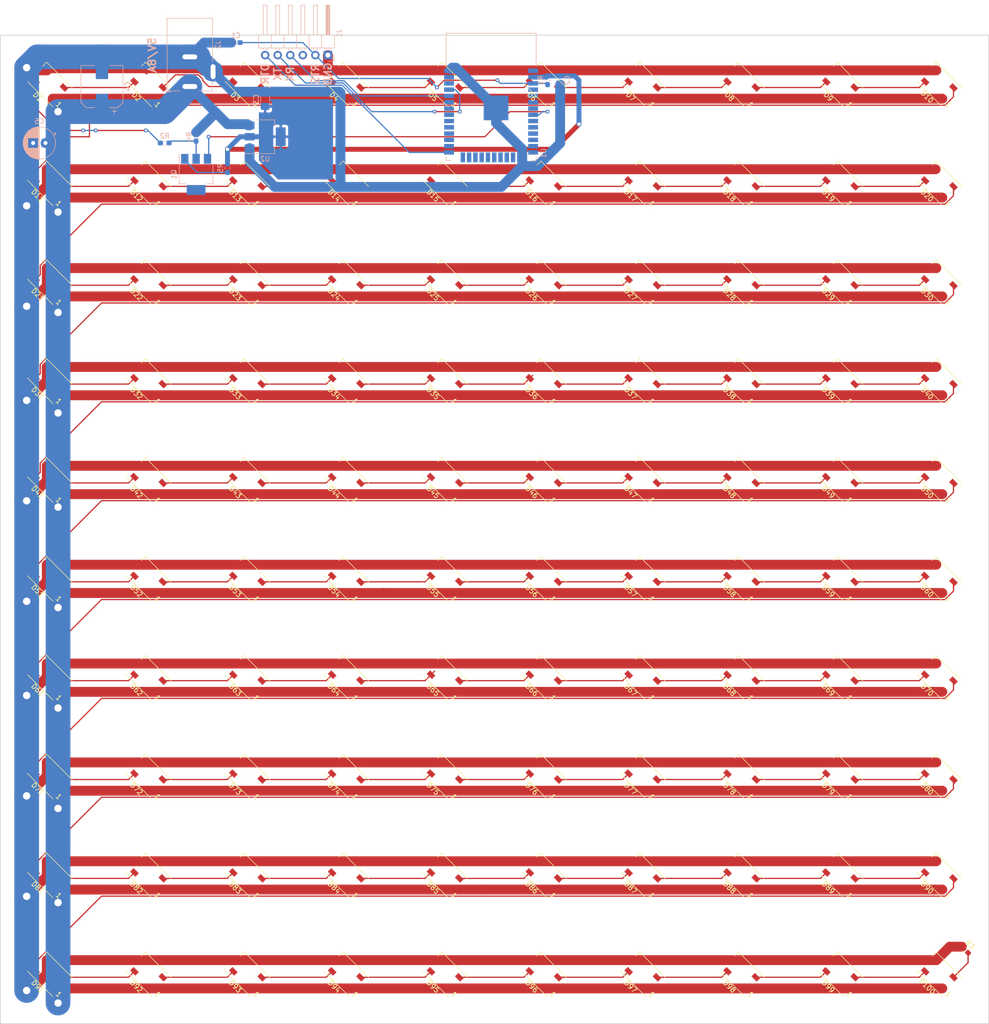
<source format=kicad_pcb>
(kicad_pcb (version 20171130) (host pcbnew 5.0.0)

  (general
    (thickness 1.6)
    (drawings 10)
    (tracks 486)
    (zones 0)
    (modules 115)
    (nets 143)
  )

  (page A3 portrait)
  (layers
    (0 F.Cu signal)
    (31 B.Cu signal)
    (32 B.Adhes user)
    (33 F.Adhes user)
    (34 B.Paste user)
    (35 F.Paste user)
    (36 B.SilkS user)
    (37 F.SilkS user)
    (38 B.Mask user)
    (39 F.Mask user)
    (40 Dwgs.User user)
    (41 Cmts.User user)
    (42 Eco1.User user)
    (43 Eco2.User user)
    (44 Edge.Cuts user)
    (45 Margin user)
    (46 B.CrtYd user)
    (47 F.CrtYd user)
    (48 B.Fab user)
    (49 F.Fab user)
  )

  (setup
    (last_trace_width 0.25)
    (trace_clearance 0.2)
    (zone_clearance 0.508)
    (zone_45_only no)
    (trace_min 0.2)
    (segment_width 0.2)
    (edge_width 0.15)
    (via_size 0.8)
    (via_drill 0.4)
    (via_min_size 0.4)
    (via_min_drill 0.3)
    (uvia_size 0.3)
    (uvia_drill 0.1)
    (uvias_allowed no)
    (uvia_min_size 0.2)
    (uvia_min_drill 0.1)
    (pcb_text_width 0.3)
    (pcb_text_size 1.5 1.5)
    (mod_edge_width 0.15)
    (mod_text_size 1 1)
    (mod_text_width 0.15)
    (pad_size 2 3.8)
    (pad_drill 0)
    (pad_to_mask_clearance 0.2)
    (aux_axis_origin 0 0)
    (visible_elements FFFFFF7F)
    (pcbplotparams
      (layerselection 0x010fc_ffffffff)
      (usegerberextensions false)
      (usegerberattributes false)
      (usegerberadvancedattributes false)
      (creategerberjobfile false)
      (excludeedgelayer true)
      (linewidth 0.100000)
      (plotframeref false)
      (viasonmask false)
      (mode 1)
      (useauxorigin false)
      (hpglpennumber 1)
      (hpglpenspeed 20)
      (hpglpendiameter 15.000000)
      (psnegative false)
      (psa4output false)
      (plotreference true)
      (plotvalue true)
      (plotinvisibletext false)
      (padsonsilk false)
      (subtractmaskfromsilk false)
      (outputformat 1)
      (mirror false)
      (drillshape 0)
      (scaleselection 1)
      (outputdirectory "./out.gerber"))
  )

  (net 0 "")
  (net 1 GND)
  (net 2 "Net-(D1-Pad2)")
  (net 3 +5V)
  (net 4 "Net-(D2-Pad2)")
  (net 5 "Net-(D3-Pad2)")
  (net 6 "Net-(D4-Pad2)")
  (net 7 "Net-(D5-Pad2)")
  (net 8 "Net-(D6-Pad2)")
  (net 9 "Net-(D7-Pad2)")
  (net 10 "Net-(D8-Pad2)")
  (net 11 "Net-(D10-Pad4)")
  (net 12 /sheet5B625F71/DIN)
  (net 13 "Net-(D13-Pad2)")
  (net 14 "Net-(D14-Pad2)")
  (net 15 "Net-(D11-Pad2)")
  (net 16 "Net-(D12-Pad2)")
  (net 17 "Net-(D26-Pad2)")
  (net 18 "Net-(D25-Pad2)")
  (net 19 "Net-(D37-Pad2)")
  (net 20 "Net-(D38-Pad2)")
  (net 21 "Net-(D15-Pad2)")
  (net 22 "Net-(D16-Pad2)")
  (net 23 "Net-(D17-Pad2)")
  (net 24 "Net-(D18-Pad2)")
  (net 25 "Net-(D19-Pad2)")
  (net 26 /sheet5B625F76/DIN)
  (net 27 "Net-(D21-Pad2)")
  (net 28 "Net-(D22-Pad2)")
  (net 29 "Net-(D23-Pad2)")
  (net 30 "Net-(D24-Pad2)")
  (net 31 "Net-(D39-Pad2)")
  (net 32 "Net-(D27-Pad2)")
  (net 33 "Net-(D28-Pad2)")
  (net 34 "Net-(D29-Pad2)")
  (net 35 /sheet5B625F7B/DIN)
  (net 36 "Net-(D31-Pad2)")
  (net 37 "Net-(D32-Pad2)")
  (net 38 "Net-(D33-Pad2)")
  (net 39 "Net-(D34-Pad2)")
  (net 40 "Net-(D35-Pad2)")
  (net 41 "Net-(D36-Pad2)")
  (net 42 /sheet5B625F80/DIN)
  (net 43 "Net-(D41-Pad2)")
  (net 44 "Net-(D42-Pad2)")
  (net 45 "Net-(D43-Pad2)")
  (net 46 "Net-(D44-Pad2)")
  (net 47 "Net-(D45-Pad2)")
  (net 48 "Net-(D46-Pad2)")
  (net 49 "Net-(D47-Pad2)")
  (net 50 "Net-(D48-Pad2)")
  (net 51 "Net-(D49-Pad2)")
  (net 52 /sheet5B625F85/DIN)
  (net 53 "Net-(D63-Pad2)")
  (net 54 "Net-(D64-Pad2)")
  (net 55 "Net-(D52-Pad2)")
  (net 56 "Net-(D51-Pad2)")
  (net 57 "Net-(D53-Pad2)")
  (net 58 "Net-(D54-Pad2)")
  (net 59 "Net-(D55-Pad2)")
  (net 60 "Net-(D56-Pad2)")
  (net 61 "Net-(D57-Pad2)")
  (net 62 "Net-(D58-Pad2)")
  (net 63 "Net-(D59-Pad2)")
  (net 64 /sheet5B625F8A/DIN)
  (net 65 "Net-(D61-Pad2)")
  (net 66 "Net-(D62-Pad2)")
  (net 67 "Net-(D75-Pad2)")
  (net 68 "Net-(D76-Pad2)")
  (net 69 "Net-(D88-Pad2)")
  (net 70 "Net-(D87-Pad2)")
  (net 71 "Net-(D65-Pad2)")
  (net 72 "Net-(D66-Pad2)")
  (net 73 "Net-(D67-Pad2)")
  (net 74 "Net-(D68-Pad2)")
  (net 75 "Net-(D69-Pad2)")
  (net 76 /sheet5B625F8F/DIN)
  (net 77 "Net-(D71-Pad2)")
  (net 78 "Net-(D72-Pad2)")
  (net 79 "Net-(D73-Pad2)")
  (net 80 "Net-(D74-Pad2)")
  (net 81 "Net-(D89-Pad2)")
  (net 82 "Net-(D77-Pad2)")
  (net 83 "Net-(D78-Pad2)")
  (net 84 "Net-(D79-Pad2)")
  (net 85 /sheet5B625F94/DIN)
  (net 86 "Net-(D81-Pad2)")
  (net 87 "Net-(D82-Pad2)")
  (net 88 "Net-(D83-Pad2)")
  (net 89 "Net-(D84-Pad2)")
  (net 90 "Net-(D85-Pad2)")
  (net 91 "Net-(D86-Pad2)")
  (net 92 /sheet5B625F99/DIN)
  (net 93 "Net-(D91-Pad2)")
  (net 94 "Net-(D92-Pad2)")
  (net 95 "Net-(D93-Pad2)")
  (net 96 "Net-(D94-Pad2)")
  (net 97 "Net-(D95-Pad2)")
  (net 98 "Net-(D96-Pad2)")
  (net 99 "Net-(D97-Pad2)")
  (net 100 "Net-(D98-Pad2)")
  (net 101 "Net-(D100-Pad4)")
  (net 102 /sheet5B625F99/DOUT)
  (net 103 +3V3)
  (net 104 /RTS)
  (net 105 /DATA)
  (net 106 "Net-(U1-Pad1)")
  (net 107 "Net-(U1-Pad4)")
  (net 108 "Net-(U1-Pad5)")
  (net 109 "Net-(U1-Pad6)")
  (net 110 "Net-(U1-Pad7)")
  (net 111 "Net-(U1-Pad9)")
  (net 112 "Net-(U1-Pad10)")
  (net 113 "Net-(U1-Pad11)")
  (net 114 "Net-(U1-Pad12)")
  (net 115 "Net-(U1-Pad13)")
  (net 116 "Net-(U1-Pad14)")
  (net 117 "Net-(U1-Pad16)")
  (net 118 "Net-(U1-Pad17)")
  (net 119 "Net-(U1-Pad18)")
  (net 120 "Net-(U1-Pad19)")
  (net 121 "Net-(U1-Pad20)")
  (net 122 "Net-(U1-Pad21)")
  (net 123 "Net-(U1-Pad22)")
  (net 124 "Net-(U1-Pad23)")
  (net 125 "Net-(U1-Pad24)")
  (net 126 /DTR)
  (net 127 "Net-(U1-Pad26)")
  (net 128 "Net-(U1-Pad27)")
  (net 129 "Net-(U1-Pad28)")
  (net 130 "Net-(U1-Pad29)")
  (net 131 "Net-(U1-Pad30)")
  (net 132 "Net-(U1-Pad31)")
  (net 133 "Net-(U1-Pad32)")
  (net 134 "Net-(U1-Pad33)")
  (net 135 /RX)
  (net 136 /TX)
  (net 137 "Net-(U1-Pad36)")
  (net 138 "Net-(U1-Pad37)")
  (net 139 "Net-(J1-Pad3)")
  (net 140 "Net-(Q1-Pad2)")
  (net 141 "Net-(Q1-Pad3)")
  (net 142 "Net-(Q1-Pad1)")

  (net_class Default "This is the default net class."
    (clearance 0.2)
    (trace_width 0.25)
    (via_dia 0.8)
    (via_drill 0.4)
    (uvia_dia 0.3)
    (uvia_drill 0.1)
    (add_net /DATA)
    (add_net /DTR)
    (add_net /RTS)
    (add_net /RX)
    (add_net /TX)
    (add_net /sheet5B625F71/DIN)
    (add_net /sheet5B625F76/DIN)
    (add_net /sheet5B625F7B/DIN)
    (add_net /sheet5B625F80/DIN)
    (add_net /sheet5B625F85/DIN)
    (add_net /sheet5B625F8A/DIN)
    (add_net /sheet5B625F8F/DIN)
    (add_net /sheet5B625F94/DIN)
    (add_net /sheet5B625F99/DIN)
    (add_net /sheet5B625F99/DOUT)
    (add_net "Net-(D1-Pad2)")
    (add_net "Net-(D10-Pad4)")
    (add_net "Net-(D100-Pad4)")
    (add_net "Net-(D11-Pad2)")
    (add_net "Net-(D12-Pad2)")
    (add_net "Net-(D13-Pad2)")
    (add_net "Net-(D14-Pad2)")
    (add_net "Net-(D15-Pad2)")
    (add_net "Net-(D16-Pad2)")
    (add_net "Net-(D17-Pad2)")
    (add_net "Net-(D18-Pad2)")
    (add_net "Net-(D19-Pad2)")
    (add_net "Net-(D2-Pad2)")
    (add_net "Net-(D21-Pad2)")
    (add_net "Net-(D22-Pad2)")
    (add_net "Net-(D23-Pad2)")
    (add_net "Net-(D24-Pad2)")
    (add_net "Net-(D25-Pad2)")
    (add_net "Net-(D26-Pad2)")
    (add_net "Net-(D27-Pad2)")
    (add_net "Net-(D28-Pad2)")
    (add_net "Net-(D29-Pad2)")
    (add_net "Net-(D3-Pad2)")
    (add_net "Net-(D31-Pad2)")
    (add_net "Net-(D32-Pad2)")
    (add_net "Net-(D33-Pad2)")
    (add_net "Net-(D34-Pad2)")
    (add_net "Net-(D35-Pad2)")
    (add_net "Net-(D36-Pad2)")
    (add_net "Net-(D37-Pad2)")
    (add_net "Net-(D38-Pad2)")
    (add_net "Net-(D39-Pad2)")
    (add_net "Net-(D4-Pad2)")
    (add_net "Net-(D41-Pad2)")
    (add_net "Net-(D42-Pad2)")
    (add_net "Net-(D43-Pad2)")
    (add_net "Net-(D44-Pad2)")
    (add_net "Net-(D45-Pad2)")
    (add_net "Net-(D46-Pad2)")
    (add_net "Net-(D47-Pad2)")
    (add_net "Net-(D48-Pad2)")
    (add_net "Net-(D49-Pad2)")
    (add_net "Net-(D5-Pad2)")
    (add_net "Net-(D51-Pad2)")
    (add_net "Net-(D52-Pad2)")
    (add_net "Net-(D53-Pad2)")
    (add_net "Net-(D54-Pad2)")
    (add_net "Net-(D55-Pad2)")
    (add_net "Net-(D56-Pad2)")
    (add_net "Net-(D57-Pad2)")
    (add_net "Net-(D58-Pad2)")
    (add_net "Net-(D59-Pad2)")
    (add_net "Net-(D6-Pad2)")
    (add_net "Net-(D61-Pad2)")
    (add_net "Net-(D62-Pad2)")
    (add_net "Net-(D63-Pad2)")
    (add_net "Net-(D64-Pad2)")
    (add_net "Net-(D65-Pad2)")
    (add_net "Net-(D66-Pad2)")
    (add_net "Net-(D67-Pad2)")
    (add_net "Net-(D68-Pad2)")
    (add_net "Net-(D69-Pad2)")
    (add_net "Net-(D7-Pad2)")
    (add_net "Net-(D71-Pad2)")
    (add_net "Net-(D72-Pad2)")
    (add_net "Net-(D73-Pad2)")
    (add_net "Net-(D74-Pad2)")
    (add_net "Net-(D75-Pad2)")
    (add_net "Net-(D76-Pad2)")
    (add_net "Net-(D77-Pad2)")
    (add_net "Net-(D78-Pad2)")
    (add_net "Net-(D79-Pad2)")
    (add_net "Net-(D8-Pad2)")
    (add_net "Net-(D81-Pad2)")
    (add_net "Net-(D82-Pad2)")
    (add_net "Net-(D83-Pad2)")
    (add_net "Net-(D84-Pad2)")
    (add_net "Net-(D85-Pad2)")
    (add_net "Net-(D86-Pad2)")
    (add_net "Net-(D87-Pad2)")
    (add_net "Net-(D88-Pad2)")
    (add_net "Net-(D89-Pad2)")
    (add_net "Net-(D91-Pad2)")
    (add_net "Net-(D92-Pad2)")
    (add_net "Net-(D93-Pad2)")
    (add_net "Net-(D94-Pad2)")
    (add_net "Net-(D95-Pad2)")
    (add_net "Net-(D96-Pad2)")
    (add_net "Net-(D97-Pad2)")
    (add_net "Net-(D98-Pad2)")
    (add_net "Net-(J1-Pad3)")
    (add_net "Net-(Q1-Pad1)")
    (add_net "Net-(Q1-Pad2)")
    (add_net "Net-(Q1-Pad3)")
    (add_net "Net-(U1-Pad1)")
    (add_net "Net-(U1-Pad10)")
    (add_net "Net-(U1-Pad11)")
    (add_net "Net-(U1-Pad12)")
    (add_net "Net-(U1-Pad13)")
    (add_net "Net-(U1-Pad14)")
    (add_net "Net-(U1-Pad16)")
    (add_net "Net-(U1-Pad17)")
    (add_net "Net-(U1-Pad18)")
    (add_net "Net-(U1-Pad19)")
    (add_net "Net-(U1-Pad20)")
    (add_net "Net-(U1-Pad21)")
    (add_net "Net-(U1-Pad22)")
    (add_net "Net-(U1-Pad23)")
    (add_net "Net-(U1-Pad24)")
    (add_net "Net-(U1-Pad26)")
    (add_net "Net-(U1-Pad27)")
    (add_net "Net-(U1-Pad28)")
    (add_net "Net-(U1-Pad29)")
    (add_net "Net-(U1-Pad30)")
    (add_net "Net-(U1-Pad31)")
    (add_net "Net-(U1-Pad32)")
    (add_net "Net-(U1-Pad33)")
    (add_net "Net-(U1-Pad36)")
    (add_net "Net-(U1-Pad37)")
    (add_net "Net-(U1-Pad4)")
    (add_net "Net-(U1-Pad5)")
    (add_net "Net-(U1-Pad6)")
    (add_net "Net-(U1-Pad7)")
    (add_net "Net-(U1-Pad9)")
  )

  (net_class Power ""
    (clearance 0.2)
    (trace_width 2)
    (via_dia 2)
    (via_drill 1.5)
    (uvia_dia 0.3)
    (uvia_drill 0.1)
    (add_net +5V)
    (add_net GND)
  )

  (net_class smallPower ""
    (clearance 0.2)
    (trace_width 1)
    (via_dia 1)
    (via_drill 0.7)
    (uvia_dia 0.3)
    (uvia_drill 0.1)
    (add_net +3V3)
  )

  (module Resistor_SMD:R_0603_1608Metric_Pad1.05x0.95mm_HandSolder (layer B.Cu) (tedit 5B301BBD) (tstamp 5C10E05B)
    (at 60.96 41.91 270)
    (descr "Resistor SMD 0603 (1608 Metric), square (rectangular) end terminal, IPC_7351 nominal with elongated pad for handsoldering. (Body size source: http://www.tortai-tech.com/upload/download/2011102023233369053.pdf), generated with kicad-footprint-generator")
    (tags "resistor handsolder")
    (path /5C124915)
    (attr smd)
    (fp_text reference R5 (at 0 1.43 270) (layer B.SilkS)
      (effects (font (size 1 1) (thickness 0.15)) (justify mirror))
    )
    (fp_text value 2.2k (at 0 -1.43 270) (layer B.Fab)
      (effects (font (size 1 1) (thickness 0.15)) (justify mirror))
    )
    (fp_text user %R (at 0 0 270) (layer B.Fab)
      (effects (font (size 0.4 0.4) (thickness 0.06)) (justify mirror))
    )
    (fp_line (start 1.65 -0.73) (end -1.65 -0.73) (layer B.CrtYd) (width 0.05))
    (fp_line (start 1.65 0.73) (end 1.65 -0.73) (layer B.CrtYd) (width 0.05))
    (fp_line (start -1.65 0.73) (end 1.65 0.73) (layer B.CrtYd) (width 0.05))
    (fp_line (start -1.65 -0.73) (end -1.65 0.73) (layer B.CrtYd) (width 0.05))
    (fp_line (start -0.171267 -0.51) (end 0.171267 -0.51) (layer B.SilkS) (width 0.12))
    (fp_line (start -0.171267 0.51) (end 0.171267 0.51) (layer B.SilkS) (width 0.12))
    (fp_line (start 0.8 -0.4) (end -0.8 -0.4) (layer B.Fab) (width 0.1))
    (fp_line (start 0.8 0.4) (end 0.8 -0.4) (layer B.Fab) (width 0.1))
    (fp_line (start -0.8 0.4) (end 0.8 0.4) (layer B.Fab) (width 0.1))
    (fp_line (start -0.8 -0.4) (end -0.8 0.4) (layer B.Fab) (width 0.1))
    (pad 2 smd roundrect (at 0.875 0 270) (size 1.05 0.95) (layers B.Cu B.Paste B.Mask) (roundrect_rratio 0.25)
      (net 142 "Net-(Q1-Pad1)"))
    (pad 1 smd roundrect (at -0.875 0 270) (size 1.05 0.95) (layers B.Cu B.Paste B.Mask) (roundrect_rratio 0.25)
      (net 103 +3V3))
    (model ${KISYS3DMOD}/Resistor_SMD.3dshapes/R_0603_1608Metric.wrl
      (at (xyz 0 0 0))
      (scale (xyz 1 1 1))
      (rotate (xyz 0 0 0))
    )
  )

  (module Resistor_SMD:R_0603_1608Metric_Pad1.05x0.95mm_HandSolder (layer B.Cu) (tedit 5B301BBD) (tstamp 5C10FAB8)
    (at 54.61 35.56 270)
    (descr "Resistor SMD 0603 (1608 Metric), square (rectangular) end terminal, IPC_7351 nominal with elongated pad for handsoldering. (Body size source: http://www.tortai-tech.com/upload/download/2011102023233369053.pdf), generated with kicad-footprint-generator")
    (tags "resistor handsolder")
    (path /5C115239)
    (attr smd)
    (fp_text reference R4 (at 0 1.43 270) (layer B.SilkS)
      (effects (font (size 1 1) (thickness 0.15)) (justify mirror))
    )
    (fp_text value 6.8k (at 0 -1.43 270) (layer B.Fab)
      (effects (font (size 1 1) (thickness 0.15)) (justify mirror))
    )
    (fp_line (start -0.8 -0.4) (end -0.8 0.4) (layer B.Fab) (width 0.1))
    (fp_line (start -0.8 0.4) (end 0.8 0.4) (layer B.Fab) (width 0.1))
    (fp_line (start 0.8 0.4) (end 0.8 -0.4) (layer B.Fab) (width 0.1))
    (fp_line (start 0.8 -0.4) (end -0.8 -0.4) (layer B.Fab) (width 0.1))
    (fp_line (start -0.171267 0.51) (end 0.171267 0.51) (layer B.SilkS) (width 0.12))
    (fp_line (start -0.171267 -0.51) (end 0.171267 -0.51) (layer B.SilkS) (width 0.12))
    (fp_line (start -1.65 -0.73) (end -1.65 0.73) (layer B.CrtYd) (width 0.05))
    (fp_line (start -1.65 0.73) (end 1.65 0.73) (layer B.CrtYd) (width 0.05))
    (fp_line (start 1.65 0.73) (end 1.65 -0.73) (layer B.CrtYd) (width 0.05))
    (fp_line (start 1.65 -0.73) (end -1.65 -0.73) (layer B.CrtYd) (width 0.05))
    (fp_text user %R (at 0 0 270) (layer B.Fab)
      (effects (font (size 0.4 0.4) (thickness 0.06)) (justify mirror))
    )
    (pad 1 smd roundrect (at -0.875 0 270) (size 1.05 0.95) (layers B.Cu B.Paste B.Mask) (roundrect_rratio 0.25)
      (net 3 +5V))
    (pad 2 smd roundrect (at 0.875 0 270) (size 1.05 0.95) (layers B.Cu B.Paste B.Mask) (roundrect_rratio 0.25)
      (net 140 "Net-(Q1-Pad2)"))
    (model ${KISYS3DMOD}/Resistor_SMD.3dshapes/R_0603_1608Metric.wrl
      (at (xyz 0 0 0))
      (scale (xyz 1 1 1))
      (rotate (xyz 0 0 0))
    )
  )

  (module Package_TO_SOT_SMD:SOT-223 (layer B.Cu) (tedit 5C100AB2) (tstamp 5C1126E0)
    (at 54.61 43.18 270)
    (descr "module CMS SOT223 4 pins")
    (tags "CMS SOT")
    (path /5C10106F)
    (attr smd)
    (fp_text reference Q1 (at 0 4.5 270) (layer B.SilkS)
      (effects (font (size 1 1) (thickness 0.15)) (justify mirror))
    )
    (fp_text value PZT2222A (at 0 -4.5 270) (layer B.Fab)
      (effects (font (size 1 1) (thickness 0.15)) (justify mirror))
    )
    (fp_text user %R (at 0 0 180) (layer B.Fab)
      (effects (font (size 0.8 0.8) (thickness 0.12)) (justify mirror))
    )
    (fp_line (start -1.85 2.3) (end -0.8 3.35) (layer B.Fab) (width 0.1))
    (fp_line (start 1.91 -3.41) (end 1.91 -2.15) (layer B.SilkS) (width 0.12))
    (fp_line (start 1.91 3.41) (end 1.91 2.15) (layer B.SilkS) (width 0.12))
    (fp_line (start 4.4 3.6) (end -4.4 3.6) (layer B.CrtYd) (width 0.05))
    (fp_line (start 4.4 -3.6) (end 4.4 3.6) (layer B.CrtYd) (width 0.05))
    (fp_line (start -4.4 -3.6) (end 4.4 -3.6) (layer B.CrtYd) (width 0.05))
    (fp_line (start -4.4 3.6) (end -4.4 -3.6) (layer B.CrtYd) (width 0.05))
    (fp_line (start -1.85 2.3) (end -1.85 -3.35) (layer B.Fab) (width 0.1))
    (fp_line (start -1.85 -3.41) (end 1.91 -3.41) (layer B.SilkS) (width 0.12))
    (fp_line (start -0.8 3.35) (end 1.85 3.35) (layer B.Fab) (width 0.1))
    (fp_line (start -4.1 3.41) (end 1.91 3.41) (layer B.SilkS) (width 0.12))
    (fp_line (start -1.85 -3.35) (end 1.85 -3.35) (layer B.Fab) (width 0.1))
    (fp_line (start 1.85 3.35) (end 1.85 -3.35) (layer B.Fab) (width 0.1))
    (pad 4 smd rect (at 3.15 0 270) (size 2 3.8) (layers B.Cu B.Paste B.Mask))
    (pad 2 smd rect (at -3.15 0 270) (size 2 1.5) (layers B.Cu B.Paste B.Mask)
      (net 140 "Net-(Q1-Pad2)"))
    (pad 3 smd rect (at -3.15 -2.3 270) (size 2 1.5) (layers B.Cu B.Paste B.Mask)
      (net 141 "Net-(Q1-Pad3)"))
    (pad 1 smd rect (at -3.15 2.3 270) (size 2 1.5) (layers B.Cu B.Paste B.Mask)
      (net 142 "Net-(Q1-Pad1)"))
    (model ${KISYS3DMOD}/Package_TO_SOT_SMD.3dshapes/SOT-223.wrl
      (at (xyz 0 0 0))
      (scale (xyz 1 1 1))
      (rotate (xyz 0 0 0))
    )
  )

  (module Resistor_SMD:R_0603_1608Metric_Pad1.05x0.95mm_HandSolder (layer B.Cu) (tedit 5B301BBD) (tstamp 5C107045)
    (at 48.26 36.83 180)
    (descr "Resistor SMD 0603 (1608 Metric), square (rectangular) end terminal, IPC_7351 nominal with elongated pad for handsoldering. (Body size source: http://www.tortai-tech.com/upload/download/2011102023233369053.pdf), generated with kicad-footprint-generator")
    (tags "resistor handsolder")
    (path /5B6229BA)
    (attr smd)
    (fp_text reference R2 (at 0 1.43 180) (layer B.SilkS)
      (effects (font (size 1 1) (thickness 0.15)) (justify mirror))
    )
    (fp_text value 470 (at 0 -1.43 180) (layer B.Fab)
      (effects (font (size 1 1) (thickness 0.15)) (justify mirror))
    )
    (fp_line (start -0.8 -0.4) (end -0.8 0.4) (layer B.Fab) (width 0.1))
    (fp_line (start -0.8 0.4) (end 0.8 0.4) (layer B.Fab) (width 0.1))
    (fp_line (start 0.8 0.4) (end 0.8 -0.4) (layer B.Fab) (width 0.1))
    (fp_line (start 0.8 -0.4) (end -0.8 -0.4) (layer B.Fab) (width 0.1))
    (fp_line (start -0.171267 0.51) (end 0.171267 0.51) (layer B.SilkS) (width 0.12))
    (fp_line (start -0.171267 -0.51) (end 0.171267 -0.51) (layer B.SilkS) (width 0.12))
    (fp_line (start -1.65 -0.73) (end -1.65 0.73) (layer B.CrtYd) (width 0.05))
    (fp_line (start -1.65 0.73) (end 1.65 0.73) (layer B.CrtYd) (width 0.05))
    (fp_line (start 1.65 0.73) (end 1.65 -0.73) (layer B.CrtYd) (width 0.05))
    (fp_line (start 1.65 -0.73) (end -1.65 -0.73) (layer B.CrtYd) (width 0.05))
    (fp_text user %R (at 0 0 180) (layer B.Fab)
      (effects (font (size 0.4 0.4) (thickness 0.06)) (justify mirror))
    )
    (pad 1 smd roundrect (at -0.875 0 180) (size 1.05 0.95) (layers B.Cu B.Paste B.Mask) (roundrect_rratio 0.25)
      (net 140 "Net-(Q1-Pad2)"))
    (pad 2 smd roundrect (at 0.875 0 180) (size 1.05 0.95) (layers B.Cu B.Paste B.Mask) (roundrect_rratio 0.25)
      (net 105 /DATA))
    (model ${KISYS3DMOD}/Resistor_SMD.3dshapes/R_0603_1608Metric.wrl
      (at (xyz 0 0 0))
      (scale (xyz 1 1 1))
      (rotate (xyz 0 0 0))
    )
  )

  (module Resistor_SMD:R_0603_1608Metric_Pad1.05x0.95mm_HandSolder (layer F.Cu) (tedit 5B301BBD) (tstamp 5B733D58)
    (at 210.201282 200.041282 315)
    (descr "Resistor SMD 0603 (1608 Metric), square (rectangular) end terminal, IPC_7351 nominal with elongated pad for handsoldering. (Body size source: http://www.tortai-tech.com/upload/download/2011102023233369053.pdf), generated with kicad-footprint-generator")
    (tags "resistor handsolder")
    (path /5B66FEDD)
    (attr smd)
    (fp_text reference R3 (at 0 -1.43 315) (layer F.SilkS)
      (effects (font (size 1 1) (thickness 0.15)))
    )
    (fp_text value 1k (at 0 1.43 315) (layer F.Fab)
      (effects (font (size 1 1) (thickness 0.15)))
    )
    (fp_line (start -0.8 0.4) (end -0.8 -0.4) (layer F.Fab) (width 0.1))
    (fp_line (start -0.8 -0.4) (end 0.8 -0.4) (layer F.Fab) (width 0.1))
    (fp_line (start 0.8 -0.4) (end 0.8 0.4) (layer F.Fab) (width 0.1))
    (fp_line (start 0.8 0.4) (end -0.8 0.4) (layer F.Fab) (width 0.1))
    (fp_line (start -0.171267 -0.51) (end 0.171267 -0.51) (layer F.SilkS) (width 0.12))
    (fp_line (start -0.171267 0.51) (end 0.171267 0.51) (layer F.SilkS) (width 0.12))
    (fp_line (start -1.65 0.73) (end -1.65 -0.73) (layer F.CrtYd) (width 0.05))
    (fp_line (start -1.65 -0.73) (end 1.65 -0.73) (layer F.CrtYd) (width 0.05))
    (fp_line (start 1.65 -0.73) (end 1.65 0.73) (layer F.CrtYd) (width 0.05))
    (fp_line (start 1.65 0.73) (end -1.65 0.73) (layer F.CrtYd) (width 0.05))
    (fp_text user %R (at 0 0 315) (layer F.Fab)
      (effects (font (size 0.4 0.4) (thickness 0.06)))
    )
    (pad 1 smd roundrect (at -0.874999 0 315) (size 1.05 0.95) (layers F.Cu F.Paste F.Mask) (roundrect_rratio 0.25)
      (net 1 GND))
    (pad 2 smd roundrect (at 0.874999 0 315) (size 1.05 0.95) (layers F.Cu F.Paste F.Mask) (roundrect_rratio 0.25)
      (net 102 /sheet5B625F99/DOUT))
    (model ${KISYS3DMOD}/Resistor_SMD.3dshapes/R_0603_1608Metric.wrl
      (at (xyz 0 0 0))
      (scale (xyz 1 1 1))
      (rotate (xyz 0 0 0))
    )
  )

  (module Connector_BarrelJack:BarrelJack_Horizontal (layer B.Cu) (tedit 5A1DBF6A) (tstamp 5B7EA195)
    (at 53.34 25.4 270)
    (descr "DC Barrel Jack")
    (tags "Power Jack")
    (path /5B660D82)
    (fp_text reference J2 (at -8.45 -5.75 270) (layer B.SilkS)
      (effects (font (size 1 1) (thickness 0.15)) (justify mirror))
    )
    (fp_text value Barrel_Jack_Switch (at -6.2 5.5 270) (layer B.Fab)
      (effects (font (size 1 1) (thickness 0.15)) (justify mirror))
    )
    (fp_text user %R (at -3 2.95 270) (layer B.Fab)
      (effects (font (size 1 1) (thickness 0.15)) (justify mirror))
    )
    (fp_line (start -0.003213 4.505425) (end 0.8 3.75) (layer B.Fab) (width 0.1))
    (fp_line (start 1.1 3.75) (end 1.1 4.8) (layer B.SilkS) (width 0.12))
    (fp_line (start 0.05 4.8) (end 1.1 4.8) (layer B.SilkS) (width 0.12))
    (fp_line (start 1 4.5) (end 1 4.75) (layer B.CrtYd) (width 0.05))
    (fp_line (start 1 4.75) (end -14 4.75) (layer B.CrtYd) (width 0.05))
    (fp_line (start 1 4.5) (end 1 2) (layer B.CrtYd) (width 0.05))
    (fp_line (start 1 2) (end 2 2) (layer B.CrtYd) (width 0.05))
    (fp_line (start 2 2) (end 2 -2) (layer B.CrtYd) (width 0.05))
    (fp_line (start 2 -2) (end 1 -2) (layer B.CrtYd) (width 0.05))
    (fp_line (start 1 -2) (end 1 -4.75) (layer B.CrtYd) (width 0.05))
    (fp_line (start 1 -4.75) (end -1 -4.75) (layer B.CrtYd) (width 0.05))
    (fp_line (start -1 -4.75) (end -1 -6.75) (layer B.CrtYd) (width 0.05))
    (fp_line (start -1 -6.75) (end -5 -6.75) (layer B.CrtYd) (width 0.05))
    (fp_line (start -5 -6.75) (end -5 -4.75) (layer B.CrtYd) (width 0.05))
    (fp_line (start -5 -4.75) (end -14 -4.75) (layer B.CrtYd) (width 0.05))
    (fp_line (start -14 -4.75) (end -14 4.75) (layer B.CrtYd) (width 0.05))
    (fp_line (start -5 -4.6) (end -13.8 -4.6) (layer B.SilkS) (width 0.12))
    (fp_line (start -13.8 -4.6) (end -13.8 4.6) (layer B.SilkS) (width 0.12))
    (fp_line (start 0.9 -1.9) (end 0.9 -4.6) (layer B.SilkS) (width 0.12))
    (fp_line (start 0.9 -4.6) (end -1 -4.6) (layer B.SilkS) (width 0.12))
    (fp_line (start -13.8 4.6) (end 0.9 4.6) (layer B.SilkS) (width 0.12))
    (fp_line (start 0.9 4.6) (end 0.9 2) (layer B.SilkS) (width 0.12))
    (fp_line (start -10.2 4.5) (end -10.2 -4.5) (layer B.Fab) (width 0.1))
    (fp_line (start -13.7 4.5) (end -13.7 -4.5) (layer B.Fab) (width 0.1))
    (fp_line (start -13.7 -4.5) (end 0.8 -4.5) (layer B.Fab) (width 0.1))
    (fp_line (start 0.8 -4.5) (end 0.8 3.75) (layer B.Fab) (width 0.1))
    (fp_line (start 0 4.5) (end -13.7 4.5) (layer B.Fab) (width 0.1))
    (pad 1 thru_hole rect (at 0 0 270) (size 3.5 3.5) (drill oval 1 3) (layers *.Cu *.Mask)
      (net 3 +5V))
    (pad 2 thru_hole roundrect (at -6 0 270) (size 3 3.5) (drill oval 1 3) (layers *.Cu *.Mask) (roundrect_rratio 0.25)
      (net 1 GND))
    (pad 3 thru_hole roundrect (at -3 -4.7 270) (size 3.5 3.5) (drill oval 3 1) (layers *.Cu *.Mask) (roundrect_rratio 0.25)
      (net 1 GND))
    (model ${KISYS3DMOD}/Connector_BarrelJack.3dshapes/BarrelJack_Horizontal.wrl
      (at (xyz 0 0 0))
      (scale (xyz 1 1 1))
      (rotate (xyz 0 0 0))
    )
  )

  (module Package_TO_SOT_SMD:SOT-223-3_TabPin2 (layer B.Cu) (tedit 5A02FF57) (tstamp 5B7F2854)
    (at 68.58 35.56)
    (descr "module CMS SOT223 4 pins")
    (tags "CMS SOT")
    (path /5B652DB1)
    (attr smd)
    (fp_text reference U2 (at 0 4.5) (layer B.SilkS)
      (effects (font (size 1 1) (thickness 0.15)) (justify mirror))
    )
    (fp_text value AMS1117-3.3 (at 0 -4.5) (layer B.Fab)
      (effects (font (size 1 1) (thickness 0.15)) (justify mirror))
    )
    (fp_text user %R (at 0 0) (layer B.Fab)
      (effects (font (size 0.8 0.8) (thickness 0.12)) (justify mirror))
    )
    (fp_line (start 1.91 -3.41) (end 1.91 -2.15) (layer B.SilkS) (width 0.12))
    (fp_line (start 1.91 3.41) (end 1.91 2.15) (layer B.SilkS) (width 0.12))
    (fp_line (start 4.4 3.6) (end -4.4 3.6) (layer B.CrtYd) (width 0.05))
    (fp_line (start 4.4 -3.6) (end 4.4 3.6) (layer B.CrtYd) (width 0.05))
    (fp_line (start -4.4 -3.6) (end 4.4 -3.6) (layer B.CrtYd) (width 0.05))
    (fp_line (start -4.4 3.6) (end -4.4 -3.6) (layer B.CrtYd) (width 0.05))
    (fp_line (start -1.85 2.35) (end -0.85 3.35) (layer B.Fab) (width 0.1))
    (fp_line (start -1.85 2.35) (end -1.85 -3.35) (layer B.Fab) (width 0.1))
    (fp_line (start -1.85 -3.41) (end 1.91 -3.41) (layer B.SilkS) (width 0.12))
    (fp_line (start -0.85 3.35) (end 1.85 3.35) (layer B.Fab) (width 0.1))
    (fp_line (start -4.1 3.41) (end 1.91 3.41) (layer B.SilkS) (width 0.12))
    (fp_line (start -1.85 -3.35) (end 1.85 -3.35) (layer B.Fab) (width 0.1))
    (fp_line (start 1.85 3.35) (end 1.85 -3.35) (layer B.Fab) (width 0.1))
    (pad 2 smd rect (at 3.15 0) (size 2 3.8) (layers B.Cu B.Paste B.Mask)
      (net 103 +3V3))
    (pad 2 smd rect (at -3.15 0) (size 2 1.5) (layers B.Cu B.Paste B.Mask)
      (net 103 +3V3))
    (pad 3 smd rect (at -3.15 -2.3) (size 2 1.5) (layers B.Cu B.Paste B.Mask)
      (net 3 +5V))
    (pad 1 smd rect (at -3.15 2.3) (size 2 1.5) (layers B.Cu B.Paste B.Mask)
      (net 1 GND))
    (model ${KISYS3DMOD}/Package_TO_SOT_SMD.3dshapes/SOT-223.wrl
      (at (xyz 0 0 0))
      (scale (xyz 1 1 1))
      (rotate (xyz 0 0 0))
    )
  )

  (module Capacitor_SMD:CP_Elec_8x10 (layer B.Cu) (tedit 5A841F9D) (tstamp 5B7F2E5F)
    (at 35.56 25.4 90)
    (descr "SMT capacitor, aluminium electrolytic, 8x10, Nichicon ")
    (tags "Capacitor Electrolytic")
    (path /5B622644)
    (attr smd)
    (fp_text reference C4 (at 0 5.2 90) (layer B.SilkS)
      (effects (font (size 1 1) (thickness 0.15)) (justify mirror))
    )
    (fp_text value 1m (at 0 -5.2 90) (layer B.Fab)
      (effects (font (size 1 1) (thickness 0.15)) (justify mirror))
    )
    (fp_circle (center 0 0) (end 4 0) (layer B.Fab) (width 0.1))
    (fp_line (start 4.15 4.15) (end 4.15 -4.15) (layer B.Fab) (width 0.1))
    (fp_line (start -3.15 4.15) (end 4.15 4.15) (layer B.Fab) (width 0.1))
    (fp_line (start -3.15 -4.15) (end 4.15 -4.15) (layer B.Fab) (width 0.1))
    (fp_line (start -4.15 3.15) (end -4.15 -3.15) (layer B.Fab) (width 0.1))
    (fp_line (start -4.15 3.15) (end -3.15 4.15) (layer B.Fab) (width 0.1))
    (fp_line (start -4.15 -3.15) (end -3.15 -4.15) (layer B.Fab) (width 0.1))
    (fp_line (start -3.562278 1.5) (end -2.762278 1.5) (layer B.Fab) (width 0.1))
    (fp_line (start -3.162278 1.9) (end -3.162278 1.1) (layer B.Fab) (width 0.1))
    (fp_line (start 4.26 -4.26) (end 4.26 -1.51) (layer B.SilkS) (width 0.12))
    (fp_line (start 4.26 4.26) (end 4.26 1.51) (layer B.SilkS) (width 0.12))
    (fp_line (start -3.195563 4.26) (end 4.26 4.26) (layer B.SilkS) (width 0.12))
    (fp_line (start -3.195563 -4.26) (end 4.26 -4.26) (layer B.SilkS) (width 0.12))
    (fp_line (start -4.26 -3.195563) (end -4.26 -1.51) (layer B.SilkS) (width 0.12))
    (fp_line (start -4.26 3.195563) (end -4.26 1.51) (layer B.SilkS) (width 0.12))
    (fp_line (start -4.26 3.195563) (end -3.195563 4.26) (layer B.SilkS) (width 0.12))
    (fp_line (start -4.26 -3.195563) (end -3.195563 -4.26) (layer B.SilkS) (width 0.12))
    (fp_line (start -5.5 2.51) (end -4.5 2.51) (layer B.SilkS) (width 0.12))
    (fp_line (start -5 3.01) (end -5 2.01) (layer B.SilkS) (width 0.12))
    (fp_line (start 4.4 4.4) (end 4.4 1.5) (layer B.CrtYd) (width 0.05))
    (fp_line (start 4.4 1.5) (end 5.25 1.5) (layer B.CrtYd) (width 0.05))
    (fp_line (start 5.25 1.5) (end 5.25 -1.5) (layer B.CrtYd) (width 0.05))
    (fp_line (start 5.25 -1.5) (end 4.4 -1.5) (layer B.CrtYd) (width 0.05))
    (fp_line (start 4.4 -1.5) (end 4.4 -4.4) (layer B.CrtYd) (width 0.05))
    (fp_line (start -3.25 -4.4) (end 4.4 -4.4) (layer B.CrtYd) (width 0.05))
    (fp_line (start -3.25 4.4) (end 4.4 4.4) (layer B.CrtYd) (width 0.05))
    (fp_line (start -4.4 -3.25) (end -3.25 -4.4) (layer B.CrtYd) (width 0.05))
    (fp_line (start -4.4 3.25) (end -3.25 4.4) (layer B.CrtYd) (width 0.05))
    (fp_line (start -4.4 3.25) (end -4.4 1.5) (layer B.CrtYd) (width 0.05))
    (fp_line (start -4.4 -1.5) (end -4.4 -3.25) (layer B.CrtYd) (width 0.05))
    (fp_line (start -4.4 1.5) (end -5.25 1.5) (layer B.CrtYd) (width 0.05))
    (fp_line (start -5.25 1.5) (end -5.25 -1.5) (layer B.CrtYd) (width 0.05))
    (fp_line (start -5.25 -1.5) (end -4.4 -1.5) (layer B.CrtYd) (width 0.05))
    (fp_text user %R (at 0 0 90) (layer B.Fab)
      (effects (font (size 1 1) (thickness 0.15)) (justify mirror))
    )
    (pad 1 smd rect (at -3.25 0 90) (size 3.5 2.5) (layers B.Cu B.Paste B.Mask)
      (net 3 +5V))
    (pad 2 smd rect (at 3.25 0 90) (size 3.5 2.5) (layers B.Cu B.Paste B.Mask)
      (net 1 GND))
    (model ${KISYS3DMOD}/Capacitor_SMD.3dshapes/CP_Elec_8x10.wrl
      (at (xyz 0 0 0))
      (scale (xyz 1 1 1))
      (rotate (xyz 0 0 0))
    )
  )

  (module Capacitor_SMD:C_0603_1608Metric_Pad1.05x0.95mm_HandSolder (layer B.Cu) (tedit 5B301BBE) (tstamp 5B7E431F)
    (at 128.27 24.13 90)
    (descr "Capacitor SMD 0603 (1608 Metric), square (rectangular) end terminal, IPC_7351 nominal with elongated pad for handsoldering. (Body size source: http://www.tortai-tech.com/upload/download/2011102023233369053.pdf), generated with kicad-footprint-generator")
    (tags "capacitor handsolder")
    (path /5B627C19)
    (attr smd)
    (fp_text reference C2 (at 0 1.43 90) (layer B.SilkS)
      (effects (font (size 1 1) (thickness 0.15)) (justify mirror))
    )
    (fp_text value 100n (at 0 -1.43 90) (layer B.Fab)
      (effects (font (size 1 1) (thickness 0.15)) (justify mirror))
    )
    (fp_text user %R (at 0 0 90) (layer B.Fab)
      (effects (font (size 0.4 0.4) (thickness 0.06)) (justify mirror))
    )
    (fp_line (start 1.65 -0.73) (end -1.65 -0.73) (layer B.CrtYd) (width 0.05))
    (fp_line (start 1.65 0.73) (end 1.65 -0.73) (layer B.CrtYd) (width 0.05))
    (fp_line (start -1.65 0.73) (end 1.65 0.73) (layer B.CrtYd) (width 0.05))
    (fp_line (start -1.65 -0.73) (end -1.65 0.73) (layer B.CrtYd) (width 0.05))
    (fp_line (start -0.171267 -0.51) (end 0.171267 -0.51) (layer B.SilkS) (width 0.12))
    (fp_line (start -0.171267 0.51) (end 0.171267 0.51) (layer B.SilkS) (width 0.12))
    (fp_line (start 0.8 -0.4) (end -0.8 -0.4) (layer B.Fab) (width 0.1))
    (fp_line (start 0.8 0.4) (end 0.8 -0.4) (layer B.Fab) (width 0.1))
    (fp_line (start -0.8 0.4) (end 0.8 0.4) (layer B.Fab) (width 0.1))
    (fp_line (start -0.8 -0.4) (end -0.8 0.4) (layer B.Fab) (width 0.1))
    (pad 2 smd roundrect (at 0.875 0 90) (size 1.05 0.95) (layers B.Cu B.Paste B.Mask) (roundrect_rratio 0.25)
      (net 103 +3V3))
    (pad 1 smd roundrect (at -0.875 0 90) (size 1.05 0.95) (layers B.Cu B.Paste B.Mask) (roundrect_rratio 0.25)
      (net 1 GND))
    (model ${KISYS3DMOD}/Capacitor_SMD.3dshapes/C_0603_1608Metric.wrl
      (at (xyz 0 0 0))
      (scale (xyz 1 1 1))
      (rotate (xyz 0 0 0))
    )
  )

  (module Capacitor_SMD:C_0603_1608Metric_Pad1.05x0.95mm_HandSolder (layer B.Cu) (tedit 5B301BBE) (tstamp 5B7F3730)
    (at 62.625 16.51 180)
    (descr "Capacitor SMD 0603 (1608 Metric), square (rectangular) end terminal, IPC_7351 nominal with elongated pad for handsoldering. (Body size source: http://www.tortai-tech.com/upload/download/2011102023233369053.pdf), generated with kicad-footprint-generator")
    (tags "capacitor handsolder")
    (path /5B623621)
    (attr smd)
    (fp_text reference C1 (at 0 1.43 180) (layer B.SilkS)
      (effects (font (size 1 1) (thickness 0.15)) (justify mirror))
    )
    (fp_text value 100n (at 0 -1.43 180) (layer B.Fab)
      (effects (font (size 1 1) (thickness 0.15)) (justify mirror))
    )
    (fp_line (start -0.8 -0.4) (end -0.8 0.4) (layer B.Fab) (width 0.1))
    (fp_line (start -0.8 0.4) (end 0.8 0.4) (layer B.Fab) (width 0.1))
    (fp_line (start 0.8 0.4) (end 0.8 -0.4) (layer B.Fab) (width 0.1))
    (fp_line (start 0.8 -0.4) (end -0.8 -0.4) (layer B.Fab) (width 0.1))
    (fp_line (start -0.171267 0.51) (end 0.171267 0.51) (layer B.SilkS) (width 0.12))
    (fp_line (start -0.171267 -0.51) (end 0.171267 -0.51) (layer B.SilkS) (width 0.12))
    (fp_line (start -1.65 -0.73) (end -1.65 0.73) (layer B.CrtYd) (width 0.05))
    (fp_line (start -1.65 0.73) (end 1.65 0.73) (layer B.CrtYd) (width 0.05))
    (fp_line (start 1.65 0.73) (end 1.65 -0.73) (layer B.CrtYd) (width 0.05))
    (fp_line (start 1.65 -0.73) (end -1.65 -0.73) (layer B.CrtYd) (width 0.05))
    (fp_text user %R (at 0 0 180) (layer B.Fab)
      (effects (font (size 0.4 0.4) (thickness 0.06)) (justify mirror))
    )
    (pad 1 smd roundrect (at -0.875 0 180) (size 1.05 0.95) (layers B.Cu B.Paste B.Mask) (roundrect_rratio 0.25)
      (net 104 /RTS))
    (pad 2 smd roundrect (at 0.875 0 180) (size 1.05 0.95) (layers B.Cu B.Paste B.Mask) (roundrect_rratio 0.25)
      (net 1 GND))
    (model ${KISYS3DMOD}/Capacitor_SMD.3dshapes/C_0603_1608Metric.wrl
      (at (xyz 0 0 0))
      (scale (xyz 1 1 1))
      (rotate (xyz 0 0 0))
    )
  )

  (module Capacitor_SMD:C_1206_3216Metric_Pad1.42x1.75mm_HandSolder (layer B.Cu) (tedit 5B301BBE) (tstamp 5B7F3781)
    (at 68.58 27.94 270)
    (descr "Capacitor SMD 1206 (3216 Metric), square (rectangular) end terminal, IPC_7351 nominal with elongated pad for handsoldering. (Body size source: http://www.tortai-tech.com/upload/download/2011102023233369053.pdf), generated with kicad-footprint-generator")
    (tags "capacitor handsolder")
    (path /5B627C53)
    (attr smd)
    (fp_text reference C3 (at 0 1.82 270) (layer B.SilkS)
      (effects (font (size 1 1) (thickness 0.15)) (justify mirror))
    )
    (fp_text value 10u (at 0 -1.82 270) (layer B.Fab)
      (effects (font (size 1 1) (thickness 0.15)) (justify mirror))
    )
    (fp_line (start -1.6 -0.8) (end -1.6 0.8) (layer B.Fab) (width 0.1))
    (fp_line (start -1.6 0.8) (end 1.6 0.8) (layer B.Fab) (width 0.1))
    (fp_line (start 1.6 0.8) (end 1.6 -0.8) (layer B.Fab) (width 0.1))
    (fp_line (start 1.6 -0.8) (end -1.6 -0.8) (layer B.Fab) (width 0.1))
    (fp_line (start -0.602064 0.91) (end 0.602064 0.91) (layer B.SilkS) (width 0.12))
    (fp_line (start -0.602064 -0.91) (end 0.602064 -0.91) (layer B.SilkS) (width 0.12))
    (fp_line (start -2.45 -1.12) (end -2.45 1.12) (layer B.CrtYd) (width 0.05))
    (fp_line (start -2.45 1.12) (end 2.45 1.12) (layer B.CrtYd) (width 0.05))
    (fp_line (start 2.45 1.12) (end 2.45 -1.12) (layer B.CrtYd) (width 0.05))
    (fp_line (start 2.45 -1.12) (end -2.45 -1.12) (layer B.CrtYd) (width 0.05))
    (fp_text user %R (at 0 0 270) (layer B.Fab)
      (effects (font (size 0.8 0.8) (thickness 0.12)) (justify mirror))
    )
    (pad 1 smd roundrect (at -1.4875 0 270) (size 1.425 1.75) (layers B.Cu B.Paste B.Mask) (roundrect_rratio 0.175439)
      (net 1 GND))
    (pad 2 smd roundrect (at 1.4875 0 270) (size 1.425 1.75) (layers B.Cu B.Paste B.Mask) (roundrect_rratio 0.175439)
      (net 103 +3V3))
    (model ${KISYS3DMOD}/Capacitor_SMD.3dshapes/C_1206_3216Metric.wrl
      (at (xyz 0 0 0))
      (scale (xyz 1 1 1))
      (rotate (xyz 0 0 0))
    )
  )

  (module Capacitor_THT:CP_Radial_D6.3mm_P2.50mm (layer B.Cu) (tedit 5AE50EF0) (tstamp 5B7E42EC)
    (at 24.13 36.83 180)
    (descr "CP, Radial series, Radial, pin pitch=2.50mm, , diameter=6.3mm, Electrolytic Capacitor")
    (tags "CP Radial series Radial pin pitch 2.50mm  diameter 6.3mm Electrolytic Capacitor")
    (path /5B646B67)
    (fp_text reference C5 (at 1.25 4.4 180) (layer B.SilkS)
      (effects (font (size 1 1) (thickness 0.15)) (justify mirror))
    )
    (fp_text value 1m (at 1.25 -4.4 180) (layer B.Fab)
      (effects (font (size 1 1) (thickness 0.15)) (justify mirror))
    )
    (fp_circle (center 1.25 0) (end 4.4 0) (layer B.Fab) (width 0.1))
    (fp_circle (center 1.25 0) (end 4.52 0) (layer B.SilkS) (width 0.12))
    (fp_circle (center 1.25 0) (end 4.65 0) (layer B.CrtYd) (width 0.05))
    (fp_line (start -1.443972 1.3735) (end -0.813972 1.3735) (layer B.Fab) (width 0.1))
    (fp_line (start -1.128972 1.6885) (end -1.128972 1.0585) (layer B.Fab) (width 0.1))
    (fp_line (start 1.25 3.23) (end 1.25 -3.23) (layer B.SilkS) (width 0.12))
    (fp_line (start 1.29 3.23) (end 1.29 -3.23) (layer B.SilkS) (width 0.12))
    (fp_line (start 1.33 3.23) (end 1.33 -3.23) (layer B.SilkS) (width 0.12))
    (fp_line (start 1.37 3.228) (end 1.37 -3.228) (layer B.SilkS) (width 0.12))
    (fp_line (start 1.41 3.227) (end 1.41 -3.227) (layer B.SilkS) (width 0.12))
    (fp_line (start 1.45 3.224) (end 1.45 -3.224) (layer B.SilkS) (width 0.12))
    (fp_line (start 1.49 3.222) (end 1.49 1.04) (layer B.SilkS) (width 0.12))
    (fp_line (start 1.49 -1.04) (end 1.49 -3.222) (layer B.SilkS) (width 0.12))
    (fp_line (start 1.53 3.218) (end 1.53 1.04) (layer B.SilkS) (width 0.12))
    (fp_line (start 1.53 -1.04) (end 1.53 -3.218) (layer B.SilkS) (width 0.12))
    (fp_line (start 1.57 3.215) (end 1.57 1.04) (layer B.SilkS) (width 0.12))
    (fp_line (start 1.57 -1.04) (end 1.57 -3.215) (layer B.SilkS) (width 0.12))
    (fp_line (start 1.61 3.211) (end 1.61 1.04) (layer B.SilkS) (width 0.12))
    (fp_line (start 1.61 -1.04) (end 1.61 -3.211) (layer B.SilkS) (width 0.12))
    (fp_line (start 1.65 3.206) (end 1.65 1.04) (layer B.SilkS) (width 0.12))
    (fp_line (start 1.65 -1.04) (end 1.65 -3.206) (layer B.SilkS) (width 0.12))
    (fp_line (start 1.69 3.201) (end 1.69 1.04) (layer B.SilkS) (width 0.12))
    (fp_line (start 1.69 -1.04) (end 1.69 -3.201) (layer B.SilkS) (width 0.12))
    (fp_line (start 1.73 3.195) (end 1.73 1.04) (layer B.SilkS) (width 0.12))
    (fp_line (start 1.73 -1.04) (end 1.73 -3.195) (layer B.SilkS) (width 0.12))
    (fp_line (start 1.77 3.189) (end 1.77 1.04) (layer B.SilkS) (width 0.12))
    (fp_line (start 1.77 -1.04) (end 1.77 -3.189) (layer B.SilkS) (width 0.12))
    (fp_line (start 1.81 3.182) (end 1.81 1.04) (layer B.SilkS) (width 0.12))
    (fp_line (start 1.81 -1.04) (end 1.81 -3.182) (layer B.SilkS) (width 0.12))
    (fp_line (start 1.85 3.175) (end 1.85 1.04) (layer B.SilkS) (width 0.12))
    (fp_line (start 1.85 -1.04) (end 1.85 -3.175) (layer B.SilkS) (width 0.12))
    (fp_line (start 1.89 3.167) (end 1.89 1.04) (layer B.SilkS) (width 0.12))
    (fp_line (start 1.89 -1.04) (end 1.89 -3.167) (layer B.SilkS) (width 0.12))
    (fp_line (start 1.93 3.159) (end 1.93 1.04) (layer B.SilkS) (width 0.12))
    (fp_line (start 1.93 -1.04) (end 1.93 -3.159) (layer B.SilkS) (width 0.12))
    (fp_line (start 1.971 3.15) (end 1.971 1.04) (layer B.SilkS) (width 0.12))
    (fp_line (start 1.971 -1.04) (end 1.971 -3.15) (layer B.SilkS) (width 0.12))
    (fp_line (start 2.011 3.141) (end 2.011 1.04) (layer B.SilkS) (width 0.12))
    (fp_line (start 2.011 -1.04) (end 2.011 -3.141) (layer B.SilkS) (width 0.12))
    (fp_line (start 2.051 3.131) (end 2.051 1.04) (layer B.SilkS) (width 0.12))
    (fp_line (start 2.051 -1.04) (end 2.051 -3.131) (layer B.SilkS) (width 0.12))
    (fp_line (start 2.091 3.121) (end 2.091 1.04) (layer B.SilkS) (width 0.12))
    (fp_line (start 2.091 -1.04) (end 2.091 -3.121) (layer B.SilkS) (width 0.12))
    (fp_line (start 2.131 3.11) (end 2.131 1.04) (layer B.SilkS) (width 0.12))
    (fp_line (start 2.131 -1.04) (end 2.131 -3.11) (layer B.SilkS) (width 0.12))
    (fp_line (start 2.171 3.098) (end 2.171 1.04) (layer B.SilkS) (width 0.12))
    (fp_line (start 2.171 -1.04) (end 2.171 -3.098) (layer B.SilkS) (width 0.12))
    (fp_line (start 2.211 3.086) (end 2.211 1.04) (layer B.SilkS) (width 0.12))
    (fp_line (start 2.211 -1.04) (end 2.211 -3.086) (layer B.SilkS) (width 0.12))
    (fp_line (start 2.251 3.074) (end 2.251 1.04) (layer B.SilkS) (width 0.12))
    (fp_line (start 2.251 -1.04) (end 2.251 -3.074) (layer B.SilkS) (width 0.12))
    (fp_line (start 2.291 3.061) (end 2.291 1.04) (layer B.SilkS) (width 0.12))
    (fp_line (start 2.291 -1.04) (end 2.291 -3.061) (layer B.SilkS) (width 0.12))
    (fp_line (start 2.331 3.047) (end 2.331 1.04) (layer B.SilkS) (width 0.12))
    (fp_line (start 2.331 -1.04) (end 2.331 -3.047) (layer B.SilkS) (width 0.12))
    (fp_line (start 2.371 3.033) (end 2.371 1.04) (layer B.SilkS) (width 0.12))
    (fp_line (start 2.371 -1.04) (end 2.371 -3.033) (layer B.SilkS) (width 0.12))
    (fp_line (start 2.411 3.018) (end 2.411 1.04) (layer B.SilkS) (width 0.12))
    (fp_line (start 2.411 -1.04) (end 2.411 -3.018) (layer B.SilkS) (width 0.12))
    (fp_line (start 2.451 3.002) (end 2.451 1.04) (layer B.SilkS) (width 0.12))
    (fp_line (start 2.451 -1.04) (end 2.451 -3.002) (layer B.SilkS) (width 0.12))
    (fp_line (start 2.491 2.986) (end 2.491 1.04) (layer B.SilkS) (width 0.12))
    (fp_line (start 2.491 -1.04) (end 2.491 -2.986) (layer B.SilkS) (width 0.12))
    (fp_line (start 2.531 2.97) (end 2.531 1.04) (layer B.SilkS) (width 0.12))
    (fp_line (start 2.531 -1.04) (end 2.531 -2.97) (layer B.SilkS) (width 0.12))
    (fp_line (start 2.571 2.952) (end 2.571 1.04) (layer B.SilkS) (width 0.12))
    (fp_line (start 2.571 -1.04) (end 2.571 -2.952) (layer B.SilkS) (width 0.12))
    (fp_line (start 2.611 2.934) (end 2.611 1.04) (layer B.SilkS) (width 0.12))
    (fp_line (start 2.611 -1.04) (end 2.611 -2.934) (layer B.SilkS) (width 0.12))
    (fp_line (start 2.651 2.916) (end 2.651 1.04) (layer B.SilkS) (width 0.12))
    (fp_line (start 2.651 -1.04) (end 2.651 -2.916) (layer B.SilkS) (width 0.12))
    (fp_line (start 2.691 2.896) (end 2.691 1.04) (layer B.SilkS) (width 0.12))
    (fp_line (start 2.691 -1.04) (end 2.691 -2.896) (layer B.SilkS) (width 0.12))
    (fp_line (start 2.731 2.876) (end 2.731 1.04) (layer B.SilkS) (width 0.12))
    (fp_line (start 2.731 -1.04) (end 2.731 -2.876) (layer B.SilkS) (width 0.12))
    (fp_line (start 2.771 2.856) (end 2.771 1.04) (layer B.SilkS) (width 0.12))
    (fp_line (start 2.771 -1.04) (end 2.771 -2.856) (layer B.SilkS) (width 0.12))
    (fp_line (start 2.811 2.834) (end 2.811 1.04) (layer B.SilkS) (width 0.12))
    (fp_line (start 2.811 -1.04) (end 2.811 -2.834) (layer B.SilkS) (width 0.12))
    (fp_line (start 2.851 2.812) (end 2.851 1.04) (layer B.SilkS) (width 0.12))
    (fp_line (start 2.851 -1.04) (end 2.851 -2.812) (layer B.SilkS) (width 0.12))
    (fp_line (start 2.891 2.79) (end 2.891 1.04) (layer B.SilkS) (width 0.12))
    (fp_line (start 2.891 -1.04) (end 2.891 -2.79) (layer B.SilkS) (width 0.12))
    (fp_line (start 2.931 2.766) (end 2.931 1.04) (layer B.SilkS) (width 0.12))
    (fp_line (start 2.931 -1.04) (end 2.931 -2.766) (layer B.SilkS) (width 0.12))
    (fp_line (start 2.971 2.742) (end 2.971 1.04) (layer B.SilkS) (width 0.12))
    (fp_line (start 2.971 -1.04) (end 2.971 -2.742) (layer B.SilkS) (width 0.12))
    (fp_line (start 3.011 2.716) (end 3.011 1.04) (layer B.SilkS) (width 0.12))
    (fp_line (start 3.011 -1.04) (end 3.011 -2.716) (layer B.SilkS) (width 0.12))
    (fp_line (start 3.051 2.69) (end 3.051 1.04) (layer B.SilkS) (width 0.12))
    (fp_line (start 3.051 -1.04) (end 3.051 -2.69) (layer B.SilkS) (width 0.12))
    (fp_line (start 3.091 2.664) (end 3.091 1.04) (layer B.SilkS) (width 0.12))
    (fp_line (start 3.091 -1.04) (end 3.091 -2.664) (layer B.SilkS) (width 0.12))
    (fp_line (start 3.131 2.636) (end 3.131 1.04) (layer B.SilkS) (width 0.12))
    (fp_line (start 3.131 -1.04) (end 3.131 -2.636) (layer B.SilkS) (width 0.12))
    (fp_line (start 3.171 2.607) (end 3.171 1.04) (layer B.SilkS) (width 0.12))
    (fp_line (start 3.171 -1.04) (end 3.171 -2.607) (layer B.SilkS) (width 0.12))
    (fp_line (start 3.211 2.578) (end 3.211 1.04) (layer B.SilkS) (width 0.12))
    (fp_line (start 3.211 -1.04) (end 3.211 -2.578) (layer B.SilkS) (width 0.12))
    (fp_line (start 3.251 2.548) (end 3.251 1.04) (layer B.SilkS) (width 0.12))
    (fp_line (start 3.251 -1.04) (end 3.251 -2.548) (layer B.SilkS) (width 0.12))
    (fp_line (start 3.291 2.516) (end 3.291 1.04) (layer B.SilkS) (width 0.12))
    (fp_line (start 3.291 -1.04) (end 3.291 -2.516) (layer B.SilkS) (width 0.12))
    (fp_line (start 3.331 2.484) (end 3.331 1.04) (layer B.SilkS) (width 0.12))
    (fp_line (start 3.331 -1.04) (end 3.331 -2.484) (layer B.SilkS) (width 0.12))
    (fp_line (start 3.371 2.45) (end 3.371 1.04) (layer B.SilkS) (width 0.12))
    (fp_line (start 3.371 -1.04) (end 3.371 -2.45) (layer B.SilkS) (width 0.12))
    (fp_line (start 3.411 2.416) (end 3.411 1.04) (layer B.SilkS) (width 0.12))
    (fp_line (start 3.411 -1.04) (end 3.411 -2.416) (layer B.SilkS) (width 0.12))
    (fp_line (start 3.451 2.38) (end 3.451 1.04) (layer B.SilkS) (width 0.12))
    (fp_line (start 3.451 -1.04) (end 3.451 -2.38) (layer B.SilkS) (width 0.12))
    (fp_line (start 3.491 2.343) (end 3.491 1.04) (layer B.SilkS) (width 0.12))
    (fp_line (start 3.491 -1.04) (end 3.491 -2.343) (layer B.SilkS) (width 0.12))
    (fp_line (start 3.531 2.305) (end 3.531 1.04) (layer B.SilkS) (width 0.12))
    (fp_line (start 3.531 -1.04) (end 3.531 -2.305) (layer B.SilkS) (width 0.12))
    (fp_line (start 3.571 2.265) (end 3.571 -2.265) (layer B.SilkS) (width 0.12))
    (fp_line (start 3.611 2.224) (end 3.611 -2.224) (layer B.SilkS) (width 0.12))
    (fp_line (start 3.651 2.182) (end 3.651 -2.182) (layer B.SilkS) (width 0.12))
    (fp_line (start 3.691 2.137) (end 3.691 -2.137) (layer B.SilkS) (width 0.12))
    (fp_line (start 3.731 2.092) (end 3.731 -2.092) (layer B.SilkS) (width 0.12))
    (fp_line (start 3.771 2.044) (end 3.771 -2.044) (layer B.SilkS) (width 0.12))
    (fp_line (start 3.811 1.995) (end 3.811 -1.995) (layer B.SilkS) (width 0.12))
    (fp_line (start 3.851 1.944) (end 3.851 -1.944) (layer B.SilkS) (width 0.12))
    (fp_line (start 3.891 1.89) (end 3.891 -1.89) (layer B.SilkS) (width 0.12))
    (fp_line (start 3.931 1.834) (end 3.931 -1.834) (layer B.SilkS) (width 0.12))
    (fp_line (start 3.971 1.776) (end 3.971 -1.776) (layer B.SilkS) (width 0.12))
    (fp_line (start 4.011 1.714) (end 4.011 -1.714) (layer B.SilkS) (width 0.12))
    (fp_line (start 4.051 1.65) (end 4.051 -1.65) (layer B.SilkS) (width 0.12))
    (fp_line (start 4.091 1.581) (end 4.091 -1.581) (layer B.SilkS) (width 0.12))
    (fp_line (start 4.131 1.509) (end 4.131 -1.509) (layer B.SilkS) (width 0.12))
    (fp_line (start 4.171 1.432) (end 4.171 -1.432) (layer B.SilkS) (width 0.12))
    (fp_line (start 4.211 1.35) (end 4.211 -1.35) (layer B.SilkS) (width 0.12))
    (fp_line (start 4.251 1.262) (end 4.251 -1.262) (layer B.SilkS) (width 0.12))
    (fp_line (start 4.291 1.165) (end 4.291 -1.165) (layer B.SilkS) (width 0.12))
    (fp_line (start 4.331 1.059) (end 4.331 -1.059) (layer B.SilkS) (width 0.12))
    (fp_line (start 4.371 0.94) (end 4.371 -0.94) (layer B.SilkS) (width 0.12))
    (fp_line (start 4.411 0.802) (end 4.411 -0.802) (layer B.SilkS) (width 0.12))
    (fp_line (start 4.451 0.633) (end 4.451 -0.633) (layer B.SilkS) (width 0.12))
    (fp_line (start 4.491 0.402) (end 4.491 -0.402) (layer B.SilkS) (width 0.12))
    (fp_line (start -2.250241 1.839) (end -1.620241 1.839) (layer B.SilkS) (width 0.12))
    (fp_line (start -1.935241 2.154) (end -1.935241 1.524) (layer B.SilkS) (width 0.12))
    (fp_text user %R (at 1.25 0 180) (layer B.Fab)
      (effects (font (size 1 1) (thickness 0.15)) (justify mirror))
    )
    (pad 1 thru_hole rect (at 0 0 180) (size 1.6 1.6) (drill 0.8) (layers *.Cu *.Mask)
      (net 3 +5V))
    (pad 2 thru_hole circle (at 2.5 0 180) (size 1.6 1.6) (drill 0.8) (layers *.Cu *.Mask)
      (net 1 GND))
    (model ${KISYS3DMOD}/Capacitor_THT.3dshapes/CP_Radial_D6.3mm_P2.50mm.wrl
      (at (xyz 0 0 0))
      (scale (xyz 1 1 1))
      (rotate (xyz 0 0 0))
    )
  )

  (module Connector_PinHeader_2.54mm:PinHeader_1x06_P2.54mm_Horizontal (layer B.Cu) (tedit 59FED5CB) (tstamp 5B7E4258)
    (at 81.28 19.05 90)
    (descr "Through hole angled pin header, 1x06, 2.54mm pitch, 6mm pin length, single row")
    (tags "Through hole angled pin header THT 1x06 2.54mm single row")
    (path /5B62E390)
    (fp_text reference J1 (at 4.385 2.27 90) (layer B.SilkS)
      (effects (font (size 1 1) (thickness 0.15)) (justify mirror))
    )
    (fp_text value Conn_01x06_Male (at 4.385 -14.97 90) (layer B.Fab)
      (effects (font (size 1 1) (thickness 0.15)) (justify mirror))
    )
    (fp_line (start 2.135 1.27) (end 4.04 1.27) (layer B.Fab) (width 0.1))
    (fp_line (start 4.04 1.27) (end 4.04 -13.97) (layer B.Fab) (width 0.1))
    (fp_line (start 4.04 -13.97) (end 1.5 -13.97) (layer B.Fab) (width 0.1))
    (fp_line (start 1.5 -13.97) (end 1.5 0.635) (layer B.Fab) (width 0.1))
    (fp_line (start 1.5 0.635) (end 2.135 1.27) (layer B.Fab) (width 0.1))
    (fp_line (start -0.32 0.32) (end 1.5 0.32) (layer B.Fab) (width 0.1))
    (fp_line (start -0.32 0.32) (end -0.32 -0.32) (layer B.Fab) (width 0.1))
    (fp_line (start -0.32 -0.32) (end 1.5 -0.32) (layer B.Fab) (width 0.1))
    (fp_line (start 4.04 0.32) (end 10.04 0.32) (layer B.Fab) (width 0.1))
    (fp_line (start 10.04 0.32) (end 10.04 -0.32) (layer B.Fab) (width 0.1))
    (fp_line (start 4.04 -0.32) (end 10.04 -0.32) (layer B.Fab) (width 0.1))
    (fp_line (start -0.32 -2.22) (end 1.5 -2.22) (layer B.Fab) (width 0.1))
    (fp_line (start -0.32 -2.22) (end -0.32 -2.86) (layer B.Fab) (width 0.1))
    (fp_line (start -0.32 -2.86) (end 1.5 -2.86) (layer B.Fab) (width 0.1))
    (fp_line (start 4.04 -2.22) (end 10.04 -2.22) (layer B.Fab) (width 0.1))
    (fp_line (start 10.04 -2.22) (end 10.04 -2.86) (layer B.Fab) (width 0.1))
    (fp_line (start 4.04 -2.86) (end 10.04 -2.86) (layer B.Fab) (width 0.1))
    (fp_line (start -0.32 -4.76) (end 1.5 -4.76) (layer B.Fab) (width 0.1))
    (fp_line (start -0.32 -4.76) (end -0.32 -5.4) (layer B.Fab) (width 0.1))
    (fp_line (start -0.32 -5.4) (end 1.5 -5.4) (layer B.Fab) (width 0.1))
    (fp_line (start 4.04 -4.76) (end 10.04 -4.76) (layer B.Fab) (width 0.1))
    (fp_line (start 10.04 -4.76) (end 10.04 -5.4) (layer B.Fab) (width 0.1))
    (fp_line (start 4.04 -5.4) (end 10.04 -5.4) (layer B.Fab) (width 0.1))
    (fp_line (start -0.32 -7.3) (end 1.5 -7.3) (layer B.Fab) (width 0.1))
    (fp_line (start -0.32 -7.3) (end -0.32 -7.94) (layer B.Fab) (width 0.1))
    (fp_line (start -0.32 -7.94) (end 1.5 -7.94) (layer B.Fab) (width 0.1))
    (fp_line (start 4.04 -7.3) (end 10.04 -7.3) (layer B.Fab) (width 0.1))
    (fp_line (start 10.04 -7.3) (end 10.04 -7.94) (layer B.Fab) (width 0.1))
    (fp_line (start 4.04 -7.94) (end 10.04 -7.94) (layer B.Fab) (width 0.1))
    (fp_line (start -0.32 -9.84) (end 1.5 -9.84) (layer B.Fab) (width 0.1))
    (fp_line (start -0.32 -9.84) (end -0.32 -10.48) (layer B.Fab) (width 0.1))
    (fp_line (start -0.32 -10.48) (end 1.5 -10.48) (layer B.Fab) (width 0.1))
    (fp_line (start 4.04 -9.84) (end 10.04 -9.84) (layer B.Fab) (width 0.1))
    (fp_line (start 10.04 -9.84) (end 10.04 -10.48) (layer B.Fab) (width 0.1))
    (fp_line (start 4.04 -10.48) (end 10.04 -10.48) (layer B.Fab) (width 0.1))
    (fp_line (start -0.32 -12.38) (end 1.5 -12.38) (layer B.Fab) (width 0.1))
    (fp_line (start -0.32 -12.38) (end -0.32 -13.02) (layer B.Fab) (width 0.1))
    (fp_line (start -0.32 -13.02) (end 1.5 -13.02) (layer B.Fab) (width 0.1))
    (fp_line (start 4.04 -12.38) (end 10.04 -12.38) (layer B.Fab) (width 0.1))
    (fp_line (start 10.04 -12.38) (end 10.04 -13.02) (layer B.Fab) (width 0.1))
    (fp_line (start 4.04 -13.02) (end 10.04 -13.02) (layer B.Fab) (width 0.1))
    (fp_line (start 1.44 1.33) (end 1.44 -14.03) (layer B.SilkS) (width 0.12))
    (fp_line (start 1.44 -14.03) (end 4.1 -14.03) (layer B.SilkS) (width 0.12))
    (fp_line (start 4.1 -14.03) (end 4.1 1.33) (layer B.SilkS) (width 0.12))
    (fp_line (start 4.1 1.33) (end 1.44 1.33) (layer B.SilkS) (width 0.12))
    (fp_line (start 4.1 0.38) (end 10.1 0.38) (layer B.SilkS) (width 0.12))
    (fp_line (start 10.1 0.38) (end 10.1 -0.38) (layer B.SilkS) (width 0.12))
    (fp_line (start 10.1 -0.38) (end 4.1 -0.38) (layer B.SilkS) (width 0.12))
    (fp_line (start 4.1 0.32) (end 10.1 0.32) (layer B.SilkS) (width 0.12))
    (fp_line (start 4.1 0.2) (end 10.1 0.2) (layer B.SilkS) (width 0.12))
    (fp_line (start 4.1 0.08) (end 10.1 0.08) (layer B.SilkS) (width 0.12))
    (fp_line (start 4.1 -0.04) (end 10.1 -0.04) (layer B.SilkS) (width 0.12))
    (fp_line (start 4.1 -0.16) (end 10.1 -0.16) (layer B.SilkS) (width 0.12))
    (fp_line (start 4.1 -0.28) (end 10.1 -0.28) (layer B.SilkS) (width 0.12))
    (fp_line (start 1.11 0.38) (end 1.44 0.38) (layer B.SilkS) (width 0.12))
    (fp_line (start 1.11 -0.38) (end 1.44 -0.38) (layer B.SilkS) (width 0.12))
    (fp_line (start 1.44 -1.27) (end 4.1 -1.27) (layer B.SilkS) (width 0.12))
    (fp_line (start 4.1 -2.16) (end 10.1 -2.16) (layer B.SilkS) (width 0.12))
    (fp_line (start 10.1 -2.16) (end 10.1 -2.92) (layer B.SilkS) (width 0.12))
    (fp_line (start 10.1 -2.92) (end 4.1 -2.92) (layer B.SilkS) (width 0.12))
    (fp_line (start 1.042929 -2.16) (end 1.44 -2.16) (layer B.SilkS) (width 0.12))
    (fp_line (start 1.042929 -2.92) (end 1.44 -2.92) (layer B.SilkS) (width 0.12))
    (fp_line (start 1.44 -3.81) (end 4.1 -3.81) (layer B.SilkS) (width 0.12))
    (fp_line (start 4.1 -4.7) (end 10.1 -4.7) (layer B.SilkS) (width 0.12))
    (fp_line (start 10.1 -4.7) (end 10.1 -5.46) (layer B.SilkS) (width 0.12))
    (fp_line (start 10.1 -5.46) (end 4.1 -5.46) (layer B.SilkS) (width 0.12))
    (fp_line (start 1.042929 -4.7) (end 1.44 -4.7) (layer B.SilkS) (width 0.12))
    (fp_line (start 1.042929 -5.46) (end 1.44 -5.46) (layer B.SilkS) (width 0.12))
    (fp_line (start 1.44 -6.35) (end 4.1 -6.35) (layer B.SilkS) (width 0.12))
    (fp_line (start 4.1 -7.24) (end 10.1 -7.24) (layer B.SilkS) (width 0.12))
    (fp_line (start 10.1 -7.24) (end 10.1 -8) (layer B.SilkS) (width 0.12))
    (fp_line (start 10.1 -8) (end 4.1 -8) (layer B.SilkS) (width 0.12))
    (fp_line (start 1.042929 -7.24) (end 1.44 -7.24) (layer B.SilkS) (width 0.12))
    (fp_line (start 1.042929 -8) (end 1.44 -8) (layer B.SilkS) (width 0.12))
    (fp_line (start 1.44 -8.89) (end 4.1 -8.89) (layer B.SilkS) (width 0.12))
    (fp_line (start 4.1 -9.78) (end 10.1 -9.78) (layer B.SilkS) (width 0.12))
    (fp_line (start 10.1 -9.78) (end 10.1 -10.54) (layer B.SilkS) (width 0.12))
    (fp_line (start 10.1 -10.54) (end 4.1 -10.54) (layer B.SilkS) (width 0.12))
    (fp_line (start 1.042929 -9.78) (end 1.44 -9.78) (layer B.SilkS) (width 0.12))
    (fp_line (start 1.042929 -10.54) (end 1.44 -10.54) (layer B.SilkS) (width 0.12))
    (fp_line (start 1.44 -11.43) (end 4.1 -11.43) (layer B.SilkS) (width 0.12))
    (fp_line (start 4.1 -12.32) (end 10.1 -12.32) (layer B.SilkS) (width 0.12))
    (fp_line (start 10.1 -12.32) (end 10.1 -13.08) (layer B.SilkS) (width 0.12))
    (fp_line (start 10.1 -13.08) (end 4.1 -13.08) (layer B.SilkS) (width 0.12))
    (fp_line (start 1.042929 -12.32) (end 1.44 -12.32) (layer B.SilkS) (width 0.12))
    (fp_line (start 1.042929 -13.08) (end 1.44 -13.08) (layer B.SilkS) (width 0.12))
    (fp_line (start -1.27 0) (end -1.27 1.27) (layer B.SilkS) (width 0.12))
    (fp_line (start -1.27 1.27) (end 0 1.27) (layer B.SilkS) (width 0.12))
    (fp_line (start -1.8 1.8) (end -1.8 -14.5) (layer B.CrtYd) (width 0.05))
    (fp_line (start -1.8 -14.5) (end 10.55 -14.5) (layer B.CrtYd) (width 0.05))
    (fp_line (start 10.55 -14.5) (end 10.55 1.8) (layer B.CrtYd) (width 0.05))
    (fp_line (start 10.55 1.8) (end -1.8 1.8) (layer B.CrtYd) (width 0.05))
    (fp_text user %R (at 2.77 -6.35) (layer B.Fab)
      (effects (font (size 1 1) (thickness 0.15)) (justify mirror))
    )
    (pad 1 thru_hole rect (at 0 0 90) (size 1.7 1.7) (drill 1) (layers *.Cu *.Mask)
      (net 1 GND))
    (pad 2 thru_hole oval (at 0 -2.54 90) (size 1.7 1.7) (drill 1) (layers *.Cu *.Mask)
      (net 104 /RTS))
    (pad 3 thru_hole oval (at 0 -5.08 90) (size 1.7 1.7) (drill 1) (layers *.Cu *.Mask)
      (net 139 "Net-(J1-Pad3)"))
    (pad 4 thru_hole oval (at 0 -7.62 90) (size 1.7 1.7) (drill 1) (layers *.Cu *.Mask)
      (net 135 /RX))
    (pad 5 thru_hole oval (at 0 -10.16 90) (size 1.7 1.7) (drill 1) (layers *.Cu *.Mask)
      (net 136 /TX))
    (pad 6 thru_hole oval (at 0 -12.7 90) (size 1.7 1.7) (drill 1) (layers *.Cu *.Mask)
      (net 126 /DTR))
    (model ${KISYS3DMOD}/Connector_PinHeader_2.54mm.3dshapes/PinHeader_1x06_P2.54mm_Horizontal.wrl
      (at (xyz 0 0 0))
      (scale (xyz 1 1 1))
      (rotate (xyz 0 0 0))
    )
  )

  (module RF_Module:ESP32-WROOM-32 (layer B.Cu) (tedit 5B5B4654) (tstamp 5B7E30C1)
    (at 114.3 30.48 180)
    (descr "Single 2.4 GHz Wi-Fi and Bluetooth combo chip https://www.espressif.com/sites/default/files/documentation/esp32-wroom-32_datasheet_en.pdf")
    (tags "Single 2.4 GHz Wi-Fi and Bluetooth combo  chip")
    (path /5B621C5E)
    (attr smd)
    (fp_text reference U1 (at -10.61 -8.43 90) (layer B.SilkS)
      (effects (font (size 1 1) (thickness 0.15)) (justify mirror))
    )
    (fp_text value ESP32-WROOM (at 0 -11.5 180) (layer B.Fab)
      (effects (font (size 1 1) (thickness 0.15)) (justify mirror))
    )
    (fp_text user %R (at 0 0 180) (layer B.Fab)
      (effects (font (size 1 1) (thickness 0.15)) (justify mirror))
    )
    (fp_text user "KEEP-OUT ZONE" (at 0 19 180) (layer Cmts.User)
      (effects (font (size 1 1) (thickness 0.15)))
    )
    (fp_text user Antenna (at 0 13 180) (layer Cmts.User)
      (effects (font (size 1 1) (thickness 0.15)))
    )
    (fp_text user "5 mm" (at 11.8 14.375 180) (layer Cmts.User)
      (effects (font (size 0.5 0.5) (thickness 0.1)))
    )
    (fp_text user "5 mm" (at -11.2 14.375 180) (layer Cmts.User)
      (effects (font (size 0.5 0.5) (thickness 0.1)))
    )
    (fp_text user "5 mm" (at 7.8 19.075 90) (layer Cmts.User)
      (effects (font (size 0.5 0.5) (thickness 0.1)))
    )
    (fp_line (start -14 9.97) (end -14 20.75) (layer Dwgs.User) (width 0.1))
    (fp_line (start 9 -9.76) (end 9 15.745) (layer B.Fab) (width 0.1))
    (fp_line (start -9 -9.76) (end 9 -9.76) (layer B.Fab) (width 0.1))
    (fp_line (start -9 15.745) (end -9 10.02) (layer B.Fab) (width 0.1))
    (fp_line (start -9 15.745) (end 9 15.745) (layer B.Fab) (width 0.1))
    (fp_line (start -9.75 -10.5) (end -9.75 9.72) (layer B.CrtYd) (width 0.05))
    (fp_line (start -9.75 -10.5) (end 9.75 -10.5) (layer B.CrtYd) (width 0.05))
    (fp_line (start 9.75 9.72) (end 9.75 -10.5) (layer B.CrtYd) (width 0.05))
    (fp_line (start -14.25 21) (end 14.25 21) (layer B.CrtYd) (width 0.05))
    (fp_line (start -9 9.02) (end -9 -9.76) (layer B.Fab) (width 0.1))
    (fp_line (start -8.5 9.52) (end -9 10.02) (layer B.Fab) (width 0.1))
    (fp_line (start -9 9.02) (end -8.5 9.52) (layer B.Fab) (width 0.1))
    (fp_line (start 14 9.97) (end -14 9.97) (layer Dwgs.User) (width 0.1))
    (fp_line (start 14 9.97) (end 14 20.75) (layer Dwgs.User) (width 0.1))
    (fp_line (start 14 20.75) (end -14 20.75) (layer Dwgs.User) (width 0.1))
    (fp_line (start -14.25 21) (end -14.25 9.72) (layer B.CrtYd) (width 0.05))
    (fp_line (start 14.25 21) (end 14.25 9.72) (layer B.CrtYd) (width 0.05))
    (fp_line (start -14.25 9.72) (end -9.75 9.72) (layer B.CrtYd) (width 0.05))
    (fp_line (start 9.75 9.72) (end 14.25 9.72) (layer B.CrtYd) (width 0.05))
    (fp_line (start -12.525 20.75) (end -14 19.66) (layer Dwgs.User) (width 0.1))
    (fp_line (start -10.525 20.75) (end -14 18.045) (layer Dwgs.User) (width 0.1))
    (fp_line (start -8.525 20.75) (end -14 16.43) (layer Dwgs.User) (width 0.1))
    (fp_line (start -6.525 20.75) (end -14 14.815) (layer Dwgs.User) (width 0.1))
    (fp_line (start -4.525 20.75) (end -14 13.2) (layer Dwgs.User) (width 0.1))
    (fp_line (start -2.525 20.75) (end -14 11.585) (layer Dwgs.User) (width 0.1))
    (fp_line (start -0.525 20.75) (end -14 9.97) (layer Dwgs.User) (width 0.1))
    (fp_line (start 1.475 20.75) (end -12 9.97) (layer Dwgs.User) (width 0.1))
    (fp_line (start 3.475 20.75) (end -10 9.97) (layer Dwgs.User) (width 0.1))
    (fp_line (start -8 9.97) (end 5.475 20.75) (layer Dwgs.User) (width 0.1))
    (fp_line (start 7.475 20.75) (end -6 9.97) (layer Dwgs.User) (width 0.1))
    (fp_line (start 9.475 20.75) (end -4 9.97) (layer Dwgs.User) (width 0.1))
    (fp_line (start 11.475 20.75) (end -2 9.97) (layer Dwgs.User) (width 0.1))
    (fp_line (start 13.475 20.75) (end 0 9.97) (layer Dwgs.User) (width 0.1))
    (fp_line (start 14 19.66) (end 2 9.97) (layer Dwgs.User) (width 0.1))
    (fp_line (start 14 18.045) (end 4 9.97) (layer Dwgs.User) (width 0.1))
    (fp_line (start 14 16.43) (end 6 9.97) (layer Dwgs.User) (width 0.1))
    (fp_line (start 14 14.815) (end 8 9.97) (layer Dwgs.User) (width 0.1))
    (fp_line (start 14 13.2) (end 10 9.97) (layer Dwgs.User) (width 0.1))
    (fp_line (start 14 11.585) (end 12 9.97) (layer Dwgs.User) (width 0.1))
    (fp_line (start 9.2 13.875) (end 13.8 13.875) (layer Cmts.User) (width 0.1))
    (fp_line (start 13.8 13.875) (end 13.6 14.075) (layer Cmts.User) (width 0.1))
    (fp_line (start 13.8 13.875) (end 13.6 13.675) (layer Cmts.User) (width 0.1))
    (fp_line (start 9.2 13.875) (end 9.4 14.075) (layer Cmts.User) (width 0.1))
    (fp_line (start 9.2 13.875) (end 9.4 13.675) (layer Cmts.User) (width 0.1))
    (fp_line (start -13.8 13.875) (end -13.6 14.075) (layer Cmts.User) (width 0.1))
    (fp_line (start -13.8 13.875) (end -13.6 13.675) (layer Cmts.User) (width 0.1))
    (fp_line (start -9.2 13.875) (end -9.4 13.675) (layer Cmts.User) (width 0.1))
    (fp_line (start -13.8 13.875) (end -9.2 13.875) (layer Cmts.User) (width 0.1))
    (fp_line (start -9.2 13.875) (end -9.4 14.075) (layer Cmts.User) (width 0.1))
    (fp_line (start 8.4 16) (end 8.2 16.2) (layer Cmts.User) (width 0.1))
    (fp_line (start 8.4 16) (end 8.6 16.2) (layer Cmts.User) (width 0.1))
    (fp_line (start 8.4 20.6) (end 8.6 20.4) (layer Cmts.User) (width 0.1))
    (fp_line (start 8.4 16) (end 8.4 20.6) (layer Cmts.User) (width 0.1))
    (fp_line (start 8.4 20.6) (end 8.2 20.4) (layer Cmts.User) (width 0.1))
    (fp_line (start -9.12 -9.1) (end -9.12 -9.88) (layer B.SilkS) (width 0.12))
    (fp_line (start -9.12 -9.88) (end -8.12 -9.88) (layer B.SilkS) (width 0.12))
    (fp_line (start 9.12 -9.1) (end 9.12 -9.88) (layer B.SilkS) (width 0.12))
    (fp_line (start 9.12 -9.88) (end 8.12 -9.88) (layer B.SilkS) (width 0.12))
    (fp_line (start -9.12 15.865) (end 9.12 15.865) (layer B.SilkS) (width 0.12))
    (fp_line (start 9.12 15.865) (end 9.12 9.445) (layer B.SilkS) (width 0.12))
    (fp_line (start -9.12 15.865) (end -9.12 9.445) (layer B.SilkS) (width 0.12))
    (fp_line (start -9.12 9.445) (end -9.5 9.445) (layer B.SilkS) (width 0.12))
    (pad 39 smd rect (at -1 0.755 180) (size 5 5) (layers B.Cu B.Paste B.Mask)
      (net 1 GND))
    (pad 1 smd rect (at -8.5 8.255 180) (size 2 0.9) (layers B.Cu B.Paste B.Mask)
      (net 106 "Net-(U1-Pad1)"))
    (pad 2 smd rect (at -8.5 6.985 180) (size 2 0.9) (layers B.Cu B.Paste B.Mask)
      (net 103 +3V3))
    (pad 3 smd rect (at -8.5 5.715 180) (size 2 0.9) (layers B.Cu B.Paste B.Mask)
      (net 104 /RTS))
    (pad 4 smd rect (at -8.5 4.445 180) (size 2 0.9) (layers B.Cu B.Paste B.Mask)
      (net 107 "Net-(U1-Pad4)"))
    (pad 5 smd rect (at -8.5 3.175 180) (size 2 0.9) (layers B.Cu B.Paste B.Mask)
      (net 108 "Net-(U1-Pad5)"))
    (pad 6 smd rect (at -8.5 1.905 180) (size 2 0.9) (layers B.Cu B.Paste B.Mask)
      (net 109 "Net-(U1-Pad6)"))
    (pad 7 smd rect (at -8.5 0.635 180) (size 2 0.9) (layers B.Cu B.Paste B.Mask)
      (net 110 "Net-(U1-Pad7)"))
    (pad 8 smd rect (at -8.5 -0.635 180) (size 2 0.9) (layers B.Cu B.Paste B.Mask)
      (net 141 "Net-(Q1-Pad3)"))
    (pad 9 smd rect (at -8.5 -1.905 180) (size 2 0.9) (layers B.Cu B.Paste B.Mask)
      (net 111 "Net-(U1-Pad9)"))
    (pad 10 smd rect (at -8.5 -3.175 180) (size 2 0.9) (layers B.Cu B.Paste B.Mask)
      (net 112 "Net-(U1-Pad10)"))
    (pad 11 smd rect (at -8.5 -4.445 180) (size 2 0.9) (layers B.Cu B.Paste B.Mask)
      (net 113 "Net-(U1-Pad11)"))
    (pad 12 smd rect (at -8.5 -5.715 180) (size 2 0.9) (layers B.Cu B.Paste B.Mask)
      (net 114 "Net-(U1-Pad12)"))
    (pad 13 smd rect (at -8.5 -6.985 180) (size 2 0.9) (layers B.Cu B.Paste B.Mask)
      (net 115 "Net-(U1-Pad13)"))
    (pad 14 smd rect (at -8.5 -8.255 180) (size 2 0.9) (layers B.Cu B.Paste B.Mask)
      (net 116 "Net-(U1-Pad14)"))
    (pad 15 smd rect (at -5.715 -9.255 90) (size 2 0.9) (layers B.Cu B.Paste B.Mask)
      (net 1 GND))
    (pad 16 smd rect (at -4.445 -9.255 90) (size 2 0.9) (layers B.Cu B.Paste B.Mask)
      (net 117 "Net-(U1-Pad16)"))
    (pad 17 smd rect (at -3.175 -9.255 90) (size 2 0.9) (layers B.Cu B.Paste B.Mask)
      (net 118 "Net-(U1-Pad17)"))
    (pad 18 smd rect (at -1.905 -9.255 90) (size 2 0.9) (layers B.Cu B.Paste B.Mask)
      (net 119 "Net-(U1-Pad18)"))
    (pad 19 smd rect (at -0.635 -9.255 90) (size 2 0.9) (layers B.Cu B.Paste B.Mask)
      (net 120 "Net-(U1-Pad19)"))
    (pad 20 smd rect (at 0.635 -9.255 90) (size 2 0.9) (layers B.Cu B.Paste B.Mask)
      (net 121 "Net-(U1-Pad20)"))
    (pad 21 smd rect (at 1.905 -9.255 90) (size 2 0.9) (layers B.Cu B.Paste B.Mask)
      (net 122 "Net-(U1-Pad21)"))
    (pad 22 smd rect (at 3.175 -9.255 90) (size 2 0.9) (layers B.Cu B.Paste B.Mask)
      (net 123 "Net-(U1-Pad22)"))
    (pad 23 smd rect (at 4.445 -9.255 90) (size 2 0.9) (layers B.Cu B.Paste B.Mask)
      (net 124 "Net-(U1-Pad23)"))
    (pad 24 smd rect (at 5.715 -9.255 90) (size 2 0.9) (layers B.Cu B.Paste B.Mask)
      (net 125 "Net-(U1-Pad24)"))
    (pad 25 smd rect (at 8.5 -8.255 180) (size 2 0.9) (layers B.Cu B.Paste B.Mask)
      (net 126 /DTR))
    (pad 26 smd rect (at 8.5 -6.985 180) (size 2 0.9) (layers B.Cu B.Paste B.Mask)
      (net 127 "Net-(U1-Pad26)"))
    (pad 27 smd rect (at 8.5 -5.715 180) (size 2 0.9) (layers B.Cu B.Paste B.Mask)
      (net 128 "Net-(U1-Pad27)"))
    (pad 28 smd rect (at 8.5 -4.445 180) (size 2 0.9) (layers B.Cu B.Paste B.Mask)
      (net 129 "Net-(U1-Pad28)"))
    (pad 29 smd rect (at 8.5 -3.175 180) (size 2 0.9) (layers B.Cu B.Paste B.Mask)
      (net 130 "Net-(U1-Pad29)"))
    (pad 30 smd rect (at 8.5 -1.905 180) (size 2 0.9) (layers B.Cu B.Paste B.Mask)
      (net 131 "Net-(U1-Pad30)"))
    (pad 31 smd rect (at 8.5 -0.635 180) (size 2 0.9) (layers B.Cu B.Paste B.Mask)
      (net 132 "Net-(U1-Pad31)"))
    (pad 32 smd rect (at 8.5 0.635 180) (size 2 0.9) (layers B.Cu B.Paste B.Mask)
      (net 133 "Net-(U1-Pad32)"))
    (pad 33 smd rect (at 8.5 1.905 180) (size 2 0.9) (layers B.Cu B.Paste B.Mask)
      (net 134 "Net-(U1-Pad33)"))
    (pad 34 smd rect (at 8.5 3.175 180) (size 2 0.9) (layers B.Cu B.Paste B.Mask)
      (net 135 /RX))
    (pad 35 smd rect (at 8.5 4.445 180) (size 2 0.9) (layers B.Cu B.Paste B.Mask)
      (net 136 /TX))
    (pad 36 smd rect (at 8.5 5.715 180) (size 2 0.9) (layers B.Cu B.Paste B.Mask)
      (net 137 "Net-(U1-Pad36)"))
    (pad 37 smd rect (at 8.5 6.985 180) (size 2 0.9) (layers B.Cu B.Paste B.Mask)
      (net 138 "Net-(U1-Pad37)"))
    (pad 38 smd rect (at 8.5 8.255 180) (size 2 0.9) (layers B.Cu B.Paste B.Mask)
      (net 1 GND))
    (model ${KISYS3DMOD}/RF_Module.3dshapes/ESP32-WROOM-32.wrl
      (at (xyz 0 0 0))
      (scale (xyz 1 1 1))
      (rotate (xyz 0 0 0))
    )
  )

  (module Resistor_SMD:R_0603_1608Metric_Pad1.05x0.95mm_HandSolder (layer B.Cu) (tedit 5B301BBD) (tstamp 5B7E3041)
    (at 125.73 24.13 270)
    (descr "Resistor SMD 0603 (1608 Metric), square (rectangular) end terminal, IPC_7351 nominal with elongated pad for handsoldering. (Body size source: http://www.tortai-tech.com/upload/download/2011102023233369053.pdf), generated with kicad-footprint-generator")
    (tags "resistor handsolder")
    (path /5B6235C5)
    (attr smd)
    (fp_text reference R1 (at 0 1.43 270) (layer B.SilkS)
      (effects (font (size 1 1) (thickness 0.15)) (justify mirror))
    )
    (fp_text value 10k (at 0 -1.43 270) (layer B.Fab)
      (effects (font (size 1 1) (thickness 0.15)) (justify mirror))
    )
    (fp_line (start -0.8 -0.4) (end -0.8 0.4) (layer B.Fab) (width 0.1))
    (fp_line (start -0.8 0.4) (end 0.8 0.4) (layer B.Fab) (width 0.1))
    (fp_line (start 0.8 0.4) (end 0.8 -0.4) (layer B.Fab) (width 0.1))
    (fp_line (start 0.8 -0.4) (end -0.8 -0.4) (layer B.Fab) (width 0.1))
    (fp_line (start -0.171267 0.51) (end 0.171267 0.51) (layer B.SilkS) (width 0.12))
    (fp_line (start -0.171267 -0.51) (end 0.171267 -0.51) (layer B.SilkS) (width 0.12))
    (fp_line (start -1.65 -0.73) (end -1.65 0.73) (layer B.CrtYd) (width 0.05))
    (fp_line (start -1.65 0.73) (end 1.65 0.73) (layer B.CrtYd) (width 0.05))
    (fp_line (start 1.65 0.73) (end 1.65 -0.73) (layer B.CrtYd) (width 0.05))
    (fp_line (start 1.65 -0.73) (end -1.65 -0.73) (layer B.CrtYd) (width 0.05))
    (fp_text user %R (at 0 0 270) (layer B.Fab)
      (effects (font (size 0.4 0.4) (thickness 0.06)) (justify mirror))
    )
    (pad 1 smd roundrect (at -0.875 0 270) (size 1.05 0.95) (layers B.Cu B.Paste B.Mask) (roundrect_rratio 0.25)
      (net 103 +3V3))
    (pad 2 smd roundrect (at 0.875 0 270) (size 1.05 0.95) (layers B.Cu B.Paste B.Mask) (roundrect_rratio 0.25)
      (net 104 /RTS))
    (model ${KISYS3DMOD}/Resistor_SMD.3dshapes/R_0603_1608Metric.wrl
      (at (xyz 0 0 0))
      (scale (xyz 1 1 1))
      (rotate (xyz 0 0 0))
    )
  )

  (module LED_SMD:LED_WS2812B_PLCC4_5.0x5.0mm_P3.2mm (layer F.Cu) (tedit 5AA4B285) (tstamp 5B724671)
    (at 205 205 135)
    (descr https://cdn-shop.adafruit.com/datasheets/WS2812B.pdf)
    (tags "LED RGB NeoPixel")
    (path /5B625F9D/5B6250EF)
    (attr smd)
    (fp_text reference D100 (at 0 -3.5 135) (layer F.SilkS)
      (effects (font (size 1 1) (thickness 0.15)))
    )
    (fp_text value WS2812B (at 0 4 135) (layer F.Fab)
      (effects (font (size 1 1) (thickness 0.15)))
    )
    (fp_circle (center 0 0) (end 0 -2) (layer F.Fab) (width 0.1))
    (fp_line (start 3.65 2.75) (end 3.65 1.6) (layer F.SilkS) (width 0.12))
    (fp_line (start -3.65 2.75) (end 3.65 2.75) (layer F.SilkS) (width 0.12))
    (fp_line (start -3.65 -2.75) (end 3.65 -2.75) (layer F.SilkS) (width 0.12))
    (fp_line (start 2.5 -2.5) (end -2.5 -2.5) (layer F.Fab) (width 0.1))
    (fp_line (start 2.5 2.5) (end 2.5 -2.5) (layer F.Fab) (width 0.1))
    (fp_line (start -2.5 2.5) (end 2.5 2.5) (layer F.Fab) (width 0.1))
    (fp_line (start -2.5 -2.5) (end -2.5 2.5) (layer F.Fab) (width 0.1))
    (fp_line (start 2.5 1.5) (end 1.5 2.5) (layer F.Fab) (width 0.1))
    (fp_line (start -3.45 -2.75) (end -3.45 2.75) (layer F.CrtYd) (width 0.05))
    (fp_line (start -3.45 2.75) (end 3.45 2.75) (layer F.CrtYd) (width 0.05))
    (fp_line (start 3.45 2.75) (end 3.45 -2.75) (layer F.CrtYd) (width 0.05))
    (fp_line (start 3.45 -2.75) (end -3.45 -2.75) (layer F.CrtYd) (width 0.05))
    (fp_text user %R (at 0 0 135) (layer F.Fab)
      (effects (font (size 0.8 0.8) (thickness 0.15)))
    )
    (fp_text user 1 (at -4.15 -1.6 135) (layer F.SilkS)
      (effects (font (size 1 1) (thickness 0.15)))
    )
    (pad 1 smd rect (at -2.45 -1.6 135) (size 1.5 1) (layers F.Cu F.Paste F.Mask)
      (net 3 +5V))
    (pad 2 smd rect (at -2.45 1.6 135) (size 1.5 1) (layers F.Cu F.Paste F.Mask)
      (net 102 /sheet5B625F99/DOUT))
    (pad 4 smd rect (at 2.45 -1.6 135) (size 1.5 1) (layers F.Cu F.Paste F.Mask)
      (net 101 "Net-(D100-Pad4)"))
    (pad 3 smd rect (at 2.45 1.6 135) (size 1.5 1) (layers F.Cu F.Paste F.Mask)
      (net 1 GND))
    (model ${KISYS3DMOD}/LED_SMD.3dshapes/LED_WS2812B_PLCC4_5.0x5.0mm_P3.2mm.wrl
      (at (xyz 0 0 0))
      (scale (xyz 1 1 1))
      (rotate (xyz 0 0 0))
    )
  )

  (module LED_SMD:LED_WS2812B_PLCC4_5.0x5.0mm_P3.2mm (layer F.Cu) (tedit 5AA4B285) (tstamp 5B72465A)
    (at 185 205 135)
    (descr https://cdn-shop.adafruit.com/datasheets/WS2812B.pdf)
    (tags "LED RGB NeoPixel")
    (path /5B625F9D/5B6250DA)
    (attr smd)
    (fp_text reference D99 (at 0 -3.5 135) (layer F.SilkS)
      (effects (font (size 1 1) (thickness 0.15)))
    )
    (fp_text value WS2812B (at 0 4 135) (layer F.Fab)
      (effects (font (size 1 1) (thickness 0.15)))
    )
    (fp_text user 1 (at -4.15 -1.6 135) (layer F.SilkS)
      (effects (font (size 1 1) (thickness 0.15)))
    )
    (fp_text user %R (at 0 0 135) (layer F.Fab)
      (effects (font (size 0.8 0.8) (thickness 0.15)))
    )
    (fp_line (start 3.45 -2.75) (end -3.45 -2.75) (layer F.CrtYd) (width 0.05))
    (fp_line (start 3.45 2.75) (end 3.45 -2.75) (layer F.CrtYd) (width 0.05))
    (fp_line (start -3.45 2.75) (end 3.45 2.75) (layer F.CrtYd) (width 0.05))
    (fp_line (start -3.45 -2.75) (end -3.45 2.75) (layer F.CrtYd) (width 0.05))
    (fp_line (start 2.5 1.5) (end 1.5 2.5) (layer F.Fab) (width 0.1))
    (fp_line (start -2.5 -2.5) (end -2.5 2.5) (layer F.Fab) (width 0.1))
    (fp_line (start -2.5 2.5) (end 2.5 2.5) (layer F.Fab) (width 0.1))
    (fp_line (start 2.5 2.5) (end 2.5 -2.5) (layer F.Fab) (width 0.1))
    (fp_line (start 2.5 -2.5) (end -2.5 -2.5) (layer F.Fab) (width 0.1))
    (fp_line (start -3.65 -2.75) (end 3.65 -2.75) (layer F.SilkS) (width 0.12))
    (fp_line (start -3.65 2.75) (end 3.65 2.75) (layer F.SilkS) (width 0.12))
    (fp_line (start 3.65 2.75) (end 3.65 1.6) (layer F.SilkS) (width 0.12))
    (fp_circle (center 0 0) (end 0 -2) (layer F.Fab) (width 0.1))
    (pad 3 smd rect (at 2.45 1.6 135) (size 1.5 1) (layers F.Cu F.Paste F.Mask)
      (net 1 GND))
    (pad 4 smd rect (at 2.45 -1.6 135) (size 1.5 1) (layers F.Cu F.Paste F.Mask)
      (net 100 "Net-(D98-Pad2)"))
    (pad 2 smd rect (at -2.45 1.6 135) (size 1.5 1) (layers F.Cu F.Paste F.Mask)
      (net 101 "Net-(D100-Pad4)"))
    (pad 1 smd rect (at -2.45 -1.6 135) (size 1.5 1) (layers F.Cu F.Paste F.Mask)
      (net 3 +5V))
    (model ${KISYS3DMOD}/LED_SMD.3dshapes/LED_WS2812B_PLCC4_5.0x5.0mm_P3.2mm.wrl
      (at (xyz 0 0 0))
      (scale (xyz 1 1 1))
      (rotate (xyz 0 0 0))
    )
  )

  (module LED_SMD:LED_WS2812B_PLCC4_5.0x5.0mm_P3.2mm (layer F.Cu) (tedit 5AA4B285) (tstamp 5B724643)
    (at 165 205 135)
    (descr https://cdn-shop.adafruit.com/datasheets/WS2812B.pdf)
    (tags "LED RGB NeoPixel")
    (path /5B625F9D/5B62509B)
    (attr smd)
    (fp_text reference D98 (at 0 -3.5 135) (layer F.SilkS)
      (effects (font (size 1 1) (thickness 0.15)))
    )
    (fp_text value WS2812B (at 0 4 135) (layer F.Fab)
      (effects (font (size 1 1) (thickness 0.15)))
    )
    (fp_circle (center 0 0) (end 0 -2) (layer F.Fab) (width 0.1))
    (fp_line (start 3.65 2.75) (end 3.65 1.6) (layer F.SilkS) (width 0.12))
    (fp_line (start -3.65 2.75) (end 3.65 2.75) (layer F.SilkS) (width 0.12))
    (fp_line (start -3.65 -2.75) (end 3.65 -2.75) (layer F.SilkS) (width 0.12))
    (fp_line (start 2.5 -2.5) (end -2.5 -2.5) (layer F.Fab) (width 0.1))
    (fp_line (start 2.5 2.5) (end 2.5 -2.5) (layer F.Fab) (width 0.1))
    (fp_line (start -2.5 2.5) (end 2.5 2.5) (layer F.Fab) (width 0.1))
    (fp_line (start -2.5 -2.5) (end -2.5 2.5) (layer F.Fab) (width 0.1))
    (fp_line (start 2.5 1.5) (end 1.5 2.5) (layer F.Fab) (width 0.1))
    (fp_line (start -3.45 -2.75) (end -3.45 2.75) (layer F.CrtYd) (width 0.05))
    (fp_line (start -3.45 2.75) (end 3.45 2.75) (layer F.CrtYd) (width 0.05))
    (fp_line (start 3.45 2.75) (end 3.45 -2.75) (layer F.CrtYd) (width 0.05))
    (fp_line (start 3.45 -2.75) (end -3.45 -2.75) (layer F.CrtYd) (width 0.05))
    (fp_text user %R (at 0 0 135) (layer F.Fab)
      (effects (font (size 0.8 0.8) (thickness 0.15)))
    )
    (fp_text user 1 (at -4.15 -1.6 135) (layer F.SilkS)
      (effects (font (size 1 1) (thickness 0.15)))
    )
    (pad 1 smd rect (at -2.45 -1.6 135) (size 1.5 1) (layers F.Cu F.Paste F.Mask)
      (net 3 +5V))
    (pad 2 smd rect (at -2.45 1.6 135) (size 1.5 1) (layers F.Cu F.Paste F.Mask)
      (net 100 "Net-(D98-Pad2)"))
    (pad 4 smd rect (at 2.45 -1.6 135) (size 1.5 1) (layers F.Cu F.Paste F.Mask)
      (net 99 "Net-(D97-Pad2)"))
    (pad 3 smd rect (at 2.45 1.6 135) (size 1.5 1) (layers F.Cu F.Paste F.Mask)
      (net 1 GND))
    (model ${KISYS3DMOD}/LED_SMD.3dshapes/LED_WS2812B_PLCC4_5.0x5.0mm_P3.2mm.wrl
      (at (xyz 0 0 0))
      (scale (xyz 1 1 1))
      (rotate (xyz 0 0 0))
    )
  )

  (module LED_SMD:LED_WS2812B_PLCC4_5.0x5.0mm_P3.2mm (layer F.Cu) (tedit 5AA4B285) (tstamp 5B72462C)
    (at 145 205 135)
    (descr https://cdn-shop.adafruit.com/datasheets/WS2812B.pdf)
    (tags "LED RGB NeoPixel")
    (path /5B625F9D/5B6250B0)
    (attr smd)
    (fp_text reference D97 (at 0 -3.5 135) (layer F.SilkS)
      (effects (font (size 1 1) (thickness 0.15)))
    )
    (fp_text value WS2812B (at 0 4 135) (layer F.Fab)
      (effects (font (size 1 1) (thickness 0.15)))
    )
    (fp_text user 1 (at -4.15 -1.6 135) (layer F.SilkS)
      (effects (font (size 1 1) (thickness 0.15)))
    )
    (fp_text user %R (at 0 0 135) (layer F.Fab)
      (effects (font (size 0.8 0.8) (thickness 0.15)))
    )
    (fp_line (start 3.45 -2.75) (end -3.45 -2.75) (layer F.CrtYd) (width 0.05))
    (fp_line (start 3.45 2.75) (end 3.45 -2.75) (layer F.CrtYd) (width 0.05))
    (fp_line (start -3.45 2.75) (end 3.45 2.75) (layer F.CrtYd) (width 0.05))
    (fp_line (start -3.45 -2.75) (end -3.45 2.75) (layer F.CrtYd) (width 0.05))
    (fp_line (start 2.5 1.5) (end 1.5 2.5) (layer F.Fab) (width 0.1))
    (fp_line (start -2.5 -2.5) (end -2.5 2.5) (layer F.Fab) (width 0.1))
    (fp_line (start -2.5 2.5) (end 2.5 2.5) (layer F.Fab) (width 0.1))
    (fp_line (start 2.5 2.5) (end 2.5 -2.5) (layer F.Fab) (width 0.1))
    (fp_line (start 2.5 -2.5) (end -2.5 -2.5) (layer F.Fab) (width 0.1))
    (fp_line (start -3.65 -2.75) (end 3.65 -2.75) (layer F.SilkS) (width 0.12))
    (fp_line (start -3.65 2.75) (end 3.65 2.75) (layer F.SilkS) (width 0.12))
    (fp_line (start 3.65 2.75) (end 3.65 1.6) (layer F.SilkS) (width 0.12))
    (fp_circle (center 0 0) (end 0 -2) (layer F.Fab) (width 0.1))
    (pad 3 smd rect (at 2.45 1.6 135) (size 1.5 1) (layers F.Cu F.Paste F.Mask)
      (net 1 GND))
    (pad 4 smd rect (at 2.45 -1.6 135) (size 1.5 1) (layers F.Cu F.Paste F.Mask)
      (net 98 "Net-(D96-Pad2)"))
    (pad 2 smd rect (at -2.45 1.6 135) (size 1.5 1) (layers F.Cu F.Paste F.Mask)
      (net 99 "Net-(D97-Pad2)"))
    (pad 1 smd rect (at -2.45 -1.6 135) (size 1.5 1) (layers F.Cu F.Paste F.Mask)
      (net 3 +5V))
    (model ${KISYS3DMOD}/LED_SMD.3dshapes/LED_WS2812B_PLCC4_5.0x5.0mm_P3.2mm.wrl
      (at (xyz 0 0 0))
      (scale (xyz 1 1 1))
      (rotate (xyz 0 0 0))
    )
  )

  (module LED_SMD:LED_WS2812B_PLCC4_5.0x5.0mm_P3.2mm (layer F.Cu) (tedit 5AA4B285) (tstamp 5B724615)
    (at 125 205 135)
    (descr https://cdn-shop.adafruit.com/datasheets/WS2812B.pdf)
    (tags "LED RGB NeoPixel")
    (path /5B625F9D/5B6250C5)
    (attr smd)
    (fp_text reference D96 (at 0 -3.5 135) (layer F.SilkS)
      (effects (font (size 1 1) (thickness 0.15)))
    )
    (fp_text value WS2812B (at 0 4 135) (layer F.Fab)
      (effects (font (size 1 1) (thickness 0.15)))
    )
    (fp_circle (center 0 0) (end 0 -2) (layer F.Fab) (width 0.1))
    (fp_line (start 3.65 2.75) (end 3.65 1.6) (layer F.SilkS) (width 0.12))
    (fp_line (start -3.65 2.75) (end 3.65 2.75) (layer F.SilkS) (width 0.12))
    (fp_line (start -3.65 -2.75) (end 3.65 -2.75) (layer F.SilkS) (width 0.12))
    (fp_line (start 2.5 -2.5) (end -2.5 -2.5) (layer F.Fab) (width 0.1))
    (fp_line (start 2.5 2.5) (end 2.5 -2.5) (layer F.Fab) (width 0.1))
    (fp_line (start -2.5 2.5) (end 2.5 2.5) (layer F.Fab) (width 0.1))
    (fp_line (start -2.5 -2.5) (end -2.5 2.5) (layer F.Fab) (width 0.1))
    (fp_line (start 2.5 1.5) (end 1.5 2.5) (layer F.Fab) (width 0.1))
    (fp_line (start -3.45 -2.75) (end -3.45 2.75) (layer F.CrtYd) (width 0.05))
    (fp_line (start -3.45 2.75) (end 3.45 2.75) (layer F.CrtYd) (width 0.05))
    (fp_line (start 3.45 2.75) (end 3.45 -2.75) (layer F.CrtYd) (width 0.05))
    (fp_line (start 3.45 -2.75) (end -3.45 -2.75) (layer F.CrtYd) (width 0.05))
    (fp_text user %R (at 0 0 135) (layer F.Fab)
      (effects (font (size 0.8 0.8) (thickness 0.15)))
    )
    (fp_text user 1 (at -4.15 -1.6 135) (layer F.SilkS)
      (effects (font (size 1 1) (thickness 0.15)))
    )
    (pad 1 smd rect (at -2.45 -1.6 135) (size 1.5 1) (layers F.Cu F.Paste F.Mask)
      (net 3 +5V))
    (pad 2 smd rect (at -2.45 1.6 135) (size 1.5 1) (layers F.Cu F.Paste F.Mask)
      (net 98 "Net-(D96-Pad2)"))
    (pad 4 smd rect (at 2.45 -1.6 135) (size 1.5 1) (layers F.Cu F.Paste F.Mask)
      (net 97 "Net-(D95-Pad2)"))
    (pad 3 smd rect (at 2.45 1.6 135) (size 1.5 1) (layers F.Cu F.Paste F.Mask)
      (net 1 GND))
    (model ${KISYS3DMOD}/LED_SMD.3dshapes/LED_WS2812B_PLCC4_5.0x5.0mm_P3.2mm.wrl
      (at (xyz 0 0 0))
      (scale (xyz 1 1 1))
      (rotate (xyz 0 0 0))
    )
  )

  (module LED_SMD:LED_WS2812B_PLCC4_5.0x5.0mm_P3.2mm (layer F.Cu) (tedit 5AA4B285) (tstamp 5B7245FE)
    (at 105 205 135)
    (descr https://cdn-shop.adafruit.com/datasheets/WS2812B.pdf)
    (tags "LED RGB NeoPixel")
    (path /5B625F9D/5B625086)
    (attr smd)
    (fp_text reference D95 (at 0 -3.5 135) (layer F.SilkS)
      (effects (font (size 1 1) (thickness 0.15)))
    )
    (fp_text value WS2812B (at 0 4 135) (layer F.Fab)
      (effects (font (size 1 1) (thickness 0.15)))
    )
    (fp_text user 1 (at -4.15 -1.6 135) (layer F.SilkS)
      (effects (font (size 1 1) (thickness 0.15)))
    )
    (fp_text user %R (at 0 0 135) (layer F.Fab)
      (effects (font (size 0.8 0.8) (thickness 0.15)))
    )
    (fp_line (start 3.45 -2.75) (end -3.45 -2.75) (layer F.CrtYd) (width 0.05))
    (fp_line (start 3.45 2.75) (end 3.45 -2.75) (layer F.CrtYd) (width 0.05))
    (fp_line (start -3.45 2.75) (end 3.45 2.75) (layer F.CrtYd) (width 0.05))
    (fp_line (start -3.45 -2.75) (end -3.45 2.75) (layer F.CrtYd) (width 0.05))
    (fp_line (start 2.5 1.5) (end 1.5 2.5) (layer F.Fab) (width 0.1))
    (fp_line (start -2.5 -2.5) (end -2.5 2.5) (layer F.Fab) (width 0.1))
    (fp_line (start -2.5 2.5) (end 2.5 2.5) (layer F.Fab) (width 0.1))
    (fp_line (start 2.5 2.5) (end 2.5 -2.5) (layer F.Fab) (width 0.1))
    (fp_line (start 2.5 -2.5) (end -2.5 -2.5) (layer F.Fab) (width 0.1))
    (fp_line (start -3.65 -2.75) (end 3.65 -2.75) (layer F.SilkS) (width 0.12))
    (fp_line (start -3.65 2.75) (end 3.65 2.75) (layer F.SilkS) (width 0.12))
    (fp_line (start 3.65 2.75) (end 3.65 1.6) (layer F.SilkS) (width 0.12))
    (fp_circle (center 0 0) (end 0 -2) (layer F.Fab) (width 0.1))
    (pad 3 smd rect (at 2.45 1.6 135) (size 1.5 1) (layers F.Cu F.Paste F.Mask)
      (net 1 GND))
    (pad 4 smd rect (at 2.45 -1.6 135) (size 1.5 1) (layers F.Cu F.Paste F.Mask)
      (net 96 "Net-(D94-Pad2)"))
    (pad 2 smd rect (at -2.45 1.6 135) (size 1.5 1) (layers F.Cu F.Paste F.Mask)
      (net 97 "Net-(D95-Pad2)"))
    (pad 1 smd rect (at -2.45 -1.6 135) (size 1.5 1) (layers F.Cu F.Paste F.Mask)
      (net 3 +5V))
    (model ${KISYS3DMOD}/LED_SMD.3dshapes/LED_WS2812B_PLCC4_5.0x5.0mm_P3.2mm.wrl
      (at (xyz 0 0 0))
      (scale (xyz 1 1 1))
      (rotate (xyz 0 0 0))
    )
  )

  (module LED_SMD:LED_WS2812B_PLCC4_5.0x5.0mm_P3.2mm (layer F.Cu) (tedit 5AA4B285) (tstamp 5B7245E7)
    (at 85 205 135)
    (descr https://cdn-shop.adafruit.com/datasheets/WS2812B.pdf)
    (tags "LED RGB NeoPixel")
    (path /5B625F9D/5B625071)
    (attr smd)
    (fp_text reference D94 (at 0 -3.5 135) (layer F.SilkS)
      (effects (font (size 1 1) (thickness 0.15)))
    )
    (fp_text value WS2812B (at 0 4 135) (layer F.Fab)
      (effects (font (size 1 1) (thickness 0.15)))
    )
    (fp_circle (center 0 0) (end 0 -2) (layer F.Fab) (width 0.1))
    (fp_line (start 3.65 2.75) (end 3.65 1.6) (layer F.SilkS) (width 0.12))
    (fp_line (start -3.65 2.75) (end 3.65 2.75) (layer F.SilkS) (width 0.12))
    (fp_line (start -3.65 -2.75) (end 3.65 -2.75) (layer F.SilkS) (width 0.12))
    (fp_line (start 2.5 -2.5) (end -2.5 -2.5) (layer F.Fab) (width 0.1))
    (fp_line (start 2.5 2.5) (end 2.5 -2.5) (layer F.Fab) (width 0.1))
    (fp_line (start -2.5 2.5) (end 2.5 2.5) (layer F.Fab) (width 0.1))
    (fp_line (start -2.5 -2.5) (end -2.5 2.5) (layer F.Fab) (width 0.1))
    (fp_line (start 2.5 1.5) (end 1.5 2.5) (layer F.Fab) (width 0.1))
    (fp_line (start -3.45 -2.75) (end -3.45 2.75) (layer F.CrtYd) (width 0.05))
    (fp_line (start -3.45 2.75) (end 3.45 2.75) (layer F.CrtYd) (width 0.05))
    (fp_line (start 3.45 2.75) (end 3.45 -2.75) (layer F.CrtYd) (width 0.05))
    (fp_line (start 3.45 -2.75) (end -3.45 -2.75) (layer F.CrtYd) (width 0.05))
    (fp_text user %R (at 0 0 135) (layer F.Fab)
      (effects (font (size 0.8 0.8) (thickness 0.15)))
    )
    (fp_text user 1 (at -4.15 -1.6 135) (layer F.SilkS)
      (effects (font (size 1 1) (thickness 0.15)))
    )
    (pad 1 smd rect (at -2.45 -1.6 135) (size 1.5 1) (layers F.Cu F.Paste F.Mask)
      (net 3 +5V))
    (pad 2 smd rect (at -2.45 1.6 135) (size 1.5 1) (layers F.Cu F.Paste F.Mask)
      (net 96 "Net-(D94-Pad2)"))
    (pad 4 smd rect (at 2.45 -1.6 135) (size 1.5 1) (layers F.Cu F.Paste F.Mask)
      (net 95 "Net-(D93-Pad2)"))
    (pad 3 smd rect (at 2.45 1.6 135) (size 1.5 1) (layers F.Cu F.Paste F.Mask)
      (net 1 GND))
    (model ${KISYS3DMOD}/LED_SMD.3dshapes/LED_WS2812B_PLCC4_5.0x5.0mm_P3.2mm.wrl
      (at (xyz 0 0 0))
      (scale (xyz 1 1 1))
      (rotate (xyz 0 0 0))
    )
  )

  (module LED_SMD:LED_WS2812B_PLCC4_5.0x5.0mm_P3.2mm (layer F.Cu) (tedit 5AA4B285) (tstamp 5B7245D0)
    (at 65 205 135)
    (descr https://cdn-shop.adafruit.com/datasheets/WS2812B.pdf)
    (tags "LED RGB NeoPixel")
    (path /5B625F9D/5B625032)
    (attr smd)
    (fp_text reference D93 (at 0 -3.5 135) (layer F.SilkS)
      (effects (font (size 1 1) (thickness 0.15)))
    )
    (fp_text value WS2812B (at 0 4 135) (layer F.Fab)
      (effects (font (size 1 1) (thickness 0.15)))
    )
    (fp_text user 1 (at -4.15 -1.6 135) (layer F.SilkS)
      (effects (font (size 1 1) (thickness 0.15)))
    )
    (fp_text user %R (at 0 0 135) (layer F.Fab)
      (effects (font (size 0.8 0.8) (thickness 0.15)))
    )
    (fp_line (start 3.45 -2.75) (end -3.45 -2.75) (layer F.CrtYd) (width 0.05))
    (fp_line (start 3.45 2.75) (end 3.45 -2.75) (layer F.CrtYd) (width 0.05))
    (fp_line (start -3.45 2.75) (end 3.45 2.75) (layer F.CrtYd) (width 0.05))
    (fp_line (start -3.45 -2.75) (end -3.45 2.75) (layer F.CrtYd) (width 0.05))
    (fp_line (start 2.5 1.5) (end 1.5 2.5) (layer F.Fab) (width 0.1))
    (fp_line (start -2.5 -2.5) (end -2.5 2.5) (layer F.Fab) (width 0.1))
    (fp_line (start -2.5 2.5) (end 2.5 2.5) (layer F.Fab) (width 0.1))
    (fp_line (start 2.5 2.5) (end 2.5 -2.5) (layer F.Fab) (width 0.1))
    (fp_line (start 2.5 -2.5) (end -2.5 -2.5) (layer F.Fab) (width 0.1))
    (fp_line (start -3.65 -2.75) (end 3.65 -2.75) (layer F.SilkS) (width 0.12))
    (fp_line (start -3.65 2.75) (end 3.65 2.75) (layer F.SilkS) (width 0.12))
    (fp_line (start 3.65 2.75) (end 3.65 1.6) (layer F.SilkS) (width 0.12))
    (fp_circle (center 0 0) (end 0 -2) (layer F.Fab) (width 0.1))
    (pad 3 smd rect (at 2.45 1.6 135) (size 1.5 1) (layers F.Cu F.Paste F.Mask)
      (net 1 GND))
    (pad 4 smd rect (at 2.45 -1.6 135) (size 1.5 1) (layers F.Cu F.Paste F.Mask)
      (net 94 "Net-(D92-Pad2)"))
    (pad 2 smd rect (at -2.45 1.6 135) (size 1.5 1) (layers F.Cu F.Paste F.Mask)
      (net 95 "Net-(D93-Pad2)"))
    (pad 1 smd rect (at -2.45 -1.6 135) (size 1.5 1) (layers F.Cu F.Paste F.Mask)
      (net 3 +5V))
    (model ${KISYS3DMOD}/LED_SMD.3dshapes/LED_WS2812B_PLCC4_5.0x5.0mm_P3.2mm.wrl
      (at (xyz 0 0 0))
      (scale (xyz 1 1 1))
      (rotate (xyz 0 0 0))
    )
  )

  (module LED_SMD:LED_WS2812B_PLCC4_5.0x5.0mm_P3.2mm (layer F.Cu) (tedit 5AA4B285) (tstamp 5B7245B9)
    (at 45 205 135)
    (descr https://cdn-shop.adafruit.com/datasheets/WS2812B.pdf)
    (tags "LED RGB NeoPixel")
    (path /5B625F9D/5B625047)
    (attr smd)
    (fp_text reference D92 (at 0 -3.5 135) (layer F.SilkS)
      (effects (font (size 1 1) (thickness 0.15)))
    )
    (fp_text value WS2812B (at 0 4 135) (layer F.Fab)
      (effects (font (size 1 1) (thickness 0.15)))
    )
    (fp_circle (center 0 0) (end 0 -2) (layer F.Fab) (width 0.1))
    (fp_line (start 3.65 2.75) (end 3.65 1.6) (layer F.SilkS) (width 0.12))
    (fp_line (start -3.65 2.75) (end 3.65 2.75) (layer F.SilkS) (width 0.12))
    (fp_line (start -3.65 -2.75) (end 3.65 -2.75) (layer F.SilkS) (width 0.12))
    (fp_line (start 2.5 -2.5) (end -2.5 -2.5) (layer F.Fab) (width 0.1))
    (fp_line (start 2.5 2.5) (end 2.5 -2.5) (layer F.Fab) (width 0.1))
    (fp_line (start -2.5 2.5) (end 2.5 2.5) (layer F.Fab) (width 0.1))
    (fp_line (start -2.5 -2.5) (end -2.5 2.5) (layer F.Fab) (width 0.1))
    (fp_line (start 2.5 1.5) (end 1.5 2.5) (layer F.Fab) (width 0.1))
    (fp_line (start -3.45 -2.75) (end -3.45 2.75) (layer F.CrtYd) (width 0.05))
    (fp_line (start -3.45 2.75) (end 3.45 2.75) (layer F.CrtYd) (width 0.05))
    (fp_line (start 3.45 2.75) (end 3.45 -2.75) (layer F.CrtYd) (width 0.05))
    (fp_line (start 3.45 -2.75) (end -3.45 -2.75) (layer F.CrtYd) (width 0.05))
    (fp_text user %R (at 0 0 135) (layer F.Fab)
      (effects (font (size 0.8 0.8) (thickness 0.15)))
    )
    (fp_text user 1 (at -4.15 -1.6 135) (layer F.SilkS)
      (effects (font (size 1 1) (thickness 0.15)))
    )
    (pad 1 smd rect (at -2.45 -1.6 135) (size 1.5 1) (layers F.Cu F.Paste F.Mask)
      (net 3 +5V))
    (pad 2 smd rect (at -2.45 1.6 135) (size 1.5 1) (layers F.Cu F.Paste F.Mask)
      (net 94 "Net-(D92-Pad2)"))
    (pad 4 smd rect (at 2.45 -1.6 135) (size 1.5 1) (layers F.Cu F.Paste F.Mask)
      (net 93 "Net-(D91-Pad2)"))
    (pad 3 smd rect (at 2.45 1.6 135) (size 1.5 1) (layers F.Cu F.Paste F.Mask)
      (net 1 GND))
    (model ${KISYS3DMOD}/LED_SMD.3dshapes/LED_WS2812B_PLCC4_5.0x5.0mm_P3.2mm.wrl
      (at (xyz 0 0 0))
      (scale (xyz 1 1 1))
      (rotate (xyz 0 0 0))
    )
  )

  (module LED_SMD:LED_WS2812B_PLCC4_5.0x5.0mm_P3.2mm (layer F.Cu) (tedit 5AA4B285) (tstamp 5B7245A2)
    (at 25 205 135)
    (descr https://cdn-shop.adafruit.com/datasheets/WS2812B.pdf)
    (tags "LED RGB NeoPixel")
    (path /5B625F9D/5B62505C)
    (attr smd)
    (fp_text reference D91 (at 0 -3.5 135) (layer F.SilkS)
      (effects (font (size 1 1) (thickness 0.15)))
    )
    (fp_text value WS2812B (at 0 4 135) (layer F.Fab)
      (effects (font (size 1 1) (thickness 0.15)))
    )
    (fp_text user 1 (at -4.15 -1.6 135) (layer F.SilkS)
      (effects (font (size 1 1) (thickness 0.15)))
    )
    (fp_text user %R (at 0 0 135) (layer F.Fab)
      (effects (font (size 0.8 0.8) (thickness 0.15)))
    )
    (fp_line (start 3.45 -2.75) (end -3.45 -2.75) (layer F.CrtYd) (width 0.05))
    (fp_line (start 3.45 2.75) (end 3.45 -2.75) (layer F.CrtYd) (width 0.05))
    (fp_line (start -3.45 2.75) (end 3.45 2.75) (layer F.CrtYd) (width 0.05))
    (fp_line (start -3.45 -2.75) (end -3.45 2.75) (layer F.CrtYd) (width 0.05))
    (fp_line (start 2.5 1.5) (end 1.5 2.5) (layer F.Fab) (width 0.1))
    (fp_line (start -2.5 -2.5) (end -2.5 2.5) (layer F.Fab) (width 0.1))
    (fp_line (start -2.5 2.5) (end 2.5 2.5) (layer F.Fab) (width 0.1))
    (fp_line (start 2.5 2.5) (end 2.5 -2.5) (layer F.Fab) (width 0.1))
    (fp_line (start 2.5 -2.5) (end -2.5 -2.5) (layer F.Fab) (width 0.1))
    (fp_line (start -3.65 -2.75) (end 3.65 -2.75) (layer F.SilkS) (width 0.12))
    (fp_line (start -3.65 2.75) (end 3.65 2.75) (layer F.SilkS) (width 0.12))
    (fp_line (start 3.65 2.75) (end 3.65 1.6) (layer F.SilkS) (width 0.12))
    (fp_circle (center 0 0) (end 0 -2) (layer F.Fab) (width 0.1))
    (pad 3 smd rect (at 2.45 1.6 135) (size 1.5 1) (layers F.Cu F.Paste F.Mask)
      (net 1 GND))
    (pad 4 smd rect (at 2.45 -1.6 135) (size 1.5 1) (layers F.Cu F.Paste F.Mask)
      (net 92 /sheet5B625F99/DIN))
    (pad 2 smd rect (at -2.45 1.6 135) (size 1.5 1) (layers F.Cu F.Paste F.Mask)
      (net 93 "Net-(D91-Pad2)"))
    (pad 1 smd rect (at -2.45 -1.6 135) (size 1.5 1) (layers F.Cu F.Paste F.Mask)
      (net 3 +5V))
    (model ${KISYS3DMOD}/LED_SMD.3dshapes/LED_WS2812B_PLCC4_5.0x5.0mm_P3.2mm.wrl
      (at (xyz 0 0 0))
      (scale (xyz 1 1 1))
      (rotate (xyz 0 0 0))
    )
  )

  (module LED_SMD:LED_WS2812B_PLCC4_5.0x5.0mm_P3.2mm (layer F.Cu) (tedit 5AA4B285) (tstamp 5B72458B)
    (at 205 185 135)
    (descr https://cdn-shop.adafruit.com/datasheets/WS2812B.pdf)
    (tags "LED RGB NeoPixel")
    (path /5B625F98/5B6250EF)
    (attr smd)
    (fp_text reference D90 (at 0 -3.5 135) (layer F.SilkS)
      (effects (font (size 1 1) (thickness 0.15)))
    )
    (fp_text value WS2812B (at 0 4 135) (layer F.Fab)
      (effects (font (size 1 1) (thickness 0.15)))
    )
    (fp_circle (center 0 0) (end 0 -2) (layer F.Fab) (width 0.1))
    (fp_line (start 3.65 2.75) (end 3.65 1.6) (layer F.SilkS) (width 0.12))
    (fp_line (start -3.65 2.75) (end 3.65 2.75) (layer F.SilkS) (width 0.12))
    (fp_line (start -3.65 -2.75) (end 3.65 -2.75) (layer F.SilkS) (width 0.12))
    (fp_line (start 2.5 -2.5) (end -2.5 -2.5) (layer F.Fab) (width 0.1))
    (fp_line (start 2.5 2.5) (end 2.5 -2.5) (layer F.Fab) (width 0.1))
    (fp_line (start -2.5 2.5) (end 2.5 2.5) (layer F.Fab) (width 0.1))
    (fp_line (start -2.5 -2.5) (end -2.5 2.5) (layer F.Fab) (width 0.1))
    (fp_line (start 2.5 1.5) (end 1.5 2.5) (layer F.Fab) (width 0.1))
    (fp_line (start -3.45 -2.75) (end -3.45 2.75) (layer F.CrtYd) (width 0.05))
    (fp_line (start -3.45 2.75) (end 3.45 2.75) (layer F.CrtYd) (width 0.05))
    (fp_line (start 3.45 2.75) (end 3.45 -2.75) (layer F.CrtYd) (width 0.05))
    (fp_line (start 3.45 -2.75) (end -3.45 -2.75) (layer F.CrtYd) (width 0.05))
    (fp_text user %R (at 0 0 135) (layer F.Fab)
      (effects (font (size 0.8 0.8) (thickness 0.15)))
    )
    (fp_text user 1 (at -4.15 -1.6 135) (layer F.SilkS)
      (effects (font (size 1 1) (thickness 0.15)))
    )
    (pad 1 smd rect (at -2.45 -1.6 135) (size 1.5 1) (layers F.Cu F.Paste F.Mask)
      (net 3 +5V))
    (pad 2 smd rect (at -2.45 1.6 135) (size 1.5 1) (layers F.Cu F.Paste F.Mask)
      (net 92 /sheet5B625F99/DIN))
    (pad 4 smd rect (at 2.45 -1.6 135) (size 1.5 1) (layers F.Cu F.Paste F.Mask)
      (net 81 "Net-(D89-Pad2)"))
    (pad 3 smd rect (at 2.45 1.6 135) (size 1.5 1) (layers F.Cu F.Paste F.Mask)
      (net 1 GND))
    (model ${KISYS3DMOD}/LED_SMD.3dshapes/LED_WS2812B_PLCC4_5.0x5.0mm_P3.2mm.wrl
      (at (xyz 0 0 0))
      (scale (xyz 1 1 1))
      (rotate (xyz 0 0 0))
    )
  )

  (module LED_SMD:LED_WS2812B_PLCC4_5.0x5.0mm_P3.2mm (layer F.Cu) (tedit 5AA4B285) (tstamp 5B724574)
    (at 65 145 135)
    (descr https://cdn-shop.adafruit.com/datasheets/WS2812B.pdf)
    (tags "LED RGB NeoPixel")
    (path /5B625F8E/5B625032)
    (attr smd)
    (fp_text reference D63 (at 0 -3.5 135) (layer F.SilkS)
      (effects (font (size 1 1) (thickness 0.15)))
    )
    (fp_text value WS2812B (at 0 4 135) (layer F.Fab)
      (effects (font (size 1 1) (thickness 0.15)))
    )
    (fp_text user 1 (at -4.15 -1.6 135) (layer F.SilkS)
      (effects (font (size 1 1) (thickness 0.15)))
    )
    (fp_text user %R (at 0 0 135) (layer F.Fab)
      (effects (font (size 0.8 0.8) (thickness 0.15)))
    )
    (fp_line (start 3.45 -2.75) (end -3.45 -2.75) (layer F.CrtYd) (width 0.05))
    (fp_line (start 3.45 2.75) (end 3.45 -2.75) (layer F.CrtYd) (width 0.05))
    (fp_line (start -3.45 2.75) (end 3.45 2.75) (layer F.CrtYd) (width 0.05))
    (fp_line (start -3.45 -2.75) (end -3.45 2.75) (layer F.CrtYd) (width 0.05))
    (fp_line (start 2.5 1.5) (end 1.5 2.5) (layer F.Fab) (width 0.1))
    (fp_line (start -2.5 -2.5) (end -2.5 2.5) (layer F.Fab) (width 0.1))
    (fp_line (start -2.5 2.5) (end 2.5 2.5) (layer F.Fab) (width 0.1))
    (fp_line (start 2.5 2.5) (end 2.5 -2.5) (layer F.Fab) (width 0.1))
    (fp_line (start 2.5 -2.5) (end -2.5 -2.5) (layer F.Fab) (width 0.1))
    (fp_line (start -3.65 -2.75) (end 3.65 -2.75) (layer F.SilkS) (width 0.12))
    (fp_line (start -3.65 2.75) (end 3.65 2.75) (layer F.SilkS) (width 0.12))
    (fp_line (start 3.65 2.75) (end 3.65 1.6) (layer F.SilkS) (width 0.12))
    (fp_circle (center 0 0) (end 0 -2.000001) (layer F.Fab) (width 0.1))
    (pad 3 smd rect (at 2.45 1.6 135) (size 1.5 1) (layers F.Cu F.Paste F.Mask)
      (net 1 GND))
    (pad 4 smd rect (at 2.45 -1.6 135) (size 1.5 1) (layers F.Cu F.Paste F.Mask)
      (net 66 "Net-(D62-Pad2)"))
    (pad 2 smd rect (at -2.45 1.6 135) (size 1.5 1) (layers F.Cu F.Paste F.Mask)
      (net 53 "Net-(D63-Pad2)"))
    (pad 1 smd rect (at -2.45 -1.6 135) (size 1.5 1) (layers F.Cu F.Paste F.Mask)
      (net 3 +5V))
    (model ${KISYS3DMOD}/LED_SMD.3dshapes/LED_WS2812B_PLCC4_5.0x5.0mm_P3.2mm.wrl
      (at (xyz 0 0 0))
      (scale (xyz 1 1 1))
      (rotate (xyz 0 0 0))
    )
  )

  (module LED_SMD:LED_WS2812B_PLCC4_5.0x5.0mm_P3.2mm (layer F.Cu) (tedit 5AA4B285) (tstamp 5B72455D)
    (at 25 125 135)
    (descr https://cdn-shop.adafruit.com/datasheets/WS2812B.pdf)
    (tags "LED RGB NeoPixel")
    (path /5B625F89/5B62505C)
    (attr smd)
    (fp_text reference D51 (at 0 -3.5 135) (layer F.SilkS)
      (effects (font (size 1 1) (thickness 0.15)))
    )
    (fp_text value WS2812B (at 0 4 135) (layer F.Fab)
      (effects (font (size 1 1) (thickness 0.15)))
    )
    (fp_circle (center 0 0) (end 0 -2) (layer F.Fab) (width 0.1))
    (fp_line (start 3.65 2.75) (end 3.65 1.6) (layer F.SilkS) (width 0.12))
    (fp_line (start -3.65 2.75) (end 3.65 2.75) (layer F.SilkS) (width 0.12))
    (fp_line (start -3.65 -2.75) (end 3.65 -2.75) (layer F.SilkS) (width 0.12))
    (fp_line (start 2.5 -2.5) (end -2.5 -2.5) (layer F.Fab) (width 0.1))
    (fp_line (start 2.5 2.5) (end 2.5 -2.5) (layer F.Fab) (width 0.1))
    (fp_line (start -2.5 2.5) (end 2.5 2.5) (layer F.Fab) (width 0.1))
    (fp_line (start -2.5 -2.5) (end -2.5 2.5) (layer F.Fab) (width 0.1))
    (fp_line (start 2.5 1.5) (end 1.5 2.5) (layer F.Fab) (width 0.1))
    (fp_line (start -3.45 -2.75) (end -3.45 2.75) (layer F.CrtYd) (width 0.05))
    (fp_line (start -3.45 2.75) (end 3.45 2.75) (layer F.CrtYd) (width 0.05))
    (fp_line (start 3.45 2.75) (end 3.45 -2.75) (layer F.CrtYd) (width 0.05))
    (fp_line (start 3.45 -2.75) (end -3.45 -2.75) (layer F.CrtYd) (width 0.05))
    (fp_text user %R (at 0 0 135) (layer F.Fab)
      (effects (font (size 0.8 0.8) (thickness 0.15)))
    )
    (fp_text user 1 (at -4.15 -1.6 135) (layer F.SilkS)
      (effects (font (size 1 1) (thickness 0.15)))
    )
    (pad 1 smd rect (at -2.45 -1.6 135) (size 1.5 1) (layers F.Cu F.Paste F.Mask)
      (net 3 +5V))
    (pad 2 smd rect (at -2.45 1.6 135) (size 1.5 1) (layers F.Cu F.Paste F.Mask)
      (net 56 "Net-(D51-Pad2)"))
    (pad 4 smd rect (at 2.45 -1.6 135) (size 1.5 1) (layers F.Cu F.Paste F.Mask)
      (net 52 /sheet5B625F85/DIN))
    (pad 3 smd rect (at 2.45 1.6 135) (size 1.5 1) (layers F.Cu F.Paste F.Mask)
      (net 1 GND))
    (model ${KISYS3DMOD}/LED_SMD.3dshapes/LED_WS2812B_PLCC4_5.0x5.0mm_P3.2mm.wrl
      (at (xyz 0 0 0))
      (scale (xyz 1 1 1))
      (rotate (xyz 0 0 0))
    )
  )

  (module LED_SMD:LED_WS2812B_PLCC4_5.0x5.0mm_P3.2mm (layer F.Cu) (tedit 5AA4B285) (tstamp 5B724546)
    (at 145 185 135)
    (descr https://cdn-shop.adafruit.com/datasheets/WS2812B.pdf)
    (tags "LED RGB NeoPixel")
    (path /5B625F98/5B6250B0)
    (attr smd)
    (fp_text reference D87 (at 0 -3.5 135) (layer F.SilkS)
      (effects (font (size 1 1) (thickness 0.15)))
    )
    (fp_text value WS2812B (at 0 4 135) (layer F.Fab)
      (effects (font (size 1 1) (thickness 0.15)))
    )
    (fp_text user 1 (at -4.15 -1.6 135) (layer F.SilkS)
      (effects (font (size 1 1) (thickness 0.15)))
    )
    (fp_text user %R (at 0 0 135) (layer F.Fab)
      (effects (font (size 0.8 0.8) (thickness 0.15)))
    )
    (fp_line (start 3.45 -2.75) (end -3.45 -2.75) (layer F.CrtYd) (width 0.05))
    (fp_line (start 3.45 2.75) (end 3.45 -2.75) (layer F.CrtYd) (width 0.05))
    (fp_line (start -3.45 2.75) (end 3.45 2.75) (layer F.CrtYd) (width 0.05))
    (fp_line (start -3.45 -2.75) (end -3.45 2.75) (layer F.CrtYd) (width 0.05))
    (fp_line (start 2.5 1.5) (end 1.5 2.5) (layer F.Fab) (width 0.1))
    (fp_line (start -2.5 -2.5) (end -2.5 2.5) (layer F.Fab) (width 0.1))
    (fp_line (start -2.5 2.5) (end 2.5 2.5) (layer F.Fab) (width 0.1))
    (fp_line (start 2.5 2.5) (end 2.5 -2.5) (layer F.Fab) (width 0.1))
    (fp_line (start 2.5 -2.5) (end -2.5 -2.5) (layer F.Fab) (width 0.1))
    (fp_line (start -3.65 -2.75) (end 3.65 -2.75) (layer F.SilkS) (width 0.12))
    (fp_line (start -3.65 2.75) (end 3.65 2.75) (layer F.SilkS) (width 0.12))
    (fp_line (start 3.65 2.75) (end 3.65 1.6) (layer F.SilkS) (width 0.12))
    (fp_circle (center 0 0) (end 0 -2) (layer F.Fab) (width 0.1))
    (pad 3 smd rect (at 2.45 1.6 135) (size 1.5 1) (layers F.Cu F.Paste F.Mask)
      (net 1 GND))
    (pad 4 smd rect (at 2.45 -1.6 135) (size 1.5 1) (layers F.Cu F.Paste F.Mask)
      (net 91 "Net-(D86-Pad2)"))
    (pad 2 smd rect (at -2.45 1.6 135) (size 1.5 1) (layers F.Cu F.Paste F.Mask)
      (net 70 "Net-(D87-Pad2)"))
    (pad 1 smd rect (at -2.45 -1.6 135) (size 1.5 1) (layers F.Cu F.Paste F.Mask)
      (net 3 +5V))
    (model ${KISYS3DMOD}/LED_SMD.3dshapes/LED_WS2812B_PLCC4_5.0x5.0mm_P3.2mm.wrl
      (at (xyz 0 0 0))
      (scale (xyz 1 1 1))
      (rotate (xyz 0 0 0))
    )
  )

  (module LED_SMD:LED_WS2812B_PLCC4_5.0x5.0mm_P3.2mm (layer F.Cu) (tedit 5AA4B285) (tstamp 5B72452F)
    (at 125 185 135)
    (descr https://cdn-shop.adafruit.com/datasheets/WS2812B.pdf)
    (tags "LED RGB NeoPixel")
    (path /5B625F98/5B6250C5)
    (attr smd)
    (fp_text reference D86 (at 0 -3.5 135) (layer F.SilkS)
      (effects (font (size 1 1) (thickness 0.15)))
    )
    (fp_text value WS2812B (at 0 4 135) (layer F.Fab)
      (effects (font (size 1 1) (thickness 0.15)))
    )
    (fp_circle (center 0 0) (end 0 -2) (layer F.Fab) (width 0.1))
    (fp_line (start 3.65 2.75) (end 3.65 1.6) (layer F.SilkS) (width 0.12))
    (fp_line (start -3.65 2.75) (end 3.65 2.75) (layer F.SilkS) (width 0.12))
    (fp_line (start -3.65 -2.75) (end 3.65 -2.75) (layer F.SilkS) (width 0.12))
    (fp_line (start 2.5 -2.5) (end -2.5 -2.5) (layer F.Fab) (width 0.1))
    (fp_line (start 2.5 2.5) (end 2.5 -2.5) (layer F.Fab) (width 0.1))
    (fp_line (start -2.5 2.5) (end 2.5 2.5) (layer F.Fab) (width 0.1))
    (fp_line (start -2.5 -2.5) (end -2.5 2.5) (layer F.Fab) (width 0.1))
    (fp_line (start 2.5 1.5) (end 1.5 2.5) (layer F.Fab) (width 0.1))
    (fp_line (start -3.45 -2.75) (end -3.45 2.75) (layer F.CrtYd) (width 0.05))
    (fp_line (start -3.45 2.75) (end 3.45 2.75) (layer F.CrtYd) (width 0.05))
    (fp_line (start 3.45 2.75) (end 3.45 -2.75) (layer F.CrtYd) (width 0.05))
    (fp_line (start 3.45 -2.75) (end -3.45 -2.75) (layer F.CrtYd) (width 0.05))
    (fp_text user %R (at 0 0 135) (layer F.Fab)
      (effects (font (size 0.8 0.8) (thickness 0.15)))
    )
    (fp_text user 1 (at -4.15 -1.6 135) (layer F.SilkS)
      (effects (font (size 1 1) (thickness 0.15)))
    )
    (pad 1 smd rect (at -2.45 -1.6 135) (size 1.5 1) (layers F.Cu F.Paste F.Mask)
      (net 3 +5V))
    (pad 2 smd rect (at -2.45 1.6 135) (size 1.5 1) (layers F.Cu F.Paste F.Mask)
      (net 91 "Net-(D86-Pad2)"))
    (pad 4 smd rect (at 2.45 -1.6 135) (size 1.5 1) (layers F.Cu F.Paste F.Mask)
      (net 90 "Net-(D85-Pad2)"))
    (pad 3 smd rect (at 2.45 1.6 135) (size 1.5 1) (layers F.Cu F.Paste F.Mask)
      (net 1 GND))
    (model ${KISYS3DMOD}/LED_SMD.3dshapes/LED_WS2812B_PLCC4_5.0x5.0mm_P3.2mm.wrl
      (at (xyz 0 0 0))
      (scale (xyz 1 1 1))
      (rotate (xyz 0 0 0))
    )
  )

  (module LED_SMD:LED_WS2812B_PLCC4_5.0x5.0mm_P3.2mm (layer F.Cu) (tedit 5AA4B285) (tstamp 5B724518)
    (at 105 185 135)
    (descr https://cdn-shop.adafruit.com/datasheets/WS2812B.pdf)
    (tags "LED RGB NeoPixel")
    (path /5B625F98/5B625086)
    (attr smd)
    (fp_text reference D85 (at 0 -3.5 135) (layer F.SilkS)
      (effects (font (size 1 1) (thickness 0.15)))
    )
    (fp_text value WS2812B (at 0 4 135) (layer F.Fab)
      (effects (font (size 1 1) (thickness 0.15)))
    )
    (fp_text user 1 (at -4.15 -1.6 135) (layer F.SilkS)
      (effects (font (size 1 1) (thickness 0.15)))
    )
    (fp_text user %R (at 0 0 135) (layer F.Fab)
      (effects (font (size 0.8 0.8) (thickness 0.15)))
    )
    (fp_line (start 3.45 -2.75) (end -3.45 -2.75) (layer F.CrtYd) (width 0.05))
    (fp_line (start 3.45 2.75) (end 3.45 -2.75) (layer F.CrtYd) (width 0.05))
    (fp_line (start -3.45 2.75) (end 3.45 2.75) (layer F.CrtYd) (width 0.05))
    (fp_line (start -3.45 -2.75) (end -3.45 2.75) (layer F.CrtYd) (width 0.05))
    (fp_line (start 2.5 1.5) (end 1.5 2.5) (layer F.Fab) (width 0.1))
    (fp_line (start -2.5 -2.5) (end -2.5 2.5) (layer F.Fab) (width 0.1))
    (fp_line (start -2.5 2.5) (end 2.5 2.5) (layer F.Fab) (width 0.1))
    (fp_line (start 2.5 2.5) (end 2.5 -2.5) (layer F.Fab) (width 0.1))
    (fp_line (start 2.5 -2.5) (end -2.5 -2.5) (layer F.Fab) (width 0.1))
    (fp_line (start -3.65 -2.75) (end 3.65 -2.75) (layer F.SilkS) (width 0.12))
    (fp_line (start -3.65 2.75) (end 3.65 2.75) (layer F.SilkS) (width 0.12))
    (fp_line (start 3.65 2.75) (end 3.65 1.6) (layer F.SilkS) (width 0.12))
    (fp_circle (center 0 0) (end 0 -2) (layer F.Fab) (width 0.1))
    (pad 3 smd rect (at 2.45 1.6 135) (size 1.5 1) (layers F.Cu F.Paste F.Mask)
      (net 1 GND))
    (pad 4 smd rect (at 2.45 -1.6 135) (size 1.5 1) (layers F.Cu F.Paste F.Mask)
      (net 89 "Net-(D84-Pad2)"))
    (pad 2 smd rect (at -2.45 1.6 135) (size 1.5 1) (layers F.Cu F.Paste F.Mask)
      (net 90 "Net-(D85-Pad2)"))
    (pad 1 smd rect (at -2.45 -1.6 135) (size 1.5 1) (layers F.Cu F.Paste F.Mask)
      (net 3 +5V))
    (model ${KISYS3DMOD}/LED_SMD.3dshapes/LED_WS2812B_PLCC4_5.0x5.0mm_P3.2mm.wrl
      (at (xyz 0 0 0))
      (scale (xyz 1 1 1))
      (rotate (xyz 0 0 0))
    )
  )

  (module LED_SMD:LED_WS2812B_PLCC4_5.0x5.0mm_P3.2mm (layer F.Cu) (tedit 5AA4B285) (tstamp 5B724501)
    (at 85 185 135)
    (descr https://cdn-shop.adafruit.com/datasheets/WS2812B.pdf)
    (tags "LED RGB NeoPixel")
    (path /5B625F98/5B625071)
    (attr smd)
    (fp_text reference D84 (at 0 -3.5 135) (layer F.SilkS)
      (effects (font (size 1 1) (thickness 0.15)))
    )
    (fp_text value WS2812B (at 0 4 135) (layer F.Fab)
      (effects (font (size 1 1) (thickness 0.15)))
    )
    (fp_circle (center 0 0) (end 0 -2) (layer F.Fab) (width 0.1))
    (fp_line (start 3.65 2.75) (end 3.65 1.6) (layer F.SilkS) (width 0.12))
    (fp_line (start -3.65 2.75) (end 3.65 2.75) (layer F.SilkS) (width 0.12))
    (fp_line (start -3.65 -2.75) (end 3.65 -2.75) (layer F.SilkS) (width 0.12))
    (fp_line (start 2.5 -2.5) (end -2.5 -2.5) (layer F.Fab) (width 0.1))
    (fp_line (start 2.5 2.5) (end 2.5 -2.5) (layer F.Fab) (width 0.1))
    (fp_line (start -2.5 2.5) (end 2.5 2.5) (layer F.Fab) (width 0.1))
    (fp_line (start -2.5 -2.5) (end -2.5 2.5) (layer F.Fab) (width 0.1))
    (fp_line (start 2.5 1.5) (end 1.5 2.5) (layer F.Fab) (width 0.1))
    (fp_line (start -3.45 -2.75) (end -3.45 2.75) (layer F.CrtYd) (width 0.05))
    (fp_line (start -3.45 2.75) (end 3.45 2.75) (layer F.CrtYd) (width 0.05))
    (fp_line (start 3.45 2.75) (end 3.45 -2.75) (layer F.CrtYd) (width 0.05))
    (fp_line (start 3.45 -2.75) (end -3.45 -2.75) (layer F.CrtYd) (width 0.05))
    (fp_text user %R (at 0 0 135) (layer F.Fab)
      (effects (font (size 0.8 0.8) (thickness 0.15)))
    )
    (fp_text user 1 (at -4.15 -1.6 135) (layer F.SilkS)
      (effects (font (size 1 1) (thickness 0.15)))
    )
    (pad 1 smd rect (at -2.45 -1.6 135) (size 1.5 1) (layers F.Cu F.Paste F.Mask)
      (net 3 +5V))
    (pad 2 smd rect (at -2.45 1.6 135) (size 1.5 1) (layers F.Cu F.Paste F.Mask)
      (net 89 "Net-(D84-Pad2)"))
    (pad 4 smd rect (at 2.45 -1.6 135) (size 1.5 1) (layers F.Cu F.Paste F.Mask)
      (net 88 "Net-(D83-Pad2)"))
    (pad 3 smd rect (at 2.45 1.6 135) (size 1.5 1) (layers F.Cu F.Paste F.Mask)
      (net 1 GND))
    (model ${KISYS3DMOD}/LED_SMD.3dshapes/LED_WS2812B_PLCC4_5.0x5.0mm_P3.2mm.wrl
      (at (xyz 0 0 0))
      (scale (xyz 1 1 1))
      (rotate (xyz 0 0 0))
    )
  )

  (module LED_SMD:LED_WS2812B_PLCC4_5.0x5.0mm_P3.2mm (layer F.Cu) (tedit 5AA4B285) (tstamp 5B7244EA)
    (at 65 185 135)
    (descr https://cdn-shop.adafruit.com/datasheets/WS2812B.pdf)
    (tags "LED RGB NeoPixel")
    (path /5B625F98/5B625032)
    (attr smd)
    (fp_text reference D83 (at 0 -3.5 135) (layer F.SilkS)
      (effects (font (size 1 1) (thickness 0.15)))
    )
    (fp_text value WS2812B (at 0 4 135) (layer F.Fab)
      (effects (font (size 1 1) (thickness 0.15)))
    )
    (fp_text user 1 (at -4.15 -1.6 135) (layer F.SilkS)
      (effects (font (size 1 1) (thickness 0.15)))
    )
    (fp_text user %R (at 0 0 135) (layer F.Fab)
      (effects (font (size 0.8 0.8) (thickness 0.15)))
    )
    (fp_line (start 3.45 -2.75) (end -3.45 -2.75) (layer F.CrtYd) (width 0.05))
    (fp_line (start 3.45 2.75) (end 3.45 -2.75) (layer F.CrtYd) (width 0.05))
    (fp_line (start -3.45 2.75) (end 3.45 2.75) (layer F.CrtYd) (width 0.05))
    (fp_line (start -3.45 -2.75) (end -3.45 2.75) (layer F.CrtYd) (width 0.05))
    (fp_line (start 2.5 1.5) (end 1.5 2.5) (layer F.Fab) (width 0.1))
    (fp_line (start -2.5 -2.5) (end -2.5 2.5) (layer F.Fab) (width 0.1))
    (fp_line (start -2.5 2.5) (end 2.5 2.5) (layer F.Fab) (width 0.1))
    (fp_line (start 2.5 2.5) (end 2.5 -2.5) (layer F.Fab) (width 0.1))
    (fp_line (start 2.5 -2.5) (end -2.5 -2.5) (layer F.Fab) (width 0.1))
    (fp_line (start -3.65 -2.75) (end 3.65 -2.75) (layer F.SilkS) (width 0.12))
    (fp_line (start -3.65 2.75) (end 3.65 2.75) (layer F.SilkS) (width 0.12))
    (fp_line (start 3.65 2.75) (end 3.65 1.6) (layer F.SilkS) (width 0.12))
    (fp_circle (center 0 0) (end 0 -2) (layer F.Fab) (width 0.1))
    (pad 3 smd rect (at 2.45 1.6 135) (size 1.5 1) (layers F.Cu F.Paste F.Mask)
      (net 1 GND))
    (pad 4 smd rect (at 2.45 -1.6 135) (size 1.5 1) (layers F.Cu F.Paste F.Mask)
      (net 87 "Net-(D82-Pad2)"))
    (pad 2 smd rect (at -2.45 1.6 135) (size 1.5 1) (layers F.Cu F.Paste F.Mask)
      (net 88 "Net-(D83-Pad2)"))
    (pad 1 smd rect (at -2.45 -1.6 135) (size 1.5 1) (layers F.Cu F.Paste F.Mask)
      (net 3 +5V))
    (model ${KISYS3DMOD}/LED_SMD.3dshapes/LED_WS2812B_PLCC4_5.0x5.0mm_P3.2mm.wrl
      (at (xyz 0 0 0))
      (scale (xyz 1 1 1))
      (rotate (xyz 0 0 0))
    )
  )

  (module LED_SMD:LED_WS2812B_PLCC4_5.0x5.0mm_P3.2mm (layer F.Cu) (tedit 5AA4B285) (tstamp 5B7244D3)
    (at 45 185 135)
    (descr https://cdn-shop.adafruit.com/datasheets/WS2812B.pdf)
    (tags "LED RGB NeoPixel")
    (path /5B625F98/5B625047)
    (attr smd)
    (fp_text reference D82 (at 0 -3.5 135) (layer F.SilkS)
      (effects (font (size 1 1) (thickness 0.15)))
    )
    (fp_text value WS2812B (at 0 4 135) (layer F.Fab)
      (effects (font (size 1 1) (thickness 0.15)))
    )
    (fp_circle (center 0 0) (end 0 -2) (layer F.Fab) (width 0.1))
    (fp_line (start 3.65 2.75) (end 3.65 1.6) (layer F.SilkS) (width 0.12))
    (fp_line (start -3.65 2.75) (end 3.65 2.75) (layer F.SilkS) (width 0.12))
    (fp_line (start -3.65 -2.75) (end 3.65 -2.75) (layer F.SilkS) (width 0.12))
    (fp_line (start 2.5 -2.5) (end -2.5 -2.5) (layer F.Fab) (width 0.1))
    (fp_line (start 2.5 2.5) (end 2.5 -2.5) (layer F.Fab) (width 0.1))
    (fp_line (start -2.5 2.5) (end 2.5 2.5) (layer F.Fab) (width 0.1))
    (fp_line (start -2.5 -2.5) (end -2.5 2.5) (layer F.Fab) (width 0.1))
    (fp_line (start 2.5 1.5) (end 1.5 2.5) (layer F.Fab) (width 0.1))
    (fp_line (start -3.45 -2.75) (end -3.45 2.75) (layer F.CrtYd) (width 0.05))
    (fp_line (start -3.45 2.75) (end 3.45 2.75) (layer F.CrtYd) (width 0.05))
    (fp_line (start 3.45 2.75) (end 3.45 -2.75) (layer F.CrtYd) (width 0.05))
    (fp_line (start 3.45 -2.75) (end -3.45 -2.75) (layer F.CrtYd) (width 0.05))
    (fp_text user %R (at 0 0 135) (layer F.Fab)
      (effects (font (size 0.8 0.8) (thickness 0.15)))
    )
    (fp_text user 1 (at -4.15 -1.6 135) (layer F.SilkS)
      (effects (font (size 1 1) (thickness 0.15)))
    )
    (pad 1 smd rect (at -2.45 -1.6 135) (size 1.5 1) (layers F.Cu F.Paste F.Mask)
      (net 3 +5V))
    (pad 2 smd rect (at -2.45 1.6 135) (size 1.5 1) (layers F.Cu F.Paste F.Mask)
      (net 87 "Net-(D82-Pad2)"))
    (pad 4 smd rect (at 2.45 -1.6 135) (size 1.5 1) (layers F.Cu F.Paste F.Mask)
      (net 86 "Net-(D81-Pad2)"))
    (pad 3 smd rect (at 2.45 1.6 135) (size 1.5 1) (layers F.Cu F.Paste F.Mask)
      (net 1 GND))
    (model ${KISYS3DMOD}/LED_SMD.3dshapes/LED_WS2812B_PLCC4_5.0x5.0mm_P3.2mm.wrl
      (at (xyz 0 0 0))
      (scale (xyz 1 1 1))
      (rotate (xyz 0 0 0))
    )
  )

  (module LED_SMD:LED_WS2812B_PLCC4_5.0x5.0mm_P3.2mm (layer F.Cu) (tedit 5AA4B285) (tstamp 5B7244BC)
    (at 25 185 135)
    (descr https://cdn-shop.adafruit.com/datasheets/WS2812B.pdf)
    (tags "LED RGB NeoPixel")
    (path /5B625F98/5B62505C)
    (attr smd)
    (fp_text reference D81 (at 0 -3.5 135) (layer F.SilkS)
      (effects (font (size 1 1) (thickness 0.15)))
    )
    (fp_text value WS2812B (at 0 4 135) (layer F.Fab)
      (effects (font (size 1 1) (thickness 0.15)))
    )
    (fp_text user 1 (at -4.15 -1.6 135) (layer F.SilkS)
      (effects (font (size 1 1) (thickness 0.15)))
    )
    (fp_text user %R (at 0 0 135) (layer F.Fab)
      (effects (font (size 0.8 0.8) (thickness 0.15)))
    )
    (fp_line (start 3.45 -2.75) (end -3.45 -2.75) (layer F.CrtYd) (width 0.05))
    (fp_line (start 3.45 2.75) (end 3.45 -2.75) (layer F.CrtYd) (width 0.05))
    (fp_line (start -3.45 2.75) (end 3.45 2.75) (layer F.CrtYd) (width 0.05))
    (fp_line (start -3.45 -2.75) (end -3.45 2.75) (layer F.CrtYd) (width 0.05))
    (fp_line (start 2.5 1.5) (end 1.5 2.5) (layer F.Fab) (width 0.1))
    (fp_line (start -2.5 -2.5) (end -2.5 2.5) (layer F.Fab) (width 0.1))
    (fp_line (start -2.5 2.5) (end 2.5 2.5) (layer F.Fab) (width 0.1))
    (fp_line (start 2.5 2.5) (end 2.5 -2.5) (layer F.Fab) (width 0.1))
    (fp_line (start 2.5 -2.5) (end -2.5 -2.5) (layer F.Fab) (width 0.1))
    (fp_line (start -3.65 -2.75) (end 3.65 -2.75) (layer F.SilkS) (width 0.12))
    (fp_line (start -3.65 2.75) (end 3.65 2.75) (layer F.SilkS) (width 0.12))
    (fp_line (start 3.65 2.75) (end 3.65 1.6) (layer F.SilkS) (width 0.12))
    (fp_circle (center 0 0) (end 0 -2) (layer F.Fab) (width 0.1))
    (pad 3 smd rect (at 2.45 1.6 135) (size 1.5 1) (layers F.Cu F.Paste F.Mask)
      (net 1 GND))
    (pad 4 smd rect (at 2.45 -1.6 135) (size 1.5 1) (layers F.Cu F.Paste F.Mask)
      (net 85 /sheet5B625F94/DIN))
    (pad 2 smd rect (at -2.45 1.6 135) (size 1.5 1) (layers F.Cu F.Paste F.Mask)
      (net 86 "Net-(D81-Pad2)"))
    (pad 1 smd rect (at -2.45 -1.6 135) (size 1.5 1) (layers F.Cu F.Paste F.Mask)
      (net 3 +5V))
    (model ${KISYS3DMOD}/LED_SMD.3dshapes/LED_WS2812B_PLCC4_5.0x5.0mm_P3.2mm.wrl
      (at (xyz 0 0 0))
      (scale (xyz 1 1 1))
      (rotate (xyz 0 0 0))
    )
  )

  (module LED_SMD:LED_WS2812B_PLCC4_5.0x5.0mm_P3.2mm (layer F.Cu) (tedit 5AA4B285) (tstamp 5B7244A5)
    (at 205 165 135)
    (descr https://cdn-shop.adafruit.com/datasheets/WS2812B.pdf)
    (tags "LED RGB NeoPixel")
    (path /5B625F93/5B6250EF)
    (attr smd)
    (fp_text reference D80 (at 0 -3.5 135) (layer F.SilkS)
      (effects (font (size 1 1) (thickness 0.15)))
    )
    (fp_text value WS2812B (at 0 4 135) (layer F.Fab)
      (effects (font (size 1 1) (thickness 0.15)))
    )
    (fp_circle (center 0 0) (end 0 -2) (layer F.Fab) (width 0.1))
    (fp_line (start 3.65 2.75) (end 3.65 1.6) (layer F.SilkS) (width 0.12))
    (fp_line (start -3.65 2.75) (end 3.65 2.75) (layer F.SilkS) (width 0.12))
    (fp_line (start -3.65 -2.75) (end 3.65 -2.75) (layer F.SilkS) (width 0.12))
    (fp_line (start 2.5 -2.5) (end -2.5 -2.5) (layer F.Fab) (width 0.1))
    (fp_line (start 2.5 2.5) (end 2.5 -2.5) (layer F.Fab) (width 0.1))
    (fp_line (start -2.5 2.5) (end 2.5 2.5) (layer F.Fab) (width 0.1))
    (fp_line (start -2.5 -2.5) (end -2.5 2.5) (layer F.Fab) (width 0.1))
    (fp_line (start 2.5 1.5) (end 1.5 2.5) (layer F.Fab) (width 0.1))
    (fp_line (start -3.45 -2.75) (end -3.45 2.75) (layer F.CrtYd) (width 0.05))
    (fp_line (start -3.45 2.75) (end 3.45 2.75) (layer F.CrtYd) (width 0.05))
    (fp_line (start 3.45 2.75) (end 3.45 -2.75) (layer F.CrtYd) (width 0.05))
    (fp_line (start 3.45 -2.75) (end -3.45 -2.75) (layer F.CrtYd) (width 0.05))
    (fp_text user %R (at 0 0 135) (layer F.Fab)
      (effects (font (size 0.8 0.8) (thickness 0.15)))
    )
    (fp_text user 1 (at -4.15 -1.6 135) (layer F.SilkS)
      (effects (font (size 1 1) (thickness 0.15)))
    )
    (pad 1 smd rect (at -2.45 -1.6 135) (size 1.5 1) (layers F.Cu F.Paste F.Mask)
      (net 3 +5V))
    (pad 2 smd rect (at -2.45 1.6 135) (size 1.5 1) (layers F.Cu F.Paste F.Mask)
      (net 85 /sheet5B625F94/DIN))
    (pad 4 smd rect (at 2.45 -1.6 135) (size 1.5 1) (layers F.Cu F.Paste F.Mask)
      (net 84 "Net-(D79-Pad2)"))
    (pad 3 smd rect (at 2.45 1.6 135) (size 1.5 1) (layers F.Cu F.Paste F.Mask)
      (net 1 GND))
    (model ${KISYS3DMOD}/LED_SMD.3dshapes/LED_WS2812B_PLCC4_5.0x5.0mm_P3.2mm.wrl
      (at (xyz 0 0 0))
      (scale (xyz 1 1 1))
      (rotate (xyz 0 0 0))
    )
  )

  (module LED_SMD:LED_WS2812B_PLCC4_5.0x5.0mm_P3.2mm (layer F.Cu) (tedit 5AA4B285) (tstamp 5B72448E)
    (at 185 165 135)
    (descr https://cdn-shop.adafruit.com/datasheets/WS2812B.pdf)
    (tags "LED RGB NeoPixel")
    (path /5B625F93/5B6250DA)
    (attr smd)
    (fp_text reference D79 (at 0 -3.5 135) (layer F.SilkS)
      (effects (font (size 1 1) (thickness 0.15)))
    )
    (fp_text value WS2812B (at 0 4 135) (layer F.Fab)
      (effects (font (size 1 1) (thickness 0.15)))
    )
    (fp_text user 1 (at -4.15 -1.6 135) (layer F.SilkS)
      (effects (font (size 1 1) (thickness 0.15)))
    )
    (fp_text user %R (at 0 0 135) (layer F.Fab)
      (effects (font (size 0.8 0.8) (thickness 0.15)))
    )
    (fp_line (start 3.45 -2.75) (end -3.45 -2.75) (layer F.CrtYd) (width 0.05))
    (fp_line (start 3.45 2.75) (end 3.45 -2.75) (layer F.CrtYd) (width 0.05))
    (fp_line (start -3.45 2.75) (end 3.45 2.75) (layer F.CrtYd) (width 0.05))
    (fp_line (start -3.45 -2.75) (end -3.45 2.75) (layer F.CrtYd) (width 0.05))
    (fp_line (start 2.5 1.5) (end 1.5 2.5) (layer F.Fab) (width 0.1))
    (fp_line (start -2.5 -2.5) (end -2.5 2.5) (layer F.Fab) (width 0.1))
    (fp_line (start -2.5 2.5) (end 2.5 2.5) (layer F.Fab) (width 0.1))
    (fp_line (start 2.5 2.5) (end 2.5 -2.5) (layer F.Fab) (width 0.1))
    (fp_line (start 2.5 -2.5) (end -2.5 -2.5) (layer F.Fab) (width 0.1))
    (fp_line (start -3.65 -2.75) (end 3.65 -2.75) (layer F.SilkS) (width 0.12))
    (fp_line (start -3.65 2.75) (end 3.65 2.75) (layer F.SilkS) (width 0.12))
    (fp_line (start 3.65 2.75) (end 3.65 1.6) (layer F.SilkS) (width 0.12))
    (fp_circle (center 0 0) (end 0 -2) (layer F.Fab) (width 0.1))
    (pad 3 smd rect (at 2.45 1.6 135) (size 1.5 1) (layers F.Cu F.Paste F.Mask)
      (net 1 GND))
    (pad 4 smd rect (at 2.45 -1.6 135) (size 1.5 1) (layers F.Cu F.Paste F.Mask)
      (net 83 "Net-(D78-Pad2)"))
    (pad 2 smd rect (at -2.45 1.6 135) (size 1.5 1) (layers F.Cu F.Paste F.Mask)
      (net 84 "Net-(D79-Pad2)"))
    (pad 1 smd rect (at -2.45 -1.6 135) (size 1.5 1) (layers F.Cu F.Paste F.Mask)
      (net 3 +5V))
    (model ${KISYS3DMOD}/LED_SMD.3dshapes/LED_WS2812B_PLCC4_5.0x5.0mm_P3.2mm.wrl
      (at (xyz 0 0 0))
      (scale (xyz 1 1 1))
      (rotate (xyz 0 0 0))
    )
  )

  (module LED_SMD:LED_WS2812B_PLCC4_5.0x5.0mm_P3.2mm (layer F.Cu) (tedit 5AA4B285) (tstamp 5B724477)
    (at 165 165 135)
    (descr https://cdn-shop.adafruit.com/datasheets/WS2812B.pdf)
    (tags "LED RGB NeoPixel")
    (path /5B625F93/5B62509B)
    (attr smd)
    (fp_text reference D78 (at 0 -3.5 135) (layer F.SilkS)
      (effects (font (size 1 1) (thickness 0.15)))
    )
    (fp_text value WS2812B (at 0 4 135) (layer F.Fab)
      (effects (font (size 1 1) (thickness 0.15)))
    )
    (fp_circle (center 0 0) (end 0 -2) (layer F.Fab) (width 0.1))
    (fp_line (start 3.65 2.75) (end 3.65 1.6) (layer F.SilkS) (width 0.12))
    (fp_line (start -3.65 2.75) (end 3.65 2.75) (layer F.SilkS) (width 0.12))
    (fp_line (start -3.65 -2.75) (end 3.65 -2.75) (layer F.SilkS) (width 0.12))
    (fp_line (start 2.5 -2.5) (end -2.5 -2.5) (layer F.Fab) (width 0.1))
    (fp_line (start 2.5 2.5) (end 2.5 -2.5) (layer F.Fab) (width 0.1))
    (fp_line (start -2.5 2.5) (end 2.5 2.5) (layer F.Fab) (width 0.1))
    (fp_line (start -2.5 -2.5) (end -2.5 2.5) (layer F.Fab) (width 0.1))
    (fp_line (start 2.5 1.5) (end 1.5 2.5) (layer F.Fab) (width 0.1))
    (fp_line (start -3.45 -2.75) (end -3.45 2.75) (layer F.CrtYd) (width 0.05))
    (fp_line (start -3.45 2.75) (end 3.45 2.75) (layer F.CrtYd) (width 0.05))
    (fp_line (start 3.45 2.75) (end 3.45 -2.75) (layer F.CrtYd) (width 0.05))
    (fp_line (start 3.45 -2.75) (end -3.45 -2.75) (layer F.CrtYd) (width 0.05))
    (fp_text user %R (at 0 0 135) (layer F.Fab)
      (effects (font (size 0.8 0.8) (thickness 0.15)))
    )
    (fp_text user 1 (at -4.15 -1.6 135) (layer F.SilkS)
      (effects (font (size 1 1) (thickness 0.15)))
    )
    (pad 1 smd rect (at -2.45 -1.6 135) (size 1.5 1) (layers F.Cu F.Paste F.Mask)
      (net 3 +5V))
    (pad 2 smd rect (at -2.45 1.6 135) (size 1.5 1) (layers F.Cu F.Paste F.Mask)
      (net 83 "Net-(D78-Pad2)"))
    (pad 4 smd rect (at 2.45 -1.6 135) (size 1.5 1) (layers F.Cu F.Paste F.Mask)
      (net 82 "Net-(D77-Pad2)"))
    (pad 3 smd rect (at 2.45 1.6 135) (size 1.5 1) (layers F.Cu F.Paste F.Mask)
      (net 1 GND))
    (model ${KISYS3DMOD}/LED_SMD.3dshapes/LED_WS2812B_PLCC4_5.0x5.0mm_P3.2mm.wrl
      (at (xyz 0 0 0))
      (scale (xyz 1 1 1))
      (rotate (xyz 0 0 0))
    )
  )

  (module LED_SMD:LED_WS2812B_PLCC4_5.0x5.0mm_P3.2mm (layer F.Cu) (tedit 5AA4B285) (tstamp 5B72BAE4)
    (at 145 165 135)
    (descr https://cdn-shop.adafruit.com/datasheets/WS2812B.pdf)
    (tags "LED RGB NeoPixel")
    (path /5B625F93/5B6250B0)
    (attr smd)
    (fp_text reference D77 (at 0 -3.5 135) (layer F.SilkS)
      (effects (font (size 1 1) (thickness 0.15)))
    )
    (fp_text value WS2812B (at 0 4 135) (layer F.Fab)
      (effects (font (size 1 1) (thickness 0.15)))
    )
    (fp_text user 1 (at -4.15 -1.6 135) (layer F.SilkS)
      (effects (font (size 1 1) (thickness 0.15)))
    )
    (fp_text user %R (at 0 0 135) (layer F.Fab)
      (effects (font (size 0.8 0.8) (thickness 0.15)))
    )
    (fp_line (start 3.45 -2.75) (end -3.45 -2.75) (layer F.CrtYd) (width 0.05))
    (fp_line (start 3.45 2.75) (end 3.45 -2.75) (layer F.CrtYd) (width 0.05))
    (fp_line (start -3.45 2.75) (end 3.45 2.75) (layer F.CrtYd) (width 0.05))
    (fp_line (start -3.45 -2.75) (end -3.45 2.75) (layer F.CrtYd) (width 0.05))
    (fp_line (start 2.5 1.5) (end 1.5 2.5) (layer F.Fab) (width 0.1))
    (fp_line (start -2.5 -2.5) (end -2.5 2.5) (layer F.Fab) (width 0.1))
    (fp_line (start -2.5 2.5) (end 2.5 2.5) (layer F.Fab) (width 0.1))
    (fp_line (start 2.5 2.5) (end 2.5 -2.5) (layer F.Fab) (width 0.1))
    (fp_line (start 2.5 -2.5) (end -2.5 -2.5) (layer F.Fab) (width 0.1))
    (fp_line (start -3.65 -2.75) (end 3.65 -2.75) (layer F.SilkS) (width 0.12))
    (fp_line (start -3.65 2.75) (end 3.65 2.75) (layer F.SilkS) (width 0.12))
    (fp_line (start 3.65 2.75) (end 3.65 1.6) (layer F.SilkS) (width 0.12))
    (fp_circle (center 0 0) (end 0 -2.000001) (layer F.Fab) (width 0.1))
    (pad 3 smd rect (at 2.45 1.6 135) (size 1.5 1) (layers F.Cu F.Paste F.Mask)
      (net 1 GND))
    (pad 4 smd rect (at 2.45 -1.6 135) (size 1.5 1) (layers F.Cu F.Paste F.Mask)
      (net 68 "Net-(D76-Pad2)"))
    (pad 2 smd rect (at -2.45 1.6 135) (size 1.5 1) (layers F.Cu F.Paste F.Mask)
      (net 82 "Net-(D77-Pad2)"))
    (pad 1 smd rect (at -2.45 -1.6 135) (size 1.5 1) (layers F.Cu F.Paste F.Mask)
      (net 3 +5V))
    (model ${KISYS3DMOD}/LED_SMD.3dshapes/LED_WS2812B_PLCC4_5.0x5.0mm_P3.2mm.wrl
      (at (xyz 0 0 0))
      (scale (xyz 1 1 1))
      (rotate (xyz 0 0 0))
    )
  )

  (module LED_SMD:LED_WS2812B_PLCC4_5.0x5.0mm_P3.2mm (layer F.Cu) (tedit 5AA4B285) (tstamp 5B724449)
    (at 185 185 135)
    (descr https://cdn-shop.adafruit.com/datasheets/WS2812B.pdf)
    (tags "LED RGB NeoPixel")
    (path /5B625F98/5B6250DA)
    (attr smd)
    (fp_text reference D89 (at 0 -3.5 135) (layer F.SilkS)
      (effects (font (size 1 1) (thickness 0.15)))
    )
    (fp_text value WS2812B (at 0 4 135) (layer F.Fab)
      (effects (font (size 1 1) (thickness 0.15)))
    )
    (fp_circle (center 0 0) (end 0 -2) (layer F.Fab) (width 0.1))
    (fp_line (start 3.65 2.75) (end 3.65 1.6) (layer F.SilkS) (width 0.12))
    (fp_line (start -3.65 2.75) (end 3.65 2.75) (layer F.SilkS) (width 0.12))
    (fp_line (start -3.65 -2.75) (end 3.65 -2.75) (layer F.SilkS) (width 0.12))
    (fp_line (start 2.5 -2.5) (end -2.5 -2.5) (layer F.Fab) (width 0.1))
    (fp_line (start 2.5 2.5) (end 2.5 -2.5) (layer F.Fab) (width 0.1))
    (fp_line (start -2.5 2.5) (end 2.5 2.5) (layer F.Fab) (width 0.1))
    (fp_line (start -2.5 -2.5) (end -2.5 2.5) (layer F.Fab) (width 0.1))
    (fp_line (start 2.5 1.5) (end 1.5 2.5) (layer F.Fab) (width 0.1))
    (fp_line (start -3.45 -2.75) (end -3.45 2.75) (layer F.CrtYd) (width 0.05))
    (fp_line (start -3.45 2.75) (end 3.45 2.75) (layer F.CrtYd) (width 0.05))
    (fp_line (start 3.45 2.75) (end 3.45 -2.75) (layer F.CrtYd) (width 0.05))
    (fp_line (start 3.45 -2.75) (end -3.45 -2.75) (layer F.CrtYd) (width 0.05))
    (fp_text user %R (at 0 0 135) (layer F.Fab)
      (effects (font (size 0.8 0.8) (thickness 0.15)))
    )
    (fp_text user 1 (at -4.15 -1.6 135) (layer F.SilkS)
      (effects (font (size 1 1) (thickness 0.15)))
    )
    (pad 1 smd rect (at -2.45 -1.6 135) (size 1.5 1) (layers F.Cu F.Paste F.Mask)
      (net 3 +5V))
    (pad 2 smd rect (at -2.45 1.6 135) (size 1.5 1) (layers F.Cu F.Paste F.Mask)
      (net 81 "Net-(D89-Pad2)"))
    (pad 4 smd rect (at 2.45 -1.6 135) (size 1.5 1) (layers F.Cu F.Paste F.Mask)
      (net 69 "Net-(D88-Pad2)"))
    (pad 3 smd rect (at 2.45 1.6 135) (size 1.5 1) (layers F.Cu F.Paste F.Mask)
      (net 1 GND))
    (model ${KISYS3DMOD}/LED_SMD.3dshapes/LED_WS2812B_PLCC4_5.0x5.0mm_P3.2mm.wrl
      (at (xyz 0 0 0))
      (scale (xyz 1 1 1))
      (rotate (xyz 0 0 0))
    )
  )

  (module LED_SMD:LED_WS2812B_PLCC4_5.0x5.0mm_P3.2mm (layer F.Cu) (tedit 5AA4B285) (tstamp 5B724432)
    (at 105 165 135)
    (descr https://cdn-shop.adafruit.com/datasheets/WS2812B.pdf)
    (tags "LED RGB NeoPixel")
    (path /5B625F93/5B625086)
    (attr smd)
    (fp_text reference D75 (at 0 -3.5 135) (layer F.SilkS)
      (effects (font (size 1 1) (thickness 0.15)))
    )
    (fp_text value WS2812B (at 0 4 135) (layer F.Fab)
      (effects (font (size 1 1) (thickness 0.15)))
    )
    (fp_text user 1 (at -4.15 -1.6 135) (layer F.SilkS)
      (effects (font (size 1 1) (thickness 0.15)))
    )
    (fp_text user %R (at 0 0 135) (layer F.Fab)
      (effects (font (size 0.8 0.8) (thickness 0.15)))
    )
    (fp_line (start 3.45 -2.75) (end -3.45 -2.75) (layer F.CrtYd) (width 0.05))
    (fp_line (start 3.45 2.75) (end 3.45 -2.75) (layer F.CrtYd) (width 0.05))
    (fp_line (start -3.45 2.75) (end 3.45 2.75) (layer F.CrtYd) (width 0.05))
    (fp_line (start -3.45 -2.75) (end -3.45 2.75) (layer F.CrtYd) (width 0.05))
    (fp_line (start 2.5 1.5) (end 1.5 2.5) (layer F.Fab) (width 0.1))
    (fp_line (start -2.5 -2.5) (end -2.5 2.5) (layer F.Fab) (width 0.1))
    (fp_line (start -2.5 2.5) (end 2.5 2.5) (layer F.Fab) (width 0.1))
    (fp_line (start 2.5 2.5) (end 2.5 -2.5) (layer F.Fab) (width 0.1))
    (fp_line (start 2.5 -2.5) (end -2.5 -2.5) (layer F.Fab) (width 0.1))
    (fp_line (start -3.65 -2.75) (end 3.65 -2.75) (layer F.SilkS) (width 0.12))
    (fp_line (start -3.65 2.75) (end 3.65 2.75) (layer F.SilkS) (width 0.12))
    (fp_line (start 3.65 2.75) (end 3.65 1.6) (layer F.SilkS) (width 0.12))
    (fp_circle (center 0 0) (end 0 -2) (layer F.Fab) (width 0.1))
    (pad 3 smd rect (at 2.45 1.6 135) (size 1.5 1) (layers F.Cu F.Paste F.Mask)
      (net 1 GND))
    (pad 4 smd rect (at 2.45 -1.6 135) (size 1.5 1) (layers F.Cu F.Paste F.Mask)
      (net 80 "Net-(D74-Pad2)"))
    (pad 2 smd rect (at -2.45 1.6 135) (size 1.5 1) (layers F.Cu F.Paste F.Mask)
      (net 67 "Net-(D75-Pad2)"))
    (pad 1 smd rect (at -2.45 -1.6 135) (size 1.5 1) (layers F.Cu F.Paste F.Mask)
      (net 3 +5V))
    (model ${KISYS3DMOD}/LED_SMD.3dshapes/LED_WS2812B_PLCC4_5.0x5.0mm_P3.2mm.wrl
      (at (xyz 0 0 0))
      (scale (xyz 1 1 1))
      (rotate (xyz 0 0 0))
    )
  )

  (module LED_SMD:LED_WS2812B_PLCC4_5.0x5.0mm_P3.2mm (layer F.Cu) (tedit 5AA4B285) (tstamp 5B72441B)
    (at 85 165 135)
    (descr https://cdn-shop.adafruit.com/datasheets/WS2812B.pdf)
    (tags "LED RGB NeoPixel")
    (path /5B625F93/5B625071)
    (attr smd)
    (fp_text reference D74 (at 0 -3.5 135) (layer F.SilkS)
      (effects (font (size 1 1) (thickness 0.15)))
    )
    (fp_text value WS2812B (at 0 4 135) (layer F.Fab)
      (effects (font (size 1 1) (thickness 0.15)))
    )
    (fp_circle (center 0 0) (end 0 -2) (layer F.Fab) (width 0.1))
    (fp_line (start 3.65 2.75) (end 3.65 1.6) (layer F.SilkS) (width 0.12))
    (fp_line (start -3.65 2.75) (end 3.65 2.75) (layer F.SilkS) (width 0.12))
    (fp_line (start -3.65 -2.75) (end 3.65 -2.75) (layer F.SilkS) (width 0.12))
    (fp_line (start 2.5 -2.5) (end -2.5 -2.5) (layer F.Fab) (width 0.1))
    (fp_line (start 2.5 2.5) (end 2.5 -2.5) (layer F.Fab) (width 0.1))
    (fp_line (start -2.5 2.5) (end 2.5 2.5) (layer F.Fab) (width 0.1))
    (fp_line (start -2.5 -2.5) (end -2.5 2.5) (layer F.Fab) (width 0.1))
    (fp_line (start 2.5 1.5) (end 1.5 2.5) (layer F.Fab) (width 0.1))
    (fp_line (start -3.45 -2.75) (end -3.45 2.75) (layer F.CrtYd) (width 0.05))
    (fp_line (start -3.45 2.75) (end 3.45 2.75) (layer F.CrtYd) (width 0.05))
    (fp_line (start 3.45 2.75) (end 3.45 -2.75) (layer F.CrtYd) (width 0.05))
    (fp_line (start 3.45 -2.75) (end -3.45 -2.75) (layer F.CrtYd) (width 0.05))
    (fp_text user %R (at 0 0 135) (layer F.Fab)
      (effects (font (size 0.8 0.8) (thickness 0.15)))
    )
    (fp_text user 1 (at -4.15 -1.6 135) (layer F.SilkS)
      (effects (font (size 1 1) (thickness 0.15)))
    )
    (pad 1 smd rect (at -2.45 -1.6 135) (size 1.5 1) (layers F.Cu F.Paste F.Mask)
      (net 3 +5V))
    (pad 2 smd rect (at -2.45 1.6 135) (size 1.5 1) (layers F.Cu F.Paste F.Mask)
      (net 80 "Net-(D74-Pad2)"))
    (pad 4 smd rect (at 2.45 -1.6 135) (size 1.5 1) (layers F.Cu F.Paste F.Mask)
      (net 79 "Net-(D73-Pad2)"))
    (pad 3 smd rect (at 2.45 1.6 135) (size 1.5 1) (layers F.Cu F.Paste F.Mask)
      (net 1 GND))
    (model ${KISYS3DMOD}/LED_SMD.3dshapes/LED_WS2812B_PLCC4_5.0x5.0mm_P3.2mm.wrl
      (at (xyz 0 0 0))
      (scale (xyz 1 1 1))
      (rotate (xyz 0 0 0))
    )
  )

  (module LED_SMD:LED_WS2812B_PLCC4_5.0x5.0mm_P3.2mm (layer F.Cu) (tedit 5AA4B285) (tstamp 5B724404)
    (at 65 165 135)
    (descr https://cdn-shop.adafruit.com/datasheets/WS2812B.pdf)
    (tags "LED RGB NeoPixel")
    (path /5B625F93/5B625032)
    (attr smd)
    (fp_text reference D73 (at 0 -3.5 135) (layer F.SilkS)
      (effects (font (size 1 1) (thickness 0.15)))
    )
    (fp_text value WS2812B (at 0 4 135) (layer F.Fab)
      (effects (font (size 1 1) (thickness 0.15)))
    )
    (fp_text user 1 (at -4.15 -1.6 135) (layer F.SilkS)
      (effects (font (size 1 1) (thickness 0.15)))
    )
    (fp_text user %R (at 0 0 135) (layer F.Fab)
      (effects (font (size 0.8 0.8) (thickness 0.15)))
    )
    (fp_line (start 3.45 -2.75) (end -3.45 -2.75) (layer F.CrtYd) (width 0.05))
    (fp_line (start 3.45 2.75) (end 3.45 -2.75) (layer F.CrtYd) (width 0.05))
    (fp_line (start -3.45 2.75) (end 3.45 2.75) (layer F.CrtYd) (width 0.05))
    (fp_line (start -3.45 -2.75) (end -3.45 2.75) (layer F.CrtYd) (width 0.05))
    (fp_line (start 2.5 1.5) (end 1.5 2.5) (layer F.Fab) (width 0.1))
    (fp_line (start -2.5 -2.5) (end -2.5 2.5) (layer F.Fab) (width 0.1))
    (fp_line (start -2.5 2.5) (end 2.5 2.5) (layer F.Fab) (width 0.1))
    (fp_line (start 2.5 2.5) (end 2.5 -2.5) (layer F.Fab) (width 0.1))
    (fp_line (start 2.5 -2.5) (end -2.5 -2.5) (layer F.Fab) (width 0.1))
    (fp_line (start -3.65 -2.75) (end 3.65 -2.75) (layer F.SilkS) (width 0.12))
    (fp_line (start -3.65 2.75) (end 3.65 2.75) (layer F.SilkS) (width 0.12))
    (fp_line (start 3.65 2.75) (end 3.65 1.6) (layer F.SilkS) (width 0.12))
    (fp_circle (center 0 0) (end 0 -2) (layer F.Fab) (width 0.1))
    (pad 3 smd rect (at 2.45 1.6 135) (size 1.5 1) (layers F.Cu F.Paste F.Mask)
      (net 1 GND))
    (pad 4 smd rect (at 2.45 -1.6 135) (size 1.5 1) (layers F.Cu F.Paste F.Mask)
      (net 78 "Net-(D72-Pad2)"))
    (pad 2 smd rect (at -2.45 1.6 135) (size 1.5 1) (layers F.Cu F.Paste F.Mask)
      (net 79 "Net-(D73-Pad2)"))
    (pad 1 smd rect (at -2.45 -1.6 135) (size 1.5 1) (layers F.Cu F.Paste F.Mask)
      (net 3 +5V))
    (model ${KISYS3DMOD}/LED_SMD.3dshapes/LED_WS2812B_PLCC4_5.0x5.0mm_P3.2mm.wrl
      (at (xyz 0 0 0))
      (scale (xyz 1 1 1))
      (rotate (xyz 0 0 0))
    )
  )

  (module LED_SMD:LED_WS2812B_PLCC4_5.0x5.0mm_P3.2mm (layer F.Cu) (tedit 5AA4B285) (tstamp 5B7243ED)
    (at 45 165 135)
    (descr https://cdn-shop.adafruit.com/datasheets/WS2812B.pdf)
    (tags "LED RGB NeoPixel")
    (path /5B625F93/5B625047)
    (attr smd)
    (fp_text reference D72 (at 0 -3.5 135) (layer F.SilkS)
      (effects (font (size 1 1) (thickness 0.15)))
    )
    (fp_text value WS2812B (at 0 4 135) (layer F.Fab)
      (effects (font (size 1 1) (thickness 0.15)))
    )
    (fp_circle (center 0 0) (end 0 -2) (layer F.Fab) (width 0.1))
    (fp_line (start 3.65 2.75) (end 3.65 1.6) (layer F.SilkS) (width 0.12))
    (fp_line (start -3.65 2.75) (end 3.65 2.75) (layer F.SilkS) (width 0.12))
    (fp_line (start -3.65 -2.75) (end 3.65 -2.75) (layer F.SilkS) (width 0.12))
    (fp_line (start 2.5 -2.5) (end -2.5 -2.5) (layer F.Fab) (width 0.1))
    (fp_line (start 2.5 2.5) (end 2.5 -2.5) (layer F.Fab) (width 0.1))
    (fp_line (start -2.5 2.5) (end 2.5 2.5) (layer F.Fab) (width 0.1))
    (fp_line (start -2.5 -2.5) (end -2.5 2.5) (layer F.Fab) (width 0.1))
    (fp_line (start 2.5 1.5) (end 1.5 2.5) (layer F.Fab) (width 0.1))
    (fp_line (start -3.45 -2.75) (end -3.45 2.75) (layer F.CrtYd) (width 0.05))
    (fp_line (start -3.45 2.75) (end 3.45 2.75) (layer F.CrtYd) (width 0.05))
    (fp_line (start 3.45 2.75) (end 3.45 -2.75) (layer F.CrtYd) (width 0.05))
    (fp_line (start 3.45 -2.75) (end -3.45 -2.75) (layer F.CrtYd) (width 0.05))
    (fp_text user %R (at 0 0 135) (layer F.Fab)
      (effects (font (size 0.8 0.8) (thickness 0.15)))
    )
    (fp_text user 1 (at -4.15 -1.6 135) (layer F.SilkS)
      (effects (font (size 1 1) (thickness 0.15)))
    )
    (pad 1 smd rect (at -2.45 -1.6 135) (size 1.5 1) (layers F.Cu F.Paste F.Mask)
      (net 3 +5V))
    (pad 2 smd rect (at -2.45 1.6 135) (size 1.5 1) (layers F.Cu F.Paste F.Mask)
      (net 78 "Net-(D72-Pad2)"))
    (pad 4 smd rect (at 2.45 -1.6 135) (size 1.5 1) (layers F.Cu F.Paste F.Mask)
      (net 77 "Net-(D71-Pad2)"))
    (pad 3 smd rect (at 2.45 1.6 135) (size 1.5 1) (layers F.Cu F.Paste F.Mask)
      (net 1 GND))
    (model ${KISYS3DMOD}/LED_SMD.3dshapes/LED_WS2812B_PLCC4_5.0x5.0mm_P3.2mm.wrl
      (at (xyz 0 0 0))
      (scale (xyz 1 1 1))
      (rotate (xyz 0 0 0))
    )
  )

  (module LED_SMD:LED_WS2812B_PLCC4_5.0x5.0mm_P3.2mm (layer F.Cu) (tedit 5AA4B285) (tstamp 5B7243D6)
    (at 25 165 135)
    (descr https://cdn-shop.adafruit.com/datasheets/WS2812B.pdf)
    (tags "LED RGB NeoPixel")
    (path /5B625F93/5B62505C)
    (attr smd)
    (fp_text reference D71 (at 0 -3.5 135) (layer F.SilkS)
      (effects (font (size 1 1) (thickness 0.15)))
    )
    (fp_text value WS2812B (at 0 4 135) (layer F.Fab)
      (effects (font (size 1 1) (thickness 0.15)))
    )
    (fp_text user 1 (at -4.15 -1.6 135) (layer F.SilkS)
      (effects (font (size 1 1) (thickness 0.15)))
    )
    (fp_text user %R (at 0 0 135) (layer F.Fab)
      (effects (font (size 0.8 0.8) (thickness 0.15)))
    )
    (fp_line (start 3.45 -2.75) (end -3.45 -2.75) (layer F.CrtYd) (width 0.05))
    (fp_line (start 3.45 2.75) (end 3.45 -2.75) (layer F.CrtYd) (width 0.05))
    (fp_line (start -3.45 2.75) (end 3.45 2.75) (layer F.CrtYd) (width 0.05))
    (fp_line (start -3.45 -2.75) (end -3.45 2.75) (layer F.CrtYd) (width 0.05))
    (fp_line (start 2.5 1.5) (end 1.5 2.5) (layer F.Fab) (width 0.1))
    (fp_line (start -2.5 -2.5) (end -2.5 2.5) (layer F.Fab) (width 0.1))
    (fp_line (start -2.5 2.5) (end 2.5 2.5) (layer F.Fab) (width 0.1))
    (fp_line (start 2.5 2.5) (end 2.5 -2.5) (layer F.Fab) (width 0.1))
    (fp_line (start 2.5 -2.5) (end -2.5 -2.5) (layer F.Fab) (width 0.1))
    (fp_line (start -3.65 -2.75) (end 3.65 -2.75) (layer F.SilkS) (width 0.12))
    (fp_line (start -3.65 2.75) (end 3.65 2.75) (layer F.SilkS) (width 0.12))
    (fp_line (start 3.65 2.75) (end 3.65 1.6) (layer F.SilkS) (width 0.12))
    (fp_circle (center 0 0) (end 0 -2) (layer F.Fab) (width 0.1))
    (pad 3 smd rect (at 2.45 1.6 135) (size 1.5 1) (layers F.Cu F.Paste F.Mask)
      (net 1 GND))
    (pad 4 smd rect (at 2.45 -1.6 135) (size 1.5 1) (layers F.Cu F.Paste F.Mask)
      (net 76 /sheet5B625F8F/DIN))
    (pad 2 smd rect (at -2.45 1.6 135) (size 1.5 1) (layers F.Cu F.Paste F.Mask)
      (net 77 "Net-(D71-Pad2)"))
    (pad 1 smd rect (at -2.45 -1.6 135) (size 1.5 1) (layers F.Cu F.Paste F.Mask)
      (net 3 +5V))
    (model ${KISYS3DMOD}/LED_SMD.3dshapes/LED_WS2812B_PLCC4_5.0x5.0mm_P3.2mm.wrl
      (at (xyz 0 0 0))
      (scale (xyz 1 1 1))
      (rotate (xyz 0 0 0))
    )
  )

  (module LED_SMD:LED_WS2812B_PLCC4_5.0x5.0mm_P3.2mm (layer F.Cu) (tedit 5AA4B285) (tstamp 5B7243BF)
    (at 205 145 135)
    (descr https://cdn-shop.adafruit.com/datasheets/WS2812B.pdf)
    (tags "LED RGB NeoPixel")
    (path /5B625F8E/5B6250EF)
    (attr smd)
    (fp_text reference D70 (at 0 -3.5 135) (layer F.SilkS)
      (effects (font (size 1 1) (thickness 0.15)))
    )
    (fp_text value WS2812B (at 0 4 135) (layer F.Fab)
      (effects (font (size 1 1) (thickness 0.15)))
    )
    (fp_circle (center 0 0) (end 0 -2.000001) (layer F.Fab) (width 0.1))
    (fp_line (start 3.65 2.75) (end 3.65 1.6) (layer F.SilkS) (width 0.12))
    (fp_line (start -3.65 2.75) (end 3.65 2.75) (layer F.SilkS) (width 0.12))
    (fp_line (start -3.65 -2.75) (end 3.65 -2.75) (layer F.SilkS) (width 0.12))
    (fp_line (start 2.5 -2.5) (end -2.5 -2.5) (layer F.Fab) (width 0.1))
    (fp_line (start 2.5 2.5) (end 2.5 -2.5) (layer F.Fab) (width 0.1))
    (fp_line (start -2.5 2.5) (end 2.5 2.5) (layer F.Fab) (width 0.1))
    (fp_line (start -2.5 -2.5) (end -2.5 2.5) (layer F.Fab) (width 0.1))
    (fp_line (start 2.5 1.5) (end 1.5 2.5) (layer F.Fab) (width 0.1))
    (fp_line (start -3.45 -2.75) (end -3.45 2.75) (layer F.CrtYd) (width 0.05))
    (fp_line (start -3.45 2.75) (end 3.45 2.75) (layer F.CrtYd) (width 0.05))
    (fp_line (start 3.45 2.75) (end 3.45 -2.75) (layer F.CrtYd) (width 0.05))
    (fp_line (start 3.45 -2.75) (end -3.45 -2.75) (layer F.CrtYd) (width 0.05))
    (fp_text user %R (at 0 0 135) (layer F.Fab)
      (effects (font (size 0.8 0.8) (thickness 0.15)))
    )
    (fp_text user 1 (at -4.15 -1.6 135) (layer F.SilkS)
      (effects (font (size 1 1) (thickness 0.15)))
    )
    (pad 1 smd rect (at -2.45 -1.6 135) (size 1.5 1) (layers F.Cu F.Paste F.Mask)
      (net 3 +5V))
    (pad 2 smd rect (at -2.45 1.6 135) (size 1.5 1) (layers F.Cu F.Paste F.Mask)
      (net 76 /sheet5B625F8F/DIN))
    (pad 4 smd rect (at 2.45 -1.6 135) (size 1.5 1) (layers F.Cu F.Paste F.Mask)
      (net 75 "Net-(D69-Pad2)"))
    (pad 3 smd rect (at 2.45 1.6 135) (size 1.5 1) (layers F.Cu F.Paste F.Mask)
      (net 1 GND))
    (model ${KISYS3DMOD}/LED_SMD.3dshapes/LED_WS2812B_PLCC4_5.0x5.0mm_P3.2mm.wrl
      (at (xyz 0 0 0))
      (scale (xyz 1 1 1))
      (rotate (xyz 0 0 0))
    )
  )

  (module LED_SMD:LED_WS2812B_PLCC4_5.0x5.0mm_P3.2mm (layer F.Cu) (tedit 5AA4B285) (tstamp 5B7243A8)
    (at 185 145 135)
    (descr https://cdn-shop.adafruit.com/datasheets/WS2812B.pdf)
    (tags "LED RGB NeoPixel")
    (path /5B625F8E/5B6250DA)
    (attr smd)
    (fp_text reference D69 (at 0 -3.5 135) (layer F.SilkS)
      (effects (font (size 1 1) (thickness 0.15)))
    )
    (fp_text value WS2812B (at 0 4 135) (layer F.Fab)
      (effects (font (size 1 1) (thickness 0.15)))
    )
    (fp_text user 1 (at -4.15 -1.6 135) (layer F.SilkS)
      (effects (font (size 1 1) (thickness 0.15)))
    )
    (fp_text user %R (at 0 0 135) (layer F.Fab)
      (effects (font (size 0.8 0.8) (thickness 0.15)))
    )
    (fp_line (start 3.45 -2.75) (end -3.45 -2.75) (layer F.CrtYd) (width 0.05))
    (fp_line (start 3.45 2.75) (end 3.45 -2.75) (layer F.CrtYd) (width 0.05))
    (fp_line (start -3.45 2.75) (end 3.45 2.75) (layer F.CrtYd) (width 0.05))
    (fp_line (start -3.45 -2.75) (end -3.45 2.75) (layer F.CrtYd) (width 0.05))
    (fp_line (start 2.5 1.5) (end 1.5 2.5) (layer F.Fab) (width 0.1))
    (fp_line (start -2.5 -2.5) (end -2.5 2.5) (layer F.Fab) (width 0.1))
    (fp_line (start -2.5 2.5) (end 2.5 2.5) (layer F.Fab) (width 0.1))
    (fp_line (start 2.5 2.5) (end 2.5 -2.5) (layer F.Fab) (width 0.1))
    (fp_line (start 2.5 -2.5) (end -2.5 -2.5) (layer F.Fab) (width 0.1))
    (fp_line (start -3.65 -2.75) (end 3.65 -2.75) (layer F.SilkS) (width 0.12))
    (fp_line (start -3.65 2.75) (end 3.65 2.75) (layer F.SilkS) (width 0.12))
    (fp_line (start 3.65 2.75) (end 3.65 1.6) (layer F.SilkS) (width 0.12))
    (fp_circle (center 0 0) (end 0 -2.000001) (layer F.Fab) (width 0.1))
    (pad 3 smd rect (at 2.45 1.6 135) (size 1.5 1) (layers F.Cu F.Paste F.Mask)
      (net 1 GND))
    (pad 4 smd rect (at 2.45 -1.6 135) (size 1.5 1) (layers F.Cu F.Paste F.Mask)
      (net 74 "Net-(D68-Pad2)"))
    (pad 2 smd rect (at -2.45 1.6 135) (size 1.5 1) (layers F.Cu F.Paste F.Mask)
      (net 75 "Net-(D69-Pad2)"))
    (pad 1 smd rect (at -2.45 -1.6 135) (size 1.5 1) (layers F.Cu F.Paste F.Mask)
      (net 3 +5V))
    (model ${KISYS3DMOD}/LED_SMD.3dshapes/LED_WS2812B_PLCC4_5.0x5.0mm_P3.2mm.wrl
      (at (xyz 0 0 0))
      (scale (xyz 1 1 1))
      (rotate (xyz 0 0 0))
    )
  )

  (module LED_SMD:LED_WS2812B_PLCC4_5.0x5.0mm_P3.2mm (layer F.Cu) (tedit 5AA4B285) (tstamp 5B724391)
    (at 165 145 135)
    (descr https://cdn-shop.adafruit.com/datasheets/WS2812B.pdf)
    (tags "LED RGB NeoPixel")
    (path /5B625F8E/5B62509B)
    (attr smd)
    (fp_text reference D68 (at 0 -3.5 135) (layer F.SilkS)
      (effects (font (size 1 1) (thickness 0.15)))
    )
    (fp_text value WS2812B (at 0 4 135) (layer F.Fab)
      (effects (font (size 1 1) (thickness 0.15)))
    )
    (fp_circle (center 0 0) (end 0 -2.000001) (layer F.Fab) (width 0.1))
    (fp_line (start 3.65 2.75) (end 3.65 1.6) (layer F.SilkS) (width 0.12))
    (fp_line (start -3.65 2.75) (end 3.65 2.75) (layer F.SilkS) (width 0.12))
    (fp_line (start -3.65 -2.75) (end 3.65 -2.75) (layer F.SilkS) (width 0.12))
    (fp_line (start 2.5 -2.5) (end -2.5 -2.5) (layer F.Fab) (width 0.1))
    (fp_line (start 2.5 2.5) (end 2.5 -2.5) (layer F.Fab) (width 0.1))
    (fp_line (start -2.5 2.5) (end 2.5 2.5) (layer F.Fab) (width 0.1))
    (fp_line (start -2.5 -2.5) (end -2.5 2.5) (layer F.Fab) (width 0.1))
    (fp_line (start 2.5 1.5) (end 1.5 2.5) (layer F.Fab) (width 0.1))
    (fp_line (start -3.45 -2.75) (end -3.45 2.75) (layer F.CrtYd) (width 0.05))
    (fp_line (start -3.45 2.75) (end 3.45 2.75) (layer F.CrtYd) (width 0.05))
    (fp_line (start 3.45 2.75) (end 3.45 -2.75) (layer F.CrtYd) (width 0.05))
    (fp_line (start 3.45 -2.75) (end -3.45 -2.75) (layer F.CrtYd) (width 0.05))
    (fp_text user %R (at 0 0 135) (layer F.Fab)
      (effects (font (size 0.8 0.8) (thickness 0.15)))
    )
    (fp_text user 1 (at -4.15 -1.6 135) (layer F.SilkS)
      (effects (font (size 1 1) (thickness 0.15)))
    )
    (pad 1 smd rect (at -2.45 -1.6 135) (size 1.5 1) (layers F.Cu F.Paste F.Mask)
      (net 3 +5V))
    (pad 2 smd rect (at -2.45 1.6 135) (size 1.5 1) (layers F.Cu F.Paste F.Mask)
      (net 74 "Net-(D68-Pad2)"))
    (pad 4 smd rect (at 2.45 -1.6 135) (size 1.5 1) (layers F.Cu F.Paste F.Mask)
      (net 73 "Net-(D67-Pad2)"))
    (pad 3 smd rect (at 2.45 1.6 135) (size 1.5 1) (layers F.Cu F.Paste F.Mask)
      (net 1 GND))
    (model ${KISYS3DMOD}/LED_SMD.3dshapes/LED_WS2812B_PLCC4_5.0x5.0mm_P3.2mm.wrl
      (at (xyz 0 0 0))
      (scale (xyz 1 1 1))
      (rotate (xyz 0 0 0))
    )
  )

  (module LED_SMD:LED_WS2812B_PLCC4_5.0x5.0mm_P3.2mm (layer F.Cu) (tedit 5AA4B285) (tstamp 5B72AD4E)
    (at 145 145 135)
    (descr https://cdn-shop.adafruit.com/datasheets/WS2812B.pdf)
    (tags "LED RGB NeoPixel")
    (path /5B625F8E/5B6250B0)
    (attr smd)
    (fp_text reference D67 (at 0 -3.5 135) (layer F.SilkS)
      (effects (font (size 1 1) (thickness 0.15)))
    )
    (fp_text value WS2812B (at 0 4 135) (layer F.Fab)
      (effects (font (size 1 1) (thickness 0.15)))
    )
    (fp_text user 1 (at -4.15 -1.6 135) (layer F.SilkS)
      (effects (font (size 1 1) (thickness 0.15)))
    )
    (fp_text user %R (at 0 0 135) (layer F.Fab)
      (effects (font (size 0.8 0.8) (thickness 0.15)))
    )
    (fp_line (start 3.45 -2.75) (end -3.45 -2.75) (layer F.CrtYd) (width 0.05))
    (fp_line (start 3.45 2.75) (end 3.45 -2.75) (layer F.CrtYd) (width 0.05))
    (fp_line (start -3.45 2.75) (end 3.45 2.75) (layer F.CrtYd) (width 0.05))
    (fp_line (start -3.45 -2.75) (end -3.45 2.75) (layer F.CrtYd) (width 0.05))
    (fp_line (start 2.5 1.5) (end 1.5 2.5) (layer F.Fab) (width 0.1))
    (fp_line (start -2.5 -2.5) (end -2.5 2.5) (layer F.Fab) (width 0.1))
    (fp_line (start -2.5 2.5) (end 2.5 2.5) (layer F.Fab) (width 0.1))
    (fp_line (start 2.5 2.5) (end 2.5 -2.5) (layer F.Fab) (width 0.1))
    (fp_line (start 2.5 -2.5) (end -2.5 -2.5) (layer F.Fab) (width 0.1))
    (fp_line (start -3.65 -2.75) (end 3.65 -2.75) (layer F.SilkS) (width 0.12))
    (fp_line (start -3.65 2.75) (end 3.65 2.75) (layer F.SilkS) (width 0.12))
    (fp_line (start 3.65 2.75) (end 3.65 1.6) (layer F.SilkS) (width 0.12))
    (fp_circle (center 0 0) (end 0 -2.000001) (layer F.Fab) (width 0.1))
    (pad 3 smd rect (at 2.45 1.6 135) (size 1.5 1) (layers F.Cu F.Paste F.Mask)
      (net 1 GND))
    (pad 4 smd rect (at 2.45 -1.6 135) (size 1.5 1) (layers F.Cu F.Paste F.Mask)
      (net 72 "Net-(D66-Pad2)"))
    (pad 2 smd rect (at -2.45 1.6 135) (size 1.5 1) (layers F.Cu F.Paste F.Mask)
      (net 73 "Net-(D67-Pad2)"))
    (pad 1 smd rect (at -2.45 -1.6 135) (size 1.5 1) (layers F.Cu F.Paste F.Mask)
      (net 3 +5V))
    (model ${KISYS3DMOD}/LED_SMD.3dshapes/LED_WS2812B_PLCC4_5.0x5.0mm_P3.2mm.wrl
      (at (xyz 0 0 0))
      (scale (xyz 1 1 1))
      (rotate (xyz 0 0 0))
    )
  )

  (module LED_SMD:LED_WS2812B_PLCC4_5.0x5.0mm_P3.2mm (layer F.Cu) (tedit 5AA4B285) (tstamp 5B724363)
    (at 125 145 135)
    (descr https://cdn-shop.adafruit.com/datasheets/WS2812B.pdf)
    (tags "LED RGB NeoPixel")
    (path /5B625F8E/5B6250C5)
    (attr smd)
    (fp_text reference D66 (at 0 -3.5 135) (layer F.SilkS)
      (effects (font (size 1 1) (thickness 0.15)))
    )
    (fp_text value WS2812B (at 0 4 135) (layer F.Fab)
      (effects (font (size 1 1) (thickness 0.15)))
    )
    (fp_circle (center 0 0) (end 0 -2.000001) (layer F.Fab) (width 0.1))
    (fp_line (start 3.65 2.75) (end 3.65 1.6) (layer F.SilkS) (width 0.12))
    (fp_line (start -3.65 2.75) (end 3.65 2.75) (layer F.SilkS) (width 0.12))
    (fp_line (start -3.65 -2.75) (end 3.65 -2.75) (layer F.SilkS) (width 0.12))
    (fp_line (start 2.5 -2.5) (end -2.5 -2.5) (layer F.Fab) (width 0.1))
    (fp_line (start 2.5 2.5) (end 2.5 -2.5) (layer F.Fab) (width 0.1))
    (fp_line (start -2.5 2.5) (end 2.5 2.5) (layer F.Fab) (width 0.1))
    (fp_line (start -2.5 -2.5) (end -2.5 2.5) (layer F.Fab) (width 0.1))
    (fp_line (start 2.5 1.5) (end 1.5 2.5) (layer F.Fab) (width 0.1))
    (fp_line (start -3.45 -2.75) (end -3.45 2.75) (layer F.CrtYd) (width 0.05))
    (fp_line (start -3.45 2.75) (end 3.45 2.75) (layer F.CrtYd) (width 0.05))
    (fp_line (start 3.45 2.75) (end 3.45 -2.75) (layer F.CrtYd) (width 0.05))
    (fp_line (start 3.45 -2.75) (end -3.45 -2.75) (layer F.CrtYd) (width 0.05))
    (fp_text user %R (at 0 0 135) (layer F.Fab)
      (effects (font (size 0.8 0.8) (thickness 0.15)))
    )
    (fp_text user 1 (at -4.15 -1.6 135) (layer F.SilkS)
      (effects (font (size 1 1) (thickness 0.15)))
    )
    (pad 1 smd rect (at -2.45 -1.6 135) (size 1.5 1) (layers F.Cu F.Paste F.Mask)
      (net 3 +5V))
    (pad 2 smd rect (at -2.45 1.6 135) (size 1.5 1) (layers F.Cu F.Paste F.Mask)
      (net 72 "Net-(D66-Pad2)"))
    (pad 4 smd rect (at 2.45 -1.6 135) (size 1.5 1) (layers F.Cu F.Paste F.Mask)
      (net 71 "Net-(D65-Pad2)"))
    (pad 3 smd rect (at 2.45 1.6 135) (size 1.5 1) (layers F.Cu F.Paste F.Mask)
      (net 1 GND))
    (model ${KISYS3DMOD}/LED_SMD.3dshapes/LED_WS2812B_PLCC4_5.0x5.0mm_P3.2mm.wrl
      (at (xyz 0 0 0))
      (scale (xyz 1 1 1))
      (rotate (xyz 0 0 0))
    )
  )

  (module LED_SMD:LED_WS2812B_PLCC4_5.0x5.0mm_P3.2mm (layer F.Cu) (tedit 5AA4B285) (tstamp 5B72ACDF)
    (at 105 145 135)
    (descr https://cdn-shop.adafruit.com/datasheets/WS2812B.pdf)
    (tags "LED RGB NeoPixel")
    (path /5B625F8E/5B625086)
    (attr smd)
    (fp_text reference D65 (at 0 -3.5 135) (layer F.SilkS)
      (effects (font (size 1 1) (thickness 0.15)))
    )
    (fp_text value WS2812B (at 0 4 135) (layer F.Fab)
      (effects (font (size 1 1) (thickness 0.15)))
    )
    (fp_text user 1 (at -4.15 -1.6 135) (layer F.SilkS)
      (effects (font (size 1 1) (thickness 0.15)))
    )
    (fp_text user %R (at 0 0 135) (layer F.Fab)
      (effects (font (size 0.8 0.8) (thickness 0.15)))
    )
    (fp_line (start 3.45 -2.75) (end -3.45 -2.75) (layer F.CrtYd) (width 0.05))
    (fp_line (start 3.45 2.75) (end 3.45 -2.75) (layer F.CrtYd) (width 0.05))
    (fp_line (start -3.45 2.75) (end 3.45 2.75) (layer F.CrtYd) (width 0.05))
    (fp_line (start -3.45 -2.75) (end -3.45 2.75) (layer F.CrtYd) (width 0.05))
    (fp_line (start 2.5 1.5) (end 1.5 2.5) (layer F.Fab) (width 0.1))
    (fp_line (start -2.5 -2.5) (end -2.5 2.5) (layer F.Fab) (width 0.1))
    (fp_line (start -2.5 2.5) (end 2.5 2.5) (layer F.Fab) (width 0.1))
    (fp_line (start 2.5 2.5) (end 2.5 -2.5) (layer F.Fab) (width 0.1))
    (fp_line (start 2.5 -2.5) (end -2.5 -2.5) (layer F.Fab) (width 0.1))
    (fp_line (start -3.65 -2.75) (end 3.65 -2.75) (layer F.SilkS) (width 0.12))
    (fp_line (start -3.65 2.75) (end 3.65 2.75) (layer F.SilkS) (width 0.12))
    (fp_line (start 3.65 2.75) (end 3.65 1.6) (layer F.SilkS) (width 0.12))
    (fp_circle (center 0 0) (end 0 -2.000001) (layer F.Fab) (width 0.1))
    (pad 3 smd rect (at 2.45 1.6 135) (size 1.5 1) (layers F.Cu F.Paste F.Mask)
      (net 1 GND))
    (pad 4 smd rect (at 2.45 -1.6 135) (size 1.5 1) (layers F.Cu F.Paste F.Mask)
      (net 54 "Net-(D64-Pad2)"))
    (pad 2 smd rect (at -2.45 1.6 135) (size 1.5 1) (layers F.Cu F.Paste F.Mask)
      (net 71 "Net-(D65-Pad2)"))
    (pad 1 smd rect (at -2.45 -1.6 135) (size 1.5 1) (layers F.Cu F.Paste F.Mask)
      (net 3 +5V))
    (model ${KISYS3DMOD}/LED_SMD.3dshapes/LED_WS2812B_PLCC4_5.0x5.0mm_P3.2mm.wrl
      (at (xyz 0 0 0))
      (scale (xyz 1 1 1))
      (rotate (xyz 0 0 0))
    )
  )

  (module LED_SMD:LED_WS2812B_PLCC4_5.0x5.0mm_P3.2mm (layer F.Cu) (tedit 5AA4B285) (tstamp 5B724335)
    (at 165 185 135)
    (descr https://cdn-shop.adafruit.com/datasheets/WS2812B.pdf)
    (tags "LED RGB NeoPixel")
    (path /5B625F98/5B62509B)
    (attr smd)
    (fp_text reference D88 (at 0 -3.5 135) (layer F.SilkS)
      (effects (font (size 1 1) (thickness 0.15)))
    )
    (fp_text value WS2812B (at 0 4 135) (layer F.Fab)
      (effects (font (size 1 1) (thickness 0.15)))
    )
    (fp_circle (center 0 0) (end 0 -2) (layer F.Fab) (width 0.1))
    (fp_line (start 3.65 2.75) (end 3.65 1.6) (layer F.SilkS) (width 0.12))
    (fp_line (start -3.65 2.75) (end 3.65 2.75) (layer F.SilkS) (width 0.12))
    (fp_line (start -3.65 -2.75) (end 3.65 -2.75) (layer F.SilkS) (width 0.12))
    (fp_line (start 2.5 -2.5) (end -2.5 -2.5) (layer F.Fab) (width 0.1))
    (fp_line (start 2.5 2.5) (end 2.5 -2.5) (layer F.Fab) (width 0.1))
    (fp_line (start -2.5 2.5) (end 2.5 2.5) (layer F.Fab) (width 0.1))
    (fp_line (start -2.5 -2.5) (end -2.5 2.5) (layer F.Fab) (width 0.1))
    (fp_line (start 2.5 1.5) (end 1.5 2.5) (layer F.Fab) (width 0.1))
    (fp_line (start -3.45 -2.75) (end -3.45 2.75) (layer F.CrtYd) (width 0.05))
    (fp_line (start -3.45 2.75) (end 3.45 2.75) (layer F.CrtYd) (width 0.05))
    (fp_line (start 3.45 2.75) (end 3.45 -2.75) (layer F.CrtYd) (width 0.05))
    (fp_line (start 3.45 -2.75) (end -3.45 -2.75) (layer F.CrtYd) (width 0.05))
    (fp_text user %R (at 0 0 135) (layer F.Fab)
      (effects (font (size 0.8 0.8) (thickness 0.15)))
    )
    (fp_text user 1 (at -4.15 -1.6 135) (layer F.SilkS)
      (effects (font (size 1 1) (thickness 0.15)))
    )
    (pad 1 smd rect (at -2.45 -1.6 135) (size 1.5 1) (layers F.Cu F.Paste F.Mask)
      (net 3 +5V))
    (pad 2 smd rect (at -2.45 1.6 135) (size 1.5 1) (layers F.Cu F.Paste F.Mask)
      (net 69 "Net-(D88-Pad2)"))
    (pad 4 smd rect (at 2.45 -1.6 135) (size 1.5 1) (layers F.Cu F.Paste F.Mask)
      (net 70 "Net-(D87-Pad2)"))
    (pad 3 smd rect (at 2.45 1.6 135) (size 1.5 1) (layers F.Cu F.Paste F.Mask)
      (net 1 GND))
    (model ${KISYS3DMOD}/LED_SMD.3dshapes/LED_WS2812B_PLCC4_5.0x5.0mm_P3.2mm.wrl
      (at (xyz 0 0 0))
      (scale (xyz 1 1 1))
      (rotate (xyz 0 0 0))
    )
  )

  (module LED_SMD:LED_WS2812B_PLCC4_5.0x5.0mm_P3.2mm (layer F.Cu) (tedit 5AA4B285) (tstamp 5B72431E)
    (at 125 165 135)
    (descr https://cdn-shop.adafruit.com/datasheets/WS2812B.pdf)
    (tags "LED RGB NeoPixel")
    (path /5B625F93/5B6250C5)
    (attr smd)
    (fp_text reference D76 (at 0 -3.5 135) (layer F.SilkS)
      (effects (font (size 1 1) (thickness 0.15)))
    )
    (fp_text value WS2812B (at 0 4 135) (layer F.Fab)
      (effects (font (size 1 1) (thickness 0.15)))
    )
    (fp_text user 1 (at -4.15 -1.6 135) (layer F.SilkS)
      (effects (font (size 1 1) (thickness 0.15)))
    )
    (fp_text user %R (at 0 0 135) (layer F.Fab)
      (effects (font (size 0.8 0.8) (thickness 0.15)))
    )
    (fp_line (start 3.45 -2.75) (end -3.45 -2.75) (layer F.CrtYd) (width 0.05))
    (fp_line (start 3.45 2.75) (end 3.45 -2.75) (layer F.CrtYd) (width 0.05))
    (fp_line (start -3.45 2.75) (end 3.45 2.75) (layer F.CrtYd) (width 0.05))
    (fp_line (start -3.45 -2.75) (end -3.45 2.75) (layer F.CrtYd) (width 0.05))
    (fp_line (start 2.5 1.5) (end 1.5 2.5) (layer F.Fab) (width 0.1))
    (fp_line (start -2.5 -2.5) (end -2.5 2.5) (layer F.Fab) (width 0.1))
    (fp_line (start -2.5 2.5) (end 2.5 2.5) (layer F.Fab) (width 0.1))
    (fp_line (start 2.5 2.5) (end 2.5 -2.5) (layer F.Fab) (width 0.1))
    (fp_line (start 2.5 -2.5) (end -2.5 -2.5) (layer F.Fab) (width 0.1))
    (fp_line (start -3.65 -2.75) (end 3.65 -2.75) (layer F.SilkS) (width 0.12))
    (fp_line (start -3.65 2.75) (end 3.65 2.75) (layer F.SilkS) (width 0.12))
    (fp_line (start 3.65 2.75) (end 3.65 1.6) (layer F.SilkS) (width 0.12))
    (fp_circle (center 0 0) (end 0 -2) (layer F.Fab) (width 0.1))
    (pad 3 smd rect (at 2.45 1.6 135) (size 1.5 1) (layers F.Cu F.Paste F.Mask)
      (net 1 GND))
    (pad 4 smd rect (at 2.45 -1.6 135) (size 1.5 1) (layers F.Cu F.Paste F.Mask)
      (net 67 "Net-(D75-Pad2)"))
    (pad 2 smd rect (at -2.45 1.6 135) (size 1.5 1) (layers F.Cu F.Paste F.Mask)
      (net 68 "Net-(D76-Pad2)"))
    (pad 1 smd rect (at -2.45 -1.6 135) (size 1.5 1) (layers F.Cu F.Paste F.Mask)
      (net 3 +5V))
    (model ${KISYS3DMOD}/LED_SMD.3dshapes/LED_WS2812B_PLCC4_5.0x5.0mm_P3.2mm.wrl
      (at (xyz 0 0 0))
      (scale (xyz 1 1 1))
      (rotate (xyz 0 0 0))
    )
  )

  (module LED_SMD:LED_WS2812B_PLCC4_5.0x5.0mm_P3.2mm (layer F.Cu) (tedit 5AA4B285) (tstamp 5B724307)
    (at 45 145 135)
    (descr https://cdn-shop.adafruit.com/datasheets/WS2812B.pdf)
    (tags "LED RGB NeoPixel")
    (path /5B625F8E/5B625047)
    (attr smd)
    (fp_text reference D62 (at 0 -3.5 135) (layer F.SilkS)
      (effects (font (size 1 1) (thickness 0.15)))
    )
    (fp_text value WS2812B (at 0 4 135) (layer F.Fab)
      (effects (font (size 1 1) (thickness 0.15)))
    )
    (fp_circle (center 0 0) (end 0 -2.000001) (layer F.Fab) (width 0.1))
    (fp_line (start 3.65 2.75) (end 3.65 1.6) (layer F.SilkS) (width 0.12))
    (fp_line (start -3.65 2.75) (end 3.65 2.75) (layer F.SilkS) (width 0.12))
    (fp_line (start -3.65 -2.75) (end 3.65 -2.75) (layer F.SilkS) (width 0.12))
    (fp_line (start 2.5 -2.5) (end -2.5 -2.5) (layer F.Fab) (width 0.1))
    (fp_line (start 2.5 2.5) (end 2.5 -2.5) (layer F.Fab) (width 0.1))
    (fp_line (start -2.5 2.5) (end 2.5 2.5) (layer F.Fab) (width 0.1))
    (fp_line (start -2.5 -2.5) (end -2.5 2.5) (layer F.Fab) (width 0.1))
    (fp_line (start 2.5 1.5) (end 1.5 2.5) (layer F.Fab) (width 0.1))
    (fp_line (start -3.45 -2.75) (end -3.45 2.75) (layer F.CrtYd) (width 0.05))
    (fp_line (start -3.45 2.75) (end 3.45 2.75) (layer F.CrtYd) (width 0.05))
    (fp_line (start 3.45 2.75) (end 3.45 -2.75) (layer F.CrtYd) (width 0.05))
    (fp_line (start 3.45 -2.75) (end -3.45 -2.75) (layer F.CrtYd) (width 0.05))
    (fp_text user %R (at 0 0 135) (layer F.Fab)
      (effects (font (size 0.8 0.8) (thickness 0.15)))
    )
    (fp_text user 1 (at -4.15 -1.6 135) (layer F.SilkS)
      (effects (font (size 1 1) (thickness 0.15)))
    )
    (pad 1 smd rect (at -2.45 -1.6 135) (size 1.5 1) (layers F.Cu F.Paste F.Mask)
      (net 3 +5V))
    (pad 2 smd rect (at -2.45 1.6 135) (size 1.5 1) (layers F.Cu F.Paste F.Mask)
      (net 66 "Net-(D62-Pad2)"))
    (pad 4 smd rect (at 2.45 -1.6 135) (size 1.5 1) (layers F.Cu F.Paste F.Mask)
      (net 65 "Net-(D61-Pad2)"))
    (pad 3 smd rect (at 2.45 1.6 135) (size 1.5 1) (layers F.Cu F.Paste F.Mask)
      (net 1 GND))
    (model ${KISYS3DMOD}/LED_SMD.3dshapes/LED_WS2812B_PLCC4_5.0x5.0mm_P3.2mm.wrl
      (at (xyz 0 0 0))
      (scale (xyz 1 1 1))
      (rotate (xyz 0 0 0))
    )
  )

  (module LED_SMD:LED_WS2812B_PLCC4_5.0x5.0mm_P3.2mm (layer F.Cu) (tedit 5AA4B285) (tstamp 5B7242F0)
    (at 25 145 135)
    (descr https://cdn-shop.adafruit.com/datasheets/WS2812B.pdf)
    (tags "LED RGB NeoPixel")
    (path /5B625F8E/5B62505C)
    (attr smd)
    (fp_text reference D61 (at 0 -3.5 135) (layer F.SilkS)
      (effects (font (size 1 1) (thickness 0.15)))
    )
    (fp_text value WS2812B (at 0 4 135) (layer F.Fab)
      (effects (font (size 1 1) (thickness 0.15)))
    )
    (fp_text user 1 (at -4.15 -1.6 135) (layer F.SilkS)
      (effects (font (size 1 1) (thickness 0.15)))
    )
    (fp_text user %R (at 0 0 135) (layer F.Fab)
      (effects (font (size 0.8 0.8) (thickness 0.15)))
    )
    (fp_line (start 3.45 -2.75) (end -3.45 -2.75) (layer F.CrtYd) (width 0.05))
    (fp_line (start 3.45 2.75) (end 3.45 -2.75) (layer F.CrtYd) (width 0.05))
    (fp_line (start -3.45 2.75) (end 3.45 2.75) (layer F.CrtYd) (width 0.05))
    (fp_line (start -3.45 -2.75) (end -3.45 2.75) (layer F.CrtYd) (width 0.05))
    (fp_line (start 2.5 1.5) (end 1.5 2.5) (layer F.Fab) (width 0.1))
    (fp_line (start -2.5 -2.5) (end -2.5 2.5) (layer F.Fab) (width 0.1))
    (fp_line (start -2.5 2.5) (end 2.5 2.5) (layer F.Fab) (width 0.1))
    (fp_line (start 2.5 2.5) (end 2.5 -2.5) (layer F.Fab) (width 0.1))
    (fp_line (start 2.5 -2.5) (end -2.5 -2.5) (layer F.Fab) (width 0.1))
    (fp_line (start -3.65 -2.75) (end 3.65 -2.75) (layer F.SilkS) (width 0.12))
    (fp_line (start -3.65 2.75) (end 3.65 2.75) (layer F.SilkS) (width 0.12))
    (fp_line (start 3.65 2.75) (end 3.65 1.6) (layer F.SilkS) (width 0.12))
    (fp_circle (center 0 0) (end 0 -2.000001) (layer F.Fab) (width 0.1))
    (pad 3 smd rect (at 2.45 1.6 135) (size 1.5 1) (layers F.Cu F.Paste F.Mask)
      (net 1 GND))
    (pad 4 smd rect (at 2.45 -1.6 135) (size 1.5 1) (layers F.Cu F.Paste F.Mask)
      (net 64 /sheet5B625F8A/DIN))
    (pad 2 smd rect (at -2.45 1.6 135) (size 1.5 1) (layers F.Cu F.Paste F.Mask)
      (net 65 "Net-(D61-Pad2)"))
    (pad 1 smd rect (at -2.45 -1.6 135) (size 1.5 1) (layers F.Cu F.Paste F.Mask)
      (net 3 +5V))
    (model ${KISYS3DMOD}/LED_SMD.3dshapes/LED_WS2812B_PLCC4_5.0x5.0mm_P3.2mm.wrl
      (at (xyz 0 0 0))
      (scale (xyz 1 1 1))
      (rotate (xyz 0 0 0))
    )
  )

  (module LED_SMD:LED_WS2812B_PLCC4_5.0x5.0mm_P3.2mm (layer F.Cu) (tedit 5AA4B285) (tstamp 5B72A94D)
    (at 205 125 135)
    (descr https://cdn-shop.adafruit.com/datasheets/WS2812B.pdf)
    (tags "LED RGB NeoPixel")
    (path /5B625F89/5B6250EF)
    (attr smd)
    (fp_text reference D60 (at 0 -3.5 135) (layer F.SilkS)
      (effects (font (size 1 1) (thickness 0.15)))
    )
    (fp_text value WS2812B (at 0 4 135) (layer F.Fab)
      (effects (font (size 1 1) (thickness 0.15)))
    )
    (fp_circle (center 0 0) (end 0 -2.000001) (layer F.Fab) (width 0.1))
    (fp_line (start 3.65 2.75) (end 3.65 1.6) (layer F.SilkS) (width 0.12))
    (fp_line (start -3.65 2.75) (end 3.65 2.75) (layer F.SilkS) (width 0.12))
    (fp_line (start -3.65 -2.75) (end 3.65 -2.75) (layer F.SilkS) (width 0.12))
    (fp_line (start 2.5 -2.5) (end -2.5 -2.5) (layer F.Fab) (width 0.1))
    (fp_line (start 2.5 2.5) (end 2.5 -2.5) (layer F.Fab) (width 0.1))
    (fp_line (start -2.5 2.5) (end 2.5 2.5) (layer F.Fab) (width 0.1))
    (fp_line (start -2.5 -2.5) (end -2.5 2.5) (layer F.Fab) (width 0.1))
    (fp_line (start 2.5 1.5) (end 1.5 2.5) (layer F.Fab) (width 0.1))
    (fp_line (start -3.45 -2.75) (end -3.45 2.75) (layer F.CrtYd) (width 0.05))
    (fp_line (start -3.45 2.75) (end 3.45 2.75) (layer F.CrtYd) (width 0.05))
    (fp_line (start 3.45 2.75) (end 3.45 -2.75) (layer F.CrtYd) (width 0.05))
    (fp_line (start 3.45 -2.75) (end -3.45 -2.75) (layer F.CrtYd) (width 0.05))
    (fp_text user %R (at 0 0 135) (layer F.Fab)
      (effects (font (size 0.8 0.8) (thickness 0.15)))
    )
    (fp_text user 1 (at -4.15 -1.6 135) (layer F.SilkS)
      (effects (font (size 1 1) (thickness 0.15)))
    )
    (pad 1 smd rect (at -2.45 -1.6 135) (size 1.5 1) (layers F.Cu F.Paste F.Mask)
      (net 3 +5V))
    (pad 2 smd rect (at -2.45 1.6 135) (size 1.5 1) (layers F.Cu F.Paste F.Mask)
      (net 64 /sheet5B625F8A/DIN))
    (pad 4 smd rect (at 2.45 -1.6 135) (size 1.5 1) (layers F.Cu F.Paste F.Mask)
      (net 63 "Net-(D59-Pad2)"))
    (pad 3 smd rect (at 2.45 1.6 135) (size 1.5 1) (layers F.Cu F.Paste F.Mask)
      (net 1 GND))
    (model ${KISYS3DMOD}/LED_SMD.3dshapes/LED_WS2812B_PLCC4_5.0x5.0mm_P3.2mm.wrl
      (at (xyz 0 0 0))
      (scale (xyz 1 1 1))
      (rotate (xyz 0 0 0))
    )
  )

  (module LED_SMD:LED_WS2812B_PLCC4_5.0x5.0mm_P3.2mm (layer F.Cu) (tedit 5AA4B285) (tstamp 5B7242C2)
    (at 185 125 135)
    (descr https://cdn-shop.adafruit.com/datasheets/WS2812B.pdf)
    (tags "LED RGB NeoPixel")
    (path /5B625F89/5B6250DA)
    (attr smd)
    (fp_text reference D59 (at 0 -3.5 135) (layer F.SilkS)
      (effects (font (size 1 1) (thickness 0.15)))
    )
    (fp_text value WS2812B (at 0 4 135) (layer F.Fab)
      (effects (font (size 1 1) (thickness 0.15)))
    )
    (fp_text user 1 (at -4.15 -1.6 135) (layer F.SilkS)
      (effects (font (size 1 1) (thickness 0.15)))
    )
    (fp_text user %R (at 0 0 135) (layer F.Fab)
      (effects (font (size 0.8 0.8) (thickness 0.15)))
    )
    (fp_line (start 3.45 -2.75) (end -3.45 -2.75) (layer F.CrtYd) (width 0.05))
    (fp_line (start 3.45 2.75) (end 3.45 -2.75) (layer F.CrtYd) (width 0.05))
    (fp_line (start -3.45 2.75) (end 3.45 2.75) (layer F.CrtYd) (width 0.05))
    (fp_line (start -3.45 -2.75) (end -3.45 2.75) (layer F.CrtYd) (width 0.05))
    (fp_line (start 2.5 1.5) (end 1.5 2.5) (layer F.Fab) (width 0.1))
    (fp_line (start -2.5 -2.5) (end -2.5 2.5) (layer F.Fab) (width 0.1))
    (fp_line (start -2.5 2.5) (end 2.5 2.5) (layer F.Fab) (width 0.1))
    (fp_line (start 2.5 2.5) (end 2.5 -2.5) (layer F.Fab) (width 0.1))
    (fp_line (start 2.5 -2.5) (end -2.5 -2.5) (layer F.Fab) (width 0.1))
    (fp_line (start -3.65 -2.75) (end 3.65 -2.75) (layer F.SilkS) (width 0.12))
    (fp_line (start -3.65 2.75) (end 3.65 2.75) (layer F.SilkS) (width 0.12))
    (fp_line (start 3.65 2.75) (end 3.65 1.6) (layer F.SilkS) (width 0.12))
    (fp_circle (center 0 0) (end 0 -2) (layer F.Fab) (width 0.1))
    (pad 3 smd rect (at 2.45 1.6 135) (size 1.5 1) (layers F.Cu F.Paste F.Mask)
      (net 1 GND))
    (pad 4 smd rect (at 2.45 -1.6 135) (size 1.5 1) (layers F.Cu F.Paste F.Mask)
      (net 62 "Net-(D58-Pad2)"))
    (pad 2 smd rect (at -2.45 1.6 135) (size 1.5 1) (layers F.Cu F.Paste F.Mask)
      (net 63 "Net-(D59-Pad2)"))
    (pad 1 smd rect (at -2.45 -1.6 135) (size 1.5 1) (layers F.Cu F.Paste F.Mask)
      (net 3 +5V))
    (model ${KISYS3DMOD}/LED_SMD.3dshapes/LED_WS2812B_PLCC4_5.0x5.0mm_P3.2mm.wrl
      (at (xyz 0 0 0))
      (scale (xyz 1 1 1))
      (rotate (xyz 0 0 0))
    )
  )

  (module LED_SMD:LED_WS2812B_PLCC4_5.0x5.0mm_P3.2mm (layer F.Cu) (tedit 5AA4B285) (tstamp 5B7242AB)
    (at 165 125 135)
    (descr https://cdn-shop.adafruit.com/datasheets/WS2812B.pdf)
    (tags "LED RGB NeoPixel")
    (path /5B625F89/5B62509B)
    (attr smd)
    (fp_text reference D58 (at 0 -3.5 135) (layer F.SilkS)
      (effects (font (size 1 1) (thickness 0.15)))
    )
    (fp_text value WS2812B (at 0 4 135) (layer F.Fab)
      (effects (font (size 1 1) (thickness 0.15)))
    )
    (fp_circle (center 0 0) (end 0 -2) (layer F.Fab) (width 0.1))
    (fp_line (start 3.65 2.75) (end 3.65 1.6) (layer F.SilkS) (width 0.12))
    (fp_line (start -3.65 2.75) (end 3.65 2.75) (layer F.SilkS) (width 0.12))
    (fp_line (start -3.65 -2.75) (end 3.65 -2.75) (layer F.SilkS) (width 0.12))
    (fp_line (start 2.5 -2.5) (end -2.5 -2.5) (layer F.Fab) (width 0.1))
    (fp_line (start 2.5 2.5) (end 2.5 -2.5) (layer F.Fab) (width 0.1))
    (fp_line (start -2.5 2.5) (end 2.5 2.5) (layer F.Fab) (width 0.1))
    (fp_line (start -2.5 -2.5) (end -2.5 2.5) (layer F.Fab) (width 0.1))
    (fp_line (start 2.5 1.5) (end 1.5 2.5) (layer F.Fab) (width 0.1))
    (fp_line (start -3.45 -2.75) (end -3.45 2.75) (layer F.CrtYd) (width 0.05))
    (fp_line (start -3.45 2.75) (end 3.45 2.75) (layer F.CrtYd) (width 0.05))
    (fp_line (start 3.45 2.75) (end 3.45 -2.75) (layer F.CrtYd) (width 0.05))
    (fp_line (start 3.45 -2.75) (end -3.45 -2.75) (layer F.CrtYd) (width 0.05))
    (fp_text user %R (at 0 0 135) (layer F.Fab)
      (effects (font (size 0.8 0.8) (thickness 0.15)))
    )
    (fp_text user 1 (at -4.15 -1.6 135) (layer F.SilkS)
      (effects (font (size 1 1) (thickness 0.15)))
    )
    (pad 1 smd rect (at -2.45 -1.6 135) (size 1.5 1) (layers F.Cu F.Paste F.Mask)
      (net 3 +5V))
    (pad 2 smd rect (at -2.45 1.6 135) (size 1.5 1) (layers F.Cu F.Paste F.Mask)
      (net 62 "Net-(D58-Pad2)"))
    (pad 4 smd rect (at 2.45 -1.6 135) (size 1.5 1) (layers F.Cu F.Paste F.Mask)
      (net 61 "Net-(D57-Pad2)"))
    (pad 3 smd rect (at 2.45 1.6 135) (size 1.5 1) (layers F.Cu F.Paste F.Mask)
      (net 1 GND))
    (model ${KISYS3DMOD}/LED_SMD.3dshapes/LED_WS2812B_PLCC4_5.0x5.0mm_P3.2mm.wrl
      (at (xyz 0 0 0))
      (scale (xyz 1 1 1))
      (rotate (xyz 0 0 0))
    )
  )

  (module LED_SMD:LED_WS2812B_PLCC4_5.0x5.0mm_P3.2mm (layer F.Cu) (tedit 5AA4B285) (tstamp 5B724294)
    (at 145 125 135)
    (descr https://cdn-shop.adafruit.com/datasheets/WS2812B.pdf)
    (tags "LED RGB NeoPixel")
    (path /5B625F89/5B6250B0)
    (attr smd)
    (fp_text reference D57 (at 0 -3.5 135) (layer F.SilkS)
      (effects (font (size 1 1) (thickness 0.15)))
    )
    (fp_text value WS2812B (at 0 4 135) (layer F.Fab)
      (effects (font (size 1 1) (thickness 0.15)))
    )
    (fp_text user 1 (at -4.15 -1.6 135) (layer F.SilkS)
      (effects (font (size 1 1) (thickness 0.15)))
    )
    (fp_text user %R (at 0 0 135) (layer F.Fab)
      (effects (font (size 0.8 0.8) (thickness 0.15)))
    )
    (fp_line (start 3.45 -2.75) (end -3.45 -2.75) (layer F.CrtYd) (width 0.05))
    (fp_line (start 3.45 2.75) (end 3.45 -2.75) (layer F.CrtYd) (width 0.05))
    (fp_line (start -3.45 2.75) (end 3.45 2.75) (layer F.CrtYd) (width 0.05))
    (fp_line (start -3.45 -2.75) (end -3.45 2.75) (layer F.CrtYd) (width 0.05))
    (fp_line (start 2.5 1.5) (end 1.5 2.5) (layer F.Fab) (width 0.1))
    (fp_line (start -2.5 -2.5) (end -2.5 2.5) (layer F.Fab) (width 0.1))
    (fp_line (start -2.5 2.5) (end 2.5 2.5) (layer F.Fab) (width 0.1))
    (fp_line (start 2.5 2.5) (end 2.5 -2.5) (layer F.Fab) (width 0.1))
    (fp_line (start 2.5 -2.5) (end -2.5 -2.5) (layer F.Fab) (width 0.1))
    (fp_line (start -3.65 -2.75) (end 3.65 -2.75) (layer F.SilkS) (width 0.12))
    (fp_line (start -3.65 2.75) (end 3.65 2.75) (layer F.SilkS) (width 0.12))
    (fp_line (start 3.65 2.75) (end 3.65 1.6) (layer F.SilkS) (width 0.12))
    (fp_circle (center 0 0) (end 0 -2) (layer F.Fab) (width 0.1))
    (pad 3 smd rect (at 2.45 1.6 135) (size 1.5 1) (layers F.Cu F.Paste F.Mask)
      (net 1 GND))
    (pad 4 smd rect (at 2.45 -1.6 135) (size 1.5 1) (layers F.Cu F.Paste F.Mask)
      (net 60 "Net-(D56-Pad2)"))
    (pad 2 smd rect (at -2.45 1.6 135) (size 1.5 1) (layers F.Cu F.Paste F.Mask)
      (net 61 "Net-(D57-Pad2)"))
    (pad 1 smd rect (at -2.45 -1.6 135) (size 1.5 1) (layers F.Cu F.Paste F.Mask)
      (net 3 +5V))
    (model ${KISYS3DMOD}/LED_SMD.3dshapes/LED_WS2812B_PLCC4_5.0x5.0mm_P3.2mm.wrl
      (at (xyz 0 0 0))
      (scale (xyz 1 1 1))
      (rotate (xyz 0 0 0))
    )
  )

  (module LED_SMD:LED_WS2812B_PLCC4_5.0x5.0mm_P3.2mm (layer F.Cu) (tedit 5AA4B285) (tstamp 5B72427D)
    (at 125 125 135)
    (descr https://cdn-shop.adafruit.com/datasheets/WS2812B.pdf)
    (tags "LED RGB NeoPixel")
    (path /5B625F89/5B6250C5)
    (attr smd)
    (fp_text reference D56 (at 0 -3.5 135) (layer F.SilkS)
      (effects (font (size 1 1) (thickness 0.15)))
    )
    (fp_text value WS2812B (at 0 4 135) (layer F.Fab)
      (effects (font (size 1 1) (thickness 0.15)))
    )
    (fp_circle (center 0 0) (end 0 -2) (layer F.Fab) (width 0.1))
    (fp_line (start 3.65 2.75) (end 3.65 1.6) (layer F.SilkS) (width 0.12))
    (fp_line (start -3.65 2.75) (end 3.65 2.75) (layer F.SilkS) (width 0.12))
    (fp_line (start -3.65 -2.75) (end 3.65 -2.75) (layer F.SilkS) (width 0.12))
    (fp_line (start 2.5 -2.5) (end -2.5 -2.5) (layer F.Fab) (width 0.1))
    (fp_line (start 2.5 2.5) (end 2.5 -2.5) (layer F.Fab) (width 0.1))
    (fp_line (start -2.5 2.5) (end 2.5 2.5) (layer F.Fab) (width 0.1))
    (fp_line (start -2.5 -2.5) (end -2.5 2.5) (layer F.Fab) (width 0.1))
    (fp_line (start 2.5 1.5) (end 1.5 2.5) (layer F.Fab) (width 0.1))
    (fp_line (start -3.45 -2.75) (end -3.45 2.75) (layer F.CrtYd) (width 0.05))
    (fp_line (start -3.45 2.75) (end 3.45 2.75) (layer F.CrtYd) (width 0.05))
    (fp_line (start 3.45 2.75) (end 3.45 -2.75) (layer F.CrtYd) (width 0.05))
    (fp_line (start 3.45 -2.75) (end -3.45 -2.75) (layer F.CrtYd) (width 0.05))
    (fp_text user %R (at 0 0 135) (layer F.Fab)
      (effects (font (size 0.8 0.8) (thickness 0.15)))
    )
    (fp_text user 1 (at -4.15 -1.6 135) (layer F.SilkS)
      (effects (font (size 1 1) (thickness 0.15)))
    )
    (pad 1 smd rect (at -2.45 -1.6 135) (size 1.5 1) (layers F.Cu F.Paste F.Mask)
      (net 3 +5V))
    (pad 2 smd rect (at -2.45 1.6 135) (size 1.5 1) (layers F.Cu F.Paste F.Mask)
      (net 60 "Net-(D56-Pad2)"))
    (pad 4 smd rect (at 2.45 -1.6 135) (size 1.5 1) (layers F.Cu F.Paste F.Mask)
      (net 59 "Net-(D55-Pad2)"))
    (pad 3 smd rect (at 2.45 1.6 135) (size 1.5 1) (layers F.Cu F.Paste F.Mask)
      (net 1 GND))
    (model ${KISYS3DMOD}/LED_SMD.3dshapes/LED_WS2812B_PLCC4_5.0x5.0mm_P3.2mm.wrl
      (at (xyz 0 0 0))
      (scale (xyz 1 1 1))
      (rotate (xyz 0 0 0))
    )
  )

  (module LED_SMD:LED_WS2812B_PLCC4_5.0x5.0mm_P3.2mm (layer F.Cu) (tedit 5AA4B285) (tstamp 5B724266)
    (at 105 125 135)
    (descr https://cdn-shop.adafruit.com/datasheets/WS2812B.pdf)
    (tags "LED RGB NeoPixel")
    (path /5B625F89/5B625086)
    (attr smd)
    (fp_text reference D55 (at 0 -3.5 135) (layer F.SilkS)
      (effects (font (size 1 1) (thickness 0.15)))
    )
    (fp_text value WS2812B (at 0 4 135) (layer F.Fab)
      (effects (font (size 1 1) (thickness 0.15)))
    )
    (fp_text user 1 (at -4.15 -1.6 135) (layer F.SilkS)
      (effects (font (size 1 1) (thickness 0.15)))
    )
    (fp_text user %R (at 0 0 135) (layer F.Fab)
      (effects (font (size 0.8 0.8) (thickness 0.15)))
    )
    (fp_line (start 3.45 -2.75) (end -3.45 -2.75) (layer F.CrtYd) (width 0.05))
    (fp_line (start 3.45 2.75) (end 3.45 -2.75) (layer F.CrtYd) (width 0.05))
    (fp_line (start -3.45 2.75) (end 3.45 2.75) (layer F.CrtYd) (width 0.05))
    (fp_line (start -3.45 -2.75) (end -3.45 2.75) (layer F.CrtYd) (width 0.05))
    (fp_line (start 2.5 1.5) (end 1.5 2.5) (layer F.Fab) (width 0.1))
    (fp_line (start -2.5 -2.5) (end -2.5 2.5) (layer F.Fab) (width 0.1))
    (fp_line (start -2.5 2.5) (end 2.5 2.5) (layer F.Fab) (width 0.1))
    (fp_line (start 2.5 2.5) (end 2.5 -2.5) (layer F.Fab) (width 0.1))
    (fp_line (start 2.5 -2.5) (end -2.5 -2.5) (layer F.Fab) (width 0.1))
    (fp_line (start -3.65 -2.75) (end 3.65 -2.75) (layer F.SilkS) (width 0.12))
    (fp_line (start -3.65 2.75) (end 3.65 2.75) (layer F.SilkS) (width 0.12))
    (fp_line (start 3.65 2.75) (end 3.65 1.6) (layer F.SilkS) (width 0.12))
    (fp_circle (center 0 0) (end 0 -2) (layer F.Fab) (width 0.1))
    (pad 3 smd rect (at 2.45 1.6 135) (size 1.5 1) (layers F.Cu F.Paste F.Mask)
      (net 1 GND))
    (pad 4 smd rect (at 2.45 -1.6 135) (size 1.5 1) (layers F.Cu F.Paste F.Mask)
      (net 58 "Net-(D54-Pad2)"))
    (pad 2 smd rect (at -2.45 1.6 135) (size 1.5 1) (layers F.Cu F.Paste F.Mask)
      (net 59 "Net-(D55-Pad2)"))
    (pad 1 smd rect (at -2.45 -1.6 135) (size 1.5 1) (layers F.Cu F.Paste F.Mask)
      (net 3 +5V))
    (model ${KISYS3DMOD}/LED_SMD.3dshapes/LED_WS2812B_PLCC4_5.0x5.0mm_P3.2mm.wrl
      (at (xyz 0 0 0))
      (scale (xyz 1 1 1))
      (rotate (xyz 0 0 0))
    )
  )

  (module LED_SMD:LED_WS2812B_PLCC4_5.0x5.0mm_P3.2mm (layer F.Cu) (tedit 5AA4B285) (tstamp 5B72424F)
    (at 85 125 135)
    (descr https://cdn-shop.adafruit.com/datasheets/WS2812B.pdf)
    (tags "LED RGB NeoPixel")
    (path /5B625F89/5B625071)
    (attr smd)
    (fp_text reference D54 (at 0 -3.5 135) (layer F.SilkS)
      (effects (font (size 1 1) (thickness 0.15)))
    )
    (fp_text value WS2812B (at 0 4 135) (layer F.Fab)
      (effects (font (size 1 1) (thickness 0.15)))
    )
    (fp_circle (center 0 0) (end 0 -2) (layer F.Fab) (width 0.1))
    (fp_line (start 3.65 2.75) (end 3.65 1.6) (layer F.SilkS) (width 0.12))
    (fp_line (start -3.65 2.75) (end 3.65 2.75) (layer F.SilkS) (width 0.12))
    (fp_line (start -3.65 -2.75) (end 3.65 -2.75) (layer F.SilkS) (width 0.12))
    (fp_line (start 2.5 -2.5) (end -2.5 -2.5) (layer F.Fab) (width 0.1))
    (fp_line (start 2.5 2.5) (end 2.5 -2.5) (layer F.Fab) (width 0.1))
    (fp_line (start -2.5 2.5) (end 2.5 2.5) (layer F.Fab) (width 0.1))
    (fp_line (start -2.5 -2.5) (end -2.5 2.5) (layer F.Fab) (width 0.1))
    (fp_line (start 2.5 1.5) (end 1.5 2.5) (layer F.Fab) (width 0.1))
    (fp_line (start -3.45 -2.75) (end -3.45 2.75) (layer F.CrtYd) (width 0.05))
    (fp_line (start -3.45 2.75) (end 3.45 2.75) (layer F.CrtYd) (width 0.05))
    (fp_line (start 3.45 2.75) (end 3.45 -2.75) (layer F.CrtYd) (width 0.05))
    (fp_line (start 3.45 -2.75) (end -3.45 -2.75) (layer F.CrtYd) (width 0.05))
    (fp_text user %R (at 0 0 135) (layer F.Fab)
      (effects (font (size 0.8 0.8) (thickness 0.15)))
    )
    (fp_text user 1 (at -4.15 -1.6 135) (layer F.SilkS)
      (effects (font (size 1 1) (thickness 0.15)))
    )
    (pad 1 smd rect (at -2.45 -1.6 135) (size 1.5 1) (layers F.Cu F.Paste F.Mask)
      (net 3 +5V))
    (pad 2 smd rect (at -2.45 1.6 135) (size 1.5 1) (layers F.Cu F.Paste F.Mask)
      (net 58 "Net-(D54-Pad2)"))
    (pad 4 smd rect (at 2.45 -1.6 135) (size 1.5 1) (layers F.Cu F.Paste F.Mask)
      (net 57 "Net-(D53-Pad2)"))
    (pad 3 smd rect (at 2.45 1.6 135) (size 1.5 1) (layers F.Cu F.Paste F.Mask)
      (net 1 GND))
    (model ${KISYS3DMOD}/LED_SMD.3dshapes/LED_WS2812B_PLCC4_5.0x5.0mm_P3.2mm.wrl
      (at (xyz 0 0 0))
      (scale (xyz 1 1 1))
      (rotate (xyz 0 0 0))
    )
  )

  (module LED_SMD:LED_WS2812B_PLCC4_5.0x5.0mm_P3.2mm (layer F.Cu) (tedit 5AA4B285) (tstamp 5B724238)
    (at 65 125 135)
    (descr https://cdn-shop.adafruit.com/datasheets/WS2812B.pdf)
    (tags "LED RGB NeoPixel")
    (path /5B625F89/5B625032)
    (attr smd)
    (fp_text reference D53 (at 0 -3.5 135) (layer F.SilkS)
      (effects (font (size 1 1) (thickness 0.15)))
    )
    (fp_text value WS2812B (at 0 4 135) (layer F.Fab)
      (effects (font (size 1 1) (thickness 0.15)))
    )
    (fp_text user 1 (at -4.15 -1.6 135) (layer F.SilkS)
      (effects (font (size 1 1) (thickness 0.15)))
    )
    (fp_text user %R (at 0 0 135) (layer F.Fab)
      (effects (font (size 0.8 0.8) (thickness 0.15)))
    )
    (fp_line (start 3.45 -2.75) (end -3.45 -2.75) (layer F.CrtYd) (width 0.05))
    (fp_line (start 3.45 2.75) (end 3.45 -2.75) (layer F.CrtYd) (width 0.05))
    (fp_line (start -3.45 2.75) (end 3.45 2.75) (layer F.CrtYd) (width 0.05))
    (fp_line (start -3.45 -2.75) (end -3.45 2.75) (layer F.CrtYd) (width 0.05))
    (fp_line (start 2.5 1.5) (end 1.5 2.5) (layer F.Fab) (width 0.1))
    (fp_line (start -2.5 -2.5) (end -2.5 2.5) (layer F.Fab) (width 0.1))
    (fp_line (start -2.5 2.5) (end 2.5 2.5) (layer F.Fab) (width 0.1))
    (fp_line (start 2.5 2.5) (end 2.5 -2.5) (layer F.Fab) (width 0.1))
    (fp_line (start 2.5 -2.5) (end -2.5 -2.5) (layer F.Fab) (width 0.1))
    (fp_line (start -3.65 -2.75) (end 3.65 -2.75) (layer F.SilkS) (width 0.12))
    (fp_line (start -3.65 2.75) (end 3.65 2.75) (layer F.SilkS) (width 0.12))
    (fp_line (start 3.65 2.75) (end 3.65 1.6) (layer F.SilkS) (width 0.12))
    (fp_circle (center 0 0) (end 0 -2) (layer F.Fab) (width 0.1))
    (pad 3 smd rect (at 2.45 1.6 135) (size 1.5 1) (layers F.Cu F.Paste F.Mask)
      (net 1 GND))
    (pad 4 smd rect (at 2.45 -1.6 135) (size 1.5 1) (layers F.Cu F.Paste F.Mask)
      (net 55 "Net-(D52-Pad2)"))
    (pad 2 smd rect (at -2.45 1.6 135) (size 1.5 1) (layers F.Cu F.Paste F.Mask)
      (net 57 "Net-(D53-Pad2)"))
    (pad 1 smd rect (at -2.45 -1.6 135) (size 1.5 1) (layers F.Cu F.Paste F.Mask)
      (net 3 +5V))
    (model ${KISYS3DMOD}/LED_SMD.3dshapes/LED_WS2812B_PLCC4_5.0x5.0mm_P3.2mm.wrl
      (at (xyz 0 0 0))
      (scale (xyz 1 1 1))
      (rotate (xyz 0 0 0))
    )
  )

  (module LED_SMD:LED_WS2812B_PLCC4_5.0x5.0mm_P3.2mm (layer F.Cu) (tedit 5AA4B285) (tstamp 5B72A5FE)
    (at 45 125 135)
    (descr https://cdn-shop.adafruit.com/datasheets/WS2812B.pdf)
    (tags "LED RGB NeoPixel")
    (path /5B625F89/5B625047)
    (attr smd)
    (fp_text reference D52 (at 0 -3.5 135) (layer F.SilkS)
      (effects (font (size 1 1) (thickness 0.15)))
    )
    (fp_text value WS2812B (at 0 4 135) (layer F.Fab)
      (effects (font (size 1 1) (thickness 0.15)))
    )
    (fp_circle (center 0 0) (end 0 -2.000001) (layer F.Fab) (width 0.1))
    (fp_line (start 3.65 2.75) (end 3.65 1.6) (layer F.SilkS) (width 0.12))
    (fp_line (start -3.65 2.75) (end 3.65 2.75) (layer F.SilkS) (width 0.12))
    (fp_line (start -3.65 -2.75) (end 3.65 -2.75) (layer F.SilkS) (width 0.12))
    (fp_line (start 2.5 -2.5) (end -2.5 -2.5) (layer F.Fab) (width 0.1))
    (fp_line (start 2.5 2.5) (end 2.5 -2.5) (layer F.Fab) (width 0.1))
    (fp_line (start -2.5 2.5) (end 2.5 2.5) (layer F.Fab) (width 0.1))
    (fp_line (start -2.5 -2.5) (end -2.5 2.5) (layer F.Fab) (width 0.1))
    (fp_line (start 2.5 1.5) (end 1.5 2.5) (layer F.Fab) (width 0.1))
    (fp_line (start -3.45 -2.75) (end -3.45 2.75) (layer F.CrtYd) (width 0.05))
    (fp_line (start -3.45 2.75) (end 3.45 2.75) (layer F.CrtYd) (width 0.05))
    (fp_line (start 3.45 2.75) (end 3.45 -2.75) (layer F.CrtYd) (width 0.05))
    (fp_line (start 3.45 -2.75) (end -3.45 -2.75) (layer F.CrtYd) (width 0.05))
    (fp_text user %R (at 0 0 135) (layer F.Fab)
      (effects (font (size 0.8 0.8) (thickness 0.15)))
    )
    (fp_text user 1 (at -4.15 -1.6 135) (layer F.SilkS)
      (effects (font (size 1 1) (thickness 0.15)))
    )
    (pad 1 smd rect (at -2.45 -1.6 135) (size 1.5 1) (layers F.Cu F.Paste F.Mask)
      (net 3 +5V))
    (pad 2 smd rect (at -2.45 1.6 135) (size 1.5 1) (layers F.Cu F.Paste F.Mask)
      (net 55 "Net-(D52-Pad2)"))
    (pad 4 smd rect (at 2.45 -1.6 135) (size 1.5 1) (layers F.Cu F.Paste F.Mask)
      (net 56 "Net-(D51-Pad2)"))
    (pad 3 smd rect (at 2.45 1.6 135) (size 1.5 1) (layers F.Cu F.Paste F.Mask)
      (net 1 GND))
    (model ${KISYS3DMOD}/LED_SMD.3dshapes/LED_WS2812B_PLCC4_5.0x5.0mm_P3.2mm.wrl
      (at (xyz 0 0 0))
      (scale (xyz 1 1 1))
      (rotate (xyz 0 0 0))
    )
  )

  (module LED_SMD:LED_WS2812B_PLCC4_5.0x5.0mm_P3.2mm (layer F.Cu) (tedit 5AA4B285) (tstamp 5B72420A)
    (at 85 145 135)
    (descr https://cdn-shop.adafruit.com/datasheets/WS2812B.pdf)
    (tags "LED RGB NeoPixel")
    (path /5B625F8E/5B625071)
    (attr smd)
    (fp_text reference D64 (at 0 -3.5 135) (layer F.SilkS)
      (effects (font (size 1 1) (thickness 0.15)))
    )
    (fp_text value WS2812B (at 0 4 135) (layer F.Fab)
      (effects (font (size 1 1) (thickness 0.15)))
    )
    (fp_text user 1 (at -4.15 -1.6 135) (layer F.SilkS)
      (effects (font (size 1 1) (thickness 0.15)))
    )
    (fp_text user %R (at 0 0 135) (layer F.Fab)
      (effects (font (size 0.8 0.8) (thickness 0.15)))
    )
    (fp_line (start 3.45 -2.75) (end -3.45 -2.75) (layer F.CrtYd) (width 0.05))
    (fp_line (start 3.45 2.75) (end 3.45 -2.75) (layer F.CrtYd) (width 0.05))
    (fp_line (start -3.45 2.75) (end 3.45 2.75) (layer F.CrtYd) (width 0.05))
    (fp_line (start -3.45 -2.75) (end -3.45 2.75) (layer F.CrtYd) (width 0.05))
    (fp_line (start 2.5 1.5) (end 1.5 2.5) (layer F.Fab) (width 0.1))
    (fp_line (start -2.5 -2.5) (end -2.5 2.5) (layer F.Fab) (width 0.1))
    (fp_line (start -2.5 2.5) (end 2.5 2.5) (layer F.Fab) (width 0.1))
    (fp_line (start 2.5 2.5) (end 2.5 -2.5) (layer F.Fab) (width 0.1))
    (fp_line (start 2.5 -2.5) (end -2.5 -2.5) (layer F.Fab) (width 0.1))
    (fp_line (start -3.65 -2.75) (end 3.65 -2.75) (layer F.SilkS) (width 0.12))
    (fp_line (start -3.65 2.75) (end 3.65 2.75) (layer F.SilkS) (width 0.12))
    (fp_line (start 3.65 2.75) (end 3.65 1.6) (layer F.SilkS) (width 0.12))
    (fp_circle (center 0 0) (end 0 -2.000001) (layer F.Fab) (width 0.1))
    (pad 3 smd rect (at 2.45 1.6 135) (size 1.5 1) (layers F.Cu F.Paste F.Mask)
      (net 1 GND))
    (pad 4 smd rect (at 2.45 -1.6 135) (size 1.5 1) (layers F.Cu F.Paste F.Mask)
      (net 53 "Net-(D63-Pad2)"))
    (pad 2 smd rect (at -2.45 1.6 135) (size 1.5 1) (layers F.Cu F.Paste F.Mask)
      (net 54 "Net-(D64-Pad2)"))
    (pad 1 smd rect (at -2.45 -1.6 135) (size 1.5 1) (layers F.Cu F.Paste F.Mask)
      (net 3 +5V))
    (model ${KISYS3DMOD}/LED_SMD.3dshapes/LED_WS2812B_PLCC4_5.0x5.0mm_P3.2mm.wrl
      (at (xyz 0 0 0))
      (scale (xyz 1 1 1))
      (rotate (xyz 0 0 0))
    )
  )

  (module LED_SMD:LED_WS2812B_PLCC4_5.0x5.0mm_P3.2mm (layer F.Cu) (tedit 5AA4B285) (tstamp 5B7241F3)
    (at 205 105 135)
    (descr https://cdn-shop.adafruit.com/datasheets/WS2812B.pdf)
    (tags "LED RGB NeoPixel")
    (path /5B625F84/5B6250EF)
    (attr smd)
    (fp_text reference D50 (at 0 -3.5 135) (layer F.SilkS)
      (effects (font (size 1 1) (thickness 0.15)))
    )
    (fp_text value WS2812B (at 0 4 135) (layer F.Fab)
      (effects (font (size 1 1) (thickness 0.15)))
    )
    (fp_circle (center 0 0) (end 0 -2) (layer F.Fab) (width 0.1))
    (fp_line (start 3.65 2.75) (end 3.65 1.6) (layer F.SilkS) (width 0.12))
    (fp_line (start -3.65 2.75) (end 3.65 2.75) (layer F.SilkS) (width 0.12))
    (fp_line (start -3.65 -2.75) (end 3.65 -2.75) (layer F.SilkS) (width 0.12))
    (fp_line (start 2.5 -2.5) (end -2.5 -2.5) (layer F.Fab) (width 0.1))
    (fp_line (start 2.5 2.5) (end 2.5 -2.5) (layer F.Fab) (width 0.1))
    (fp_line (start -2.5 2.5) (end 2.5 2.5) (layer F.Fab) (width 0.1))
    (fp_line (start -2.5 -2.5) (end -2.5 2.5) (layer F.Fab) (width 0.1))
    (fp_line (start 2.5 1.5) (end 1.5 2.5) (layer F.Fab) (width 0.1))
    (fp_line (start -3.45 -2.75) (end -3.45 2.75) (layer F.CrtYd) (width 0.05))
    (fp_line (start -3.45 2.75) (end 3.45 2.75) (layer F.CrtYd) (width 0.05))
    (fp_line (start 3.45 2.75) (end 3.45 -2.75) (layer F.CrtYd) (width 0.05))
    (fp_line (start 3.45 -2.75) (end -3.45 -2.75) (layer F.CrtYd) (width 0.05))
    (fp_text user %R (at 0 0 135) (layer F.Fab)
      (effects (font (size 0.8 0.8) (thickness 0.15)))
    )
    (fp_text user 1 (at -4.15 -1.6 135) (layer F.SilkS)
      (effects (font (size 1 1) (thickness 0.15)))
    )
    (pad 1 smd rect (at -2.45 -1.6 135) (size 1.5 1) (layers F.Cu F.Paste F.Mask)
      (net 3 +5V))
    (pad 2 smd rect (at -2.45 1.6 135) (size 1.5 1) (layers F.Cu F.Paste F.Mask)
      (net 52 /sheet5B625F85/DIN))
    (pad 4 smd rect (at 2.45 -1.6 135) (size 1.5 1) (layers F.Cu F.Paste F.Mask)
      (net 51 "Net-(D49-Pad2)"))
    (pad 3 smd rect (at 2.45 1.6 135) (size 1.5 1) (layers F.Cu F.Paste F.Mask)
      (net 1 GND))
    (model ${KISYS3DMOD}/LED_SMD.3dshapes/LED_WS2812B_PLCC4_5.0x5.0mm_P3.2mm.wrl
      (at (xyz 0 0 0))
      (scale (xyz 1 1 1))
      (rotate (xyz 0 0 0))
    )
  )

  (module LED_SMD:LED_WS2812B_PLCC4_5.0x5.0mm_P3.2mm (layer F.Cu) (tedit 5AA4B285) (tstamp 5B7241DC)
    (at 185 105 135)
    (descr https://cdn-shop.adafruit.com/datasheets/WS2812B.pdf)
    (tags "LED RGB NeoPixel")
    (path /5B625F84/5B6250DA)
    (attr smd)
    (fp_text reference D49 (at 0 -3.5 135) (layer F.SilkS)
      (effects (font (size 1 1) (thickness 0.15)))
    )
    (fp_text value WS2812B (at 0 4 135) (layer F.Fab)
      (effects (font (size 1 1) (thickness 0.15)))
    )
    (fp_text user 1 (at -4.15 -1.6 135) (layer F.SilkS)
      (effects (font (size 1 1) (thickness 0.15)))
    )
    (fp_text user %R (at 0 0 135) (layer F.Fab)
      (effects (font (size 0.8 0.8) (thickness 0.15)))
    )
    (fp_line (start 3.45 -2.75) (end -3.45 -2.75) (layer F.CrtYd) (width 0.05))
    (fp_line (start 3.45 2.75) (end 3.45 -2.75) (layer F.CrtYd) (width 0.05))
    (fp_line (start -3.45 2.75) (end 3.45 2.75) (layer F.CrtYd) (width 0.05))
    (fp_line (start -3.45 -2.75) (end -3.45 2.75) (layer F.CrtYd) (width 0.05))
    (fp_line (start 2.5 1.5) (end 1.5 2.5) (layer F.Fab) (width 0.1))
    (fp_line (start -2.5 -2.5) (end -2.5 2.5) (layer F.Fab) (width 0.1))
    (fp_line (start -2.5 2.5) (end 2.5 2.5) (layer F.Fab) (width 0.1))
    (fp_line (start 2.5 2.5) (end 2.5 -2.5) (layer F.Fab) (width 0.1))
    (fp_line (start 2.5 -2.5) (end -2.5 -2.5) (layer F.Fab) (width 0.1))
    (fp_line (start -3.65 -2.75) (end 3.65 -2.75) (layer F.SilkS) (width 0.12))
    (fp_line (start -3.65 2.75) (end 3.65 2.75) (layer F.SilkS) (width 0.12))
    (fp_line (start 3.65 2.75) (end 3.65 1.6) (layer F.SilkS) (width 0.12))
    (fp_circle (center 0 0) (end 0 -2) (layer F.Fab) (width 0.1))
    (pad 3 smd rect (at 2.45 1.6 135) (size 1.5 1) (layers F.Cu F.Paste F.Mask)
      (net 1 GND))
    (pad 4 smd rect (at 2.45 -1.6 135) (size 1.5 1) (layers F.Cu F.Paste F.Mask)
      (net 50 "Net-(D48-Pad2)"))
    (pad 2 smd rect (at -2.45 1.6 135) (size 1.5 1) (layers F.Cu F.Paste F.Mask)
      (net 51 "Net-(D49-Pad2)"))
    (pad 1 smd rect (at -2.45 -1.6 135) (size 1.5 1) (layers F.Cu F.Paste F.Mask)
      (net 3 +5V))
    (model ${KISYS3DMOD}/LED_SMD.3dshapes/LED_WS2812B_PLCC4_5.0x5.0mm_P3.2mm.wrl
      (at (xyz 0 0 0))
      (scale (xyz 1 1 1))
      (rotate (xyz 0 0 0))
    )
  )

  (module LED_SMD:LED_WS2812B_PLCC4_5.0x5.0mm_P3.2mm (layer F.Cu) (tedit 5AA4B285) (tstamp 5B7241C5)
    (at 165 105 135)
    (descr https://cdn-shop.adafruit.com/datasheets/WS2812B.pdf)
    (tags "LED RGB NeoPixel")
    (path /5B625F84/5B62509B)
    (attr smd)
    (fp_text reference D48 (at 0 -3.5 135) (layer F.SilkS)
      (effects (font (size 1 1) (thickness 0.15)))
    )
    (fp_text value WS2812B (at 0 4 135) (layer F.Fab)
      (effects (font (size 1 1) (thickness 0.15)))
    )
    (fp_circle (center 0 0) (end 0 -2) (layer F.Fab) (width 0.1))
    (fp_line (start 3.65 2.75) (end 3.65 1.6) (layer F.SilkS) (width 0.12))
    (fp_line (start -3.65 2.75) (end 3.65 2.75) (layer F.SilkS) (width 0.12))
    (fp_line (start -3.65 -2.75) (end 3.65 -2.75) (layer F.SilkS) (width 0.12))
    (fp_line (start 2.5 -2.5) (end -2.5 -2.5) (layer F.Fab) (width 0.1))
    (fp_line (start 2.5 2.5) (end 2.5 -2.5) (layer F.Fab) (width 0.1))
    (fp_line (start -2.5 2.5) (end 2.5 2.5) (layer F.Fab) (width 0.1))
    (fp_line (start -2.5 -2.5) (end -2.5 2.5) (layer F.Fab) (width 0.1))
    (fp_line (start 2.5 1.5) (end 1.5 2.5) (layer F.Fab) (width 0.1))
    (fp_line (start -3.45 -2.75) (end -3.45 2.75) (layer F.CrtYd) (width 0.05))
    (fp_line (start -3.45 2.75) (end 3.45 2.75) (layer F.CrtYd) (width 0.05))
    (fp_line (start 3.45 2.75) (end 3.45 -2.75) (layer F.CrtYd) (width 0.05))
    (fp_line (start 3.45 -2.75) (end -3.45 -2.75) (layer F.CrtYd) (width 0.05))
    (fp_text user %R (at 0 0 135) (layer F.Fab)
      (effects (font (size 0.8 0.8) (thickness 0.15)))
    )
    (fp_text user 1 (at -4.15 -1.6 135) (layer F.SilkS)
      (effects (font (size 1 1) (thickness 0.15)))
    )
    (pad 1 smd rect (at -2.45 -1.6 135) (size 1.5 1) (layers F.Cu F.Paste F.Mask)
      (net 3 +5V))
    (pad 2 smd rect (at -2.45 1.6 135) (size 1.5 1) (layers F.Cu F.Paste F.Mask)
      (net 50 "Net-(D48-Pad2)"))
    (pad 4 smd rect (at 2.45 -1.6 135) (size 1.5 1) (layers F.Cu F.Paste F.Mask)
      (net 49 "Net-(D47-Pad2)"))
    (pad 3 smd rect (at 2.45 1.6 135) (size 1.5 1) (layers F.Cu F.Paste F.Mask)
      (net 1 GND))
    (model ${KISYS3DMOD}/LED_SMD.3dshapes/LED_WS2812B_PLCC4_5.0x5.0mm_P3.2mm.wrl
      (at (xyz 0 0 0))
      (scale (xyz 1 1 1))
      (rotate (xyz 0 0 0))
    )
  )

  (module LED_SMD:LED_WS2812B_PLCC4_5.0x5.0mm_P3.2mm (layer F.Cu) (tedit 5AA4B285) (tstamp 5B7241AE)
    (at 145 105 135)
    (descr https://cdn-shop.adafruit.com/datasheets/WS2812B.pdf)
    (tags "LED RGB NeoPixel")
    (path /5B625F84/5B6250B0)
    (attr smd)
    (fp_text reference D47 (at 0 -3.5 135) (layer F.SilkS)
      (effects (font (size 1 1) (thickness 0.15)))
    )
    (fp_text value WS2812B (at 0 4 135) (layer F.Fab)
      (effects (font (size 1 1) (thickness 0.15)))
    )
    (fp_text user 1 (at -4.15 -1.6 135) (layer F.SilkS)
      (effects (font (size 1 1) (thickness 0.15)))
    )
    (fp_text user %R (at 0 0 135) (layer F.Fab)
      (effects (font (size 0.8 0.8) (thickness 0.15)))
    )
    (fp_line (start 3.45 -2.75) (end -3.45 -2.75) (layer F.CrtYd) (width 0.05))
    (fp_line (start 3.45 2.75) (end 3.45 -2.75) (layer F.CrtYd) (width 0.05))
    (fp_line (start -3.45 2.75) (end 3.45 2.75) (layer F.CrtYd) (width 0.05))
    (fp_line (start -3.45 -2.75) (end -3.45 2.75) (layer F.CrtYd) (width 0.05))
    (fp_line (start 2.5 1.5) (end 1.5 2.5) (layer F.Fab) (width 0.1))
    (fp_line (start -2.5 -2.5) (end -2.5 2.5) (layer F.Fab) (width 0.1))
    (fp_line (start -2.5 2.5) (end 2.5 2.5) (layer F.Fab) (width 0.1))
    (fp_line (start 2.5 2.5) (end 2.5 -2.5) (layer F.Fab) (width 0.1))
    (fp_line (start 2.5 -2.5) (end -2.5 -2.5) (layer F.Fab) (width 0.1))
    (fp_line (start -3.65 -2.75) (end 3.65 -2.75) (layer F.SilkS) (width 0.12))
    (fp_line (start -3.65 2.75) (end 3.65 2.75) (layer F.SilkS) (width 0.12))
    (fp_line (start 3.65 2.75) (end 3.65 1.6) (layer F.SilkS) (width 0.12))
    (fp_circle (center 0 0) (end 0 -2) (layer F.Fab) (width 0.1))
    (pad 3 smd rect (at 2.45 1.6 135) (size 1.5 1) (layers F.Cu F.Paste F.Mask)
      (net 1 GND))
    (pad 4 smd rect (at 2.45 -1.6 135) (size 1.5 1) (layers F.Cu F.Paste F.Mask)
      (net 48 "Net-(D46-Pad2)"))
    (pad 2 smd rect (at -2.45 1.6 135) (size 1.5 1) (layers F.Cu F.Paste F.Mask)
      (net 49 "Net-(D47-Pad2)"))
    (pad 1 smd rect (at -2.45 -1.6 135) (size 1.5 1) (layers F.Cu F.Paste F.Mask)
      (net 3 +5V))
    (model ${KISYS3DMOD}/LED_SMD.3dshapes/LED_WS2812B_PLCC4_5.0x5.0mm_P3.2mm.wrl
      (at (xyz 0 0 0))
      (scale (xyz 1 1 1))
      (rotate (xyz 0 0 0))
    )
  )

  (module LED_SMD:LED_WS2812B_PLCC4_5.0x5.0mm_P3.2mm (layer F.Cu) (tedit 5AA4B285) (tstamp 5B724197)
    (at 125 105 135)
    (descr https://cdn-shop.adafruit.com/datasheets/WS2812B.pdf)
    (tags "LED RGB NeoPixel")
    (path /5B625F84/5B6250C5)
    (attr smd)
    (fp_text reference D46 (at 0 -3.5 135) (layer F.SilkS)
      (effects (font (size 1 1) (thickness 0.15)))
    )
    (fp_text value WS2812B (at 0 4 135) (layer F.Fab)
      (effects (font (size 1 1) (thickness 0.15)))
    )
    (fp_circle (center 0 0) (end 0 -2) (layer F.Fab) (width 0.1))
    (fp_line (start 3.65 2.75) (end 3.65 1.6) (layer F.SilkS) (width 0.12))
    (fp_line (start -3.65 2.75) (end 3.65 2.75) (layer F.SilkS) (width 0.12))
    (fp_line (start -3.65 -2.75) (end 3.65 -2.75) (layer F.SilkS) (width 0.12))
    (fp_line (start 2.5 -2.5) (end -2.5 -2.5) (layer F.Fab) (width 0.1))
    (fp_line (start 2.5 2.5) (end 2.5 -2.5) (layer F.Fab) (width 0.1))
    (fp_line (start -2.5 2.5) (end 2.5 2.5) (layer F.Fab) (width 0.1))
    (fp_line (start -2.5 -2.5) (end -2.5 2.5) (layer F.Fab) (width 0.1))
    (fp_line (start 2.5 1.5) (end 1.5 2.5) (layer F.Fab) (width 0.1))
    (fp_line (start -3.45 -2.75) (end -3.45 2.75) (layer F.CrtYd) (width 0.05))
    (fp_line (start -3.45 2.75) (end 3.45 2.75) (layer F.CrtYd) (width 0.05))
    (fp_line (start 3.45 2.75) (end 3.45 -2.75) (layer F.CrtYd) (width 0.05))
    (fp_line (start 3.45 -2.75) (end -3.45 -2.75) (layer F.CrtYd) (width 0.05))
    (fp_text user %R (at 0 0 135) (layer F.Fab)
      (effects (font (size 0.8 0.8) (thickness 0.15)))
    )
    (fp_text user 1 (at -4.15 -1.6 135) (layer F.SilkS)
      (effects (font (size 1 1) (thickness 0.15)))
    )
    (pad 1 smd rect (at -2.45 -1.6 135) (size 1.5 1) (layers F.Cu F.Paste F.Mask)
      (net 3 +5V))
    (pad 2 smd rect (at -2.45 1.6 135) (size 1.5 1) (layers F.Cu F.Paste F.Mask)
      (net 48 "Net-(D46-Pad2)"))
    (pad 4 smd rect (at 2.45 -1.6 135) (size 1.5 1) (layers F.Cu F.Paste F.Mask)
      (net 47 "Net-(D45-Pad2)"))
    (pad 3 smd rect (at 2.45 1.6 135) (size 1.5 1) (layers F.Cu F.Paste F.Mask)
      (net 1 GND))
    (model ${KISYS3DMOD}/LED_SMD.3dshapes/LED_WS2812B_PLCC4_5.0x5.0mm_P3.2mm.wrl
      (at (xyz 0 0 0))
      (scale (xyz 1 1 1))
      (rotate (xyz 0 0 0))
    )
  )

  (module LED_SMD:LED_WS2812B_PLCC4_5.0x5.0mm_P3.2mm (layer F.Cu) (tedit 5AA4B285) (tstamp 5B72A172)
    (at 105 105 135)
    (descr https://cdn-shop.adafruit.com/datasheets/WS2812B.pdf)
    (tags "LED RGB NeoPixel")
    (path /5B625F84/5B625086)
    (attr smd)
    (fp_text reference D45 (at 0 -3.5 135) (layer F.SilkS)
      (effects (font (size 1 1) (thickness 0.15)))
    )
    (fp_text value WS2812B (at 0 4 135) (layer F.Fab)
      (effects (font (size 1 1) (thickness 0.15)))
    )
    (fp_text user 1 (at -4.15 -1.6 135) (layer F.SilkS)
      (effects (font (size 1 1) (thickness 0.15)))
    )
    (fp_text user %R (at 0 0 135) (layer F.Fab)
      (effects (font (size 0.8 0.8) (thickness 0.15)))
    )
    (fp_line (start 3.45 -2.75) (end -3.45 -2.75) (layer F.CrtYd) (width 0.05))
    (fp_line (start 3.45 2.75) (end 3.45 -2.75) (layer F.CrtYd) (width 0.05))
    (fp_line (start -3.45 2.75) (end 3.45 2.75) (layer F.CrtYd) (width 0.05))
    (fp_line (start -3.45 -2.75) (end -3.45 2.75) (layer F.CrtYd) (width 0.05))
    (fp_line (start 2.5 1.5) (end 1.5 2.5) (layer F.Fab) (width 0.1))
    (fp_line (start -2.5 -2.5) (end -2.5 2.5) (layer F.Fab) (width 0.1))
    (fp_line (start -2.5 2.5) (end 2.5 2.5) (layer F.Fab) (width 0.1))
    (fp_line (start 2.5 2.5) (end 2.5 -2.5) (layer F.Fab) (width 0.1))
    (fp_line (start 2.5 -2.5) (end -2.5 -2.5) (layer F.Fab) (width 0.1))
    (fp_line (start -3.65 -2.75) (end 3.65 -2.75) (layer F.SilkS) (width 0.12))
    (fp_line (start -3.65 2.75) (end 3.65 2.75) (layer F.SilkS) (width 0.12))
    (fp_line (start 3.65 2.75) (end 3.65 1.6) (layer F.SilkS) (width 0.12))
    (fp_circle (center 0 0) (end 0 -2.000001) (layer F.Fab) (width 0.1))
    (pad 3 smd rect (at 2.45 1.6 135) (size 1.5 1) (layers F.Cu F.Paste F.Mask)
      (net 1 GND))
    (pad 4 smd rect (at 2.45 -1.6 135) (size 1.5 1) (layers F.Cu F.Paste F.Mask)
      (net 46 "Net-(D44-Pad2)"))
    (pad 2 smd rect (at -2.45 1.6 135) (size 1.5 1) (layers F.Cu F.Paste F.Mask)
      (net 47 "Net-(D45-Pad2)"))
    (pad 1 smd rect (at -2.45 -1.6 135) (size 1.5 1) (layers F.Cu F.Paste F.Mask)
      (net 3 +5V))
    (model ${KISYS3DMOD}/LED_SMD.3dshapes/LED_WS2812B_PLCC4_5.0x5.0mm_P3.2mm.wrl
      (at (xyz 0 0 0))
      (scale (xyz 1 1 1))
      (rotate (xyz 0 0 0))
    )
  )

  (module LED_SMD:LED_WS2812B_PLCC4_5.0x5.0mm_P3.2mm (layer F.Cu) (tedit 5AA4B285) (tstamp 5B72A0EC)
    (at 85 105 135)
    (descr https://cdn-shop.adafruit.com/datasheets/WS2812B.pdf)
    (tags "LED RGB NeoPixel")
    (path /5B625F84/5B625071)
    (attr smd)
    (fp_text reference D44 (at 0 -3.5 135) (layer F.SilkS)
      (effects (font (size 1 1) (thickness 0.15)))
    )
    (fp_text value WS2812B (at 0 4 135) (layer F.Fab)
      (effects (font (size 1 1) (thickness 0.15)))
    )
    (fp_circle (center 0 0) (end 0 -2.000001) (layer F.Fab) (width 0.1))
    (fp_line (start 3.65 2.75) (end 3.65 1.6) (layer F.SilkS) (width 0.12))
    (fp_line (start -3.65 2.75) (end 3.65 2.75) (layer F.SilkS) (width 0.12))
    (fp_line (start -3.65 -2.75) (end 3.65 -2.75) (layer F.SilkS) (width 0.12))
    (fp_line (start 2.5 -2.5) (end -2.5 -2.5) (layer F.Fab) (width 0.1))
    (fp_line (start 2.5 2.5) (end 2.5 -2.5) (layer F.Fab) (width 0.1))
    (fp_line (start -2.5 2.5) (end 2.5 2.5) (layer F.Fab) (width 0.1))
    (fp_line (start -2.5 -2.5) (end -2.5 2.5) (layer F.Fab) (width 0.1))
    (fp_line (start 2.5 1.5) (end 1.5 2.5) (layer F.Fab) (width 0.1))
    (fp_line (start -3.45 -2.75) (end -3.45 2.75) (layer F.CrtYd) (width 0.05))
    (fp_line (start -3.45 2.75) (end 3.45 2.75) (layer F.CrtYd) (width 0.05))
    (fp_line (start 3.45 2.75) (end 3.45 -2.75) (layer F.CrtYd) (width 0.05))
    (fp_line (start 3.45 -2.75) (end -3.45 -2.75) (layer F.CrtYd) (width 0.05))
    (fp_text user %R (at 0 0 135) (layer F.Fab)
      (effects (font (size 0.8 0.8) (thickness 0.15)))
    )
    (fp_text user 1 (at -4.15 -1.6 135) (layer F.SilkS)
      (effects (font (size 1 1) (thickness 0.15)))
    )
    (pad 1 smd rect (at -2.45 -1.6 135) (size 1.5 1) (layers F.Cu F.Paste F.Mask)
      (net 3 +5V))
    (pad 2 smd rect (at -2.45 1.6 135) (size 1.5 1) (layers F.Cu F.Paste F.Mask)
      (net 46
... [148276 chars truncated]
</source>
